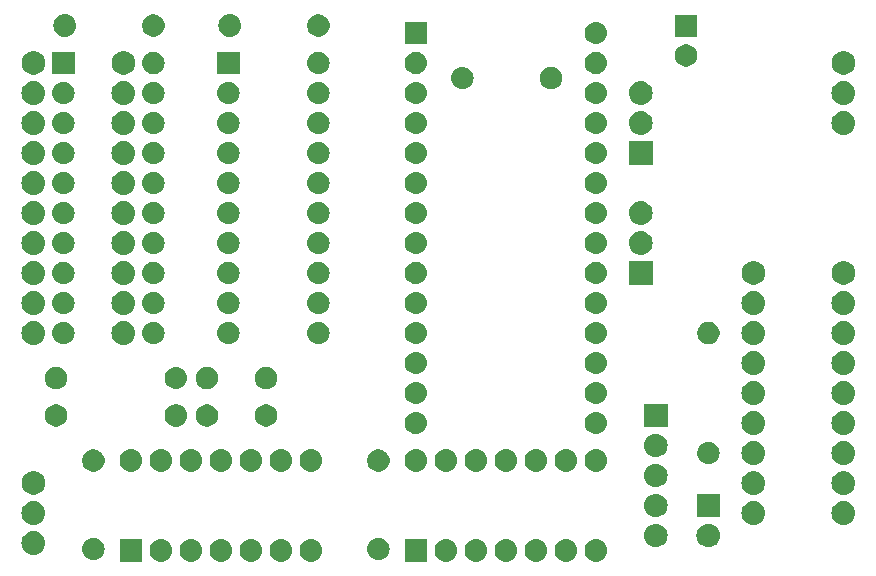
<source format=gbs>
G04 #@! TF.GenerationSoftware,KiCad,Pcbnew,5.0.2-bee76a0~70~ubuntu16.04.1*
G04 #@! TF.CreationDate,2019-05-03T11:24:50+01:00*
G04 #@! TF.ProjectId,AtomRamAndNoiseKiller,41746f6d-5261-46d4-916e-644e6f697365,rev?*
G04 #@! TF.SameCoordinates,PX8e4fe28PY93c3260*
G04 #@! TF.FileFunction,Soldermask,Bot*
G04 #@! TF.FilePolarity,Negative*
%FSLAX46Y46*%
G04 Gerber Fmt 4.6, Leading zero omitted, Abs format (unit mm)*
G04 Created by KiCad (PCBNEW 5.0.2-bee76a0~70~ubuntu16.04.1) date Fri 03 May 2019 11:24:50 BST*
%MOMM*%
%LPD*%
G01*
G04 APERTURE LIST*
%ADD10C,0.100000*%
G04 APERTURE END LIST*
D10*
G36*
X51621232Y4111254D02*
X51800311Y4056931D01*
X51965344Y3968719D01*
X52110001Y3850001D01*
X52228719Y3705344D01*
X52316931Y3540311D01*
X52316932Y3540308D01*
X52371254Y3361232D01*
X52389596Y3175000D01*
X52371254Y2988768D01*
X52353334Y2929692D01*
X52316931Y2809689D01*
X52228719Y2644656D01*
X52110001Y2499999D01*
X51965344Y2381281D01*
X51800311Y2293069D01*
X51621232Y2238746D01*
X51481665Y2225000D01*
X51388335Y2225000D01*
X51248768Y2238746D01*
X51069689Y2293069D01*
X50904656Y2381281D01*
X50759999Y2499999D01*
X50641281Y2644656D01*
X50553069Y2809689D01*
X50516667Y2929692D01*
X50498746Y2988768D01*
X50480404Y3175000D01*
X50498746Y3361232D01*
X50553068Y3540308D01*
X50553069Y3540311D01*
X50641281Y3705344D01*
X50759999Y3850001D01*
X50904656Y3968719D01*
X51069689Y4056931D01*
X51248768Y4111254D01*
X51388335Y4125000D01*
X51481665Y4125000D01*
X51621232Y4111254D01*
X51621232Y4111254D01*
G37*
G36*
X49081232Y4111254D02*
X49260311Y4056931D01*
X49425344Y3968719D01*
X49570001Y3850001D01*
X49688719Y3705344D01*
X49776931Y3540311D01*
X49776932Y3540308D01*
X49831254Y3361232D01*
X49849596Y3175000D01*
X49831254Y2988768D01*
X49813334Y2929692D01*
X49776931Y2809689D01*
X49688719Y2644656D01*
X49570001Y2499999D01*
X49425344Y2381281D01*
X49260311Y2293069D01*
X49081232Y2238746D01*
X48941665Y2225000D01*
X48848335Y2225000D01*
X48708768Y2238746D01*
X48529689Y2293069D01*
X48364656Y2381281D01*
X48219999Y2499999D01*
X48101281Y2644656D01*
X48013069Y2809689D01*
X47976667Y2929692D01*
X47958746Y2988768D01*
X47940404Y3175000D01*
X47958746Y3361232D01*
X48013068Y3540308D01*
X48013069Y3540311D01*
X48101281Y3705344D01*
X48219999Y3850001D01*
X48364656Y3968719D01*
X48529689Y4056931D01*
X48708768Y4111254D01*
X48848335Y4125000D01*
X48941665Y4125000D01*
X49081232Y4111254D01*
X49081232Y4111254D01*
G37*
G36*
X13015000Y2225000D02*
X11115000Y2225000D01*
X11115000Y4125000D01*
X13015000Y4125000D01*
X13015000Y2225000D01*
X13015000Y2225000D01*
G37*
G36*
X14791232Y4111254D02*
X14970311Y4056931D01*
X15135344Y3968719D01*
X15280001Y3850001D01*
X15398719Y3705344D01*
X15486931Y3540311D01*
X15486932Y3540308D01*
X15541254Y3361232D01*
X15559596Y3175000D01*
X15541254Y2988768D01*
X15523334Y2929692D01*
X15486931Y2809689D01*
X15398719Y2644656D01*
X15280001Y2499999D01*
X15135344Y2381281D01*
X14970311Y2293069D01*
X14970308Y2293068D01*
X14791232Y2238746D01*
X14651665Y2225000D01*
X14558335Y2225000D01*
X14418768Y2238746D01*
X14239692Y2293068D01*
X14239689Y2293069D01*
X14074656Y2381281D01*
X13929999Y2499999D01*
X13811281Y2644656D01*
X13723069Y2809689D01*
X13686667Y2929692D01*
X13668746Y2988768D01*
X13650404Y3175000D01*
X13668746Y3361232D01*
X13723068Y3540308D01*
X13723069Y3540311D01*
X13811281Y3705344D01*
X13929999Y3850001D01*
X14074656Y3968719D01*
X14239689Y4056931D01*
X14418768Y4111254D01*
X14558335Y4125000D01*
X14651665Y4125000D01*
X14791232Y4111254D01*
X14791232Y4111254D01*
G37*
G36*
X17331232Y4111254D02*
X17510311Y4056931D01*
X17675344Y3968719D01*
X17820001Y3850001D01*
X17938719Y3705344D01*
X18026931Y3540311D01*
X18026932Y3540308D01*
X18081254Y3361232D01*
X18099596Y3175000D01*
X18081254Y2988768D01*
X18063334Y2929692D01*
X18026931Y2809689D01*
X17938719Y2644656D01*
X17820001Y2499999D01*
X17675344Y2381281D01*
X17510311Y2293069D01*
X17510308Y2293068D01*
X17331232Y2238746D01*
X17191665Y2225000D01*
X17098335Y2225000D01*
X16958768Y2238746D01*
X16779692Y2293068D01*
X16779689Y2293069D01*
X16614656Y2381281D01*
X16469999Y2499999D01*
X16351281Y2644656D01*
X16263069Y2809689D01*
X16226667Y2929692D01*
X16208746Y2988768D01*
X16190404Y3175000D01*
X16208746Y3361232D01*
X16263068Y3540308D01*
X16263069Y3540311D01*
X16351281Y3705344D01*
X16469999Y3850001D01*
X16614656Y3968719D01*
X16779689Y4056931D01*
X16958768Y4111254D01*
X17098335Y4125000D01*
X17191665Y4125000D01*
X17331232Y4111254D01*
X17331232Y4111254D01*
G37*
G36*
X19871232Y4111254D02*
X20050311Y4056931D01*
X20215344Y3968719D01*
X20360001Y3850001D01*
X20478719Y3705344D01*
X20566931Y3540311D01*
X20566932Y3540308D01*
X20621254Y3361232D01*
X20639596Y3175000D01*
X20621254Y2988768D01*
X20603334Y2929692D01*
X20566931Y2809689D01*
X20478719Y2644656D01*
X20360001Y2499999D01*
X20215344Y2381281D01*
X20050311Y2293069D01*
X20050308Y2293068D01*
X19871232Y2238746D01*
X19731665Y2225000D01*
X19638335Y2225000D01*
X19498768Y2238746D01*
X19319692Y2293068D01*
X19319689Y2293069D01*
X19154656Y2381281D01*
X19009999Y2499999D01*
X18891281Y2644656D01*
X18803069Y2809689D01*
X18766667Y2929692D01*
X18748746Y2988768D01*
X18730404Y3175000D01*
X18748746Y3361232D01*
X18803068Y3540308D01*
X18803069Y3540311D01*
X18891281Y3705344D01*
X19009999Y3850001D01*
X19154656Y3968719D01*
X19319689Y4056931D01*
X19498768Y4111254D01*
X19638335Y4125000D01*
X19731665Y4125000D01*
X19871232Y4111254D01*
X19871232Y4111254D01*
G37*
G36*
X22411232Y4111254D02*
X22590311Y4056931D01*
X22755344Y3968719D01*
X22900001Y3850001D01*
X23018719Y3705344D01*
X23106931Y3540311D01*
X23106932Y3540308D01*
X23161254Y3361232D01*
X23179596Y3175000D01*
X23161254Y2988768D01*
X23143334Y2929692D01*
X23106931Y2809689D01*
X23018719Y2644656D01*
X22900001Y2499999D01*
X22755344Y2381281D01*
X22590311Y2293069D01*
X22590308Y2293068D01*
X22411232Y2238746D01*
X22271665Y2225000D01*
X22178335Y2225000D01*
X22038768Y2238746D01*
X21859692Y2293068D01*
X21859689Y2293069D01*
X21694656Y2381281D01*
X21549999Y2499999D01*
X21431281Y2644656D01*
X21343069Y2809689D01*
X21306667Y2929692D01*
X21288746Y2988768D01*
X21270404Y3175000D01*
X21288746Y3361232D01*
X21343068Y3540308D01*
X21343069Y3540311D01*
X21431281Y3705344D01*
X21549999Y3850001D01*
X21694656Y3968719D01*
X21859689Y4056931D01*
X22038768Y4111254D01*
X22178335Y4125000D01*
X22271665Y4125000D01*
X22411232Y4111254D01*
X22411232Y4111254D01*
G37*
G36*
X24951232Y4111254D02*
X25130311Y4056931D01*
X25295344Y3968719D01*
X25440001Y3850001D01*
X25558719Y3705344D01*
X25646931Y3540311D01*
X25646932Y3540308D01*
X25701254Y3361232D01*
X25719596Y3175000D01*
X25701254Y2988768D01*
X25683334Y2929692D01*
X25646931Y2809689D01*
X25558719Y2644656D01*
X25440001Y2499999D01*
X25295344Y2381281D01*
X25130311Y2293069D01*
X25130308Y2293068D01*
X24951232Y2238746D01*
X24811665Y2225000D01*
X24718335Y2225000D01*
X24578768Y2238746D01*
X24399692Y2293068D01*
X24399689Y2293069D01*
X24234656Y2381281D01*
X24089999Y2499999D01*
X23971281Y2644656D01*
X23883069Y2809689D01*
X23846667Y2929692D01*
X23828746Y2988768D01*
X23810404Y3175000D01*
X23828746Y3361232D01*
X23883068Y3540308D01*
X23883069Y3540311D01*
X23971281Y3705344D01*
X24089999Y3850001D01*
X24234656Y3968719D01*
X24399689Y4056931D01*
X24578768Y4111254D01*
X24718335Y4125000D01*
X24811665Y4125000D01*
X24951232Y4111254D01*
X24951232Y4111254D01*
G37*
G36*
X37145000Y2225000D02*
X35245000Y2225000D01*
X35245000Y4125000D01*
X37145000Y4125000D01*
X37145000Y2225000D01*
X37145000Y2225000D01*
G37*
G36*
X27491232Y4111254D02*
X27670311Y4056931D01*
X27835344Y3968719D01*
X27980001Y3850001D01*
X28098719Y3705344D01*
X28186931Y3540311D01*
X28186932Y3540308D01*
X28241254Y3361232D01*
X28259596Y3175000D01*
X28241254Y2988768D01*
X28223334Y2929692D01*
X28186931Y2809689D01*
X28098719Y2644656D01*
X27980001Y2499999D01*
X27835344Y2381281D01*
X27670311Y2293069D01*
X27670308Y2293068D01*
X27491232Y2238746D01*
X27351665Y2225000D01*
X27258335Y2225000D01*
X27118768Y2238746D01*
X26939692Y2293068D01*
X26939689Y2293069D01*
X26774656Y2381281D01*
X26629999Y2499999D01*
X26511281Y2644656D01*
X26423069Y2809689D01*
X26386667Y2929692D01*
X26368746Y2988768D01*
X26350404Y3175000D01*
X26368746Y3361232D01*
X26423068Y3540308D01*
X26423069Y3540311D01*
X26511281Y3705344D01*
X26629999Y3850001D01*
X26774656Y3968719D01*
X26939689Y4056931D01*
X27118768Y4111254D01*
X27258335Y4125000D01*
X27351665Y4125000D01*
X27491232Y4111254D01*
X27491232Y4111254D01*
G37*
G36*
X46541232Y4111254D02*
X46720311Y4056931D01*
X46885344Y3968719D01*
X47030001Y3850001D01*
X47148719Y3705344D01*
X47236931Y3540311D01*
X47236932Y3540308D01*
X47291254Y3361232D01*
X47309596Y3175000D01*
X47291254Y2988768D01*
X47273334Y2929692D01*
X47236931Y2809689D01*
X47148719Y2644656D01*
X47030001Y2499999D01*
X46885344Y2381281D01*
X46720311Y2293069D01*
X46720308Y2293068D01*
X46541232Y2238746D01*
X46401665Y2225000D01*
X46308335Y2225000D01*
X46168768Y2238746D01*
X45989692Y2293068D01*
X45989689Y2293069D01*
X45824656Y2381281D01*
X45679999Y2499999D01*
X45561281Y2644656D01*
X45473069Y2809689D01*
X45436667Y2929692D01*
X45418746Y2988768D01*
X45400404Y3175000D01*
X45418746Y3361232D01*
X45473068Y3540308D01*
X45473069Y3540311D01*
X45561281Y3705344D01*
X45679999Y3850001D01*
X45824656Y3968719D01*
X45989689Y4056931D01*
X46168768Y4111254D01*
X46308335Y4125000D01*
X46401665Y4125000D01*
X46541232Y4111254D01*
X46541232Y4111254D01*
G37*
G36*
X44001232Y4111254D02*
X44180311Y4056931D01*
X44345344Y3968719D01*
X44490001Y3850001D01*
X44608719Y3705344D01*
X44696931Y3540311D01*
X44696932Y3540308D01*
X44751254Y3361232D01*
X44769596Y3175000D01*
X44751254Y2988768D01*
X44733334Y2929692D01*
X44696931Y2809689D01*
X44608719Y2644656D01*
X44490001Y2499999D01*
X44345344Y2381281D01*
X44180311Y2293069D01*
X44180308Y2293068D01*
X44001232Y2238746D01*
X43861665Y2225000D01*
X43768335Y2225000D01*
X43628768Y2238746D01*
X43449692Y2293068D01*
X43449689Y2293069D01*
X43284656Y2381281D01*
X43139999Y2499999D01*
X43021281Y2644656D01*
X42933069Y2809689D01*
X42896667Y2929692D01*
X42878746Y2988768D01*
X42860404Y3175000D01*
X42878746Y3361232D01*
X42933068Y3540308D01*
X42933069Y3540311D01*
X43021281Y3705344D01*
X43139999Y3850001D01*
X43284656Y3968719D01*
X43449689Y4056931D01*
X43628768Y4111254D01*
X43768335Y4125000D01*
X43861665Y4125000D01*
X44001232Y4111254D01*
X44001232Y4111254D01*
G37*
G36*
X38921232Y4111254D02*
X39100311Y4056931D01*
X39265344Y3968719D01*
X39410001Y3850001D01*
X39528719Y3705344D01*
X39616931Y3540311D01*
X39616932Y3540308D01*
X39671254Y3361232D01*
X39689596Y3175000D01*
X39671254Y2988768D01*
X39653334Y2929692D01*
X39616931Y2809689D01*
X39528719Y2644656D01*
X39410001Y2499999D01*
X39265344Y2381281D01*
X39100311Y2293069D01*
X39100308Y2293068D01*
X38921232Y2238746D01*
X38781665Y2225000D01*
X38688335Y2225000D01*
X38548768Y2238746D01*
X38369692Y2293068D01*
X38369689Y2293069D01*
X38204656Y2381281D01*
X38059999Y2499999D01*
X37941281Y2644656D01*
X37853069Y2809689D01*
X37816667Y2929692D01*
X37798746Y2988768D01*
X37780404Y3175000D01*
X37798746Y3361232D01*
X37853068Y3540308D01*
X37853069Y3540311D01*
X37941281Y3705344D01*
X38059999Y3850001D01*
X38204656Y3968719D01*
X38369689Y4056931D01*
X38548768Y4111254D01*
X38688335Y4125000D01*
X38781665Y4125000D01*
X38921232Y4111254D01*
X38921232Y4111254D01*
G37*
G36*
X41461232Y4111254D02*
X41640311Y4056931D01*
X41805344Y3968719D01*
X41950001Y3850001D01*
X42068719Y3705344D01*
X42156931Y3540311D01*
X42156932Y3540308D01*
X42211254Y3361232D01*
X42229596Y3175000D01*
X42211254Y2988768D01*
X42193334Y2929692D01*
X42156931Y2809689D01*
X42068719Y2644656D01*
X41950001Y2499999D01*
X41805344Y2381281D01*
X41640311Y2293069D01*
X41640308Y2293068D01*
X41461232Y2238746D01*
X41321665Y2225000D01*
X41228335Y2225000D01*
X41088768Y2238746D01*
X40909692Y2293068D01*
X40909689Y2293069D01*
X40744656Y2381281D01*
X40599999Y2499999D01*
X40481281Y2644656D01*
X40393069Y2809689D01*
X40356667Y2929692D01*
X40338746Y2988768D01*
X40320404Y3175000D01*
X40338746Y3361232D01*
X40393068Y3540308D01*
X40393069Y3540311D01*
X40481281Y3705344D01*
X40599999Y3850001D01*
X40744656Y3968719D01*
X40909689Y4056931D01*
X41088768Y4111254D01*
X41228335Y4125000D01*
X41321665Y4125000D01*
X41461232Y4111254D01*
X41461232Y4111254D01*
G37*
G36*
X33206232Y4231254D02*
X33327279Y4194535D01*
X33385311Y4176931D01*
X33550344Y4088719D01*
X33695001Y3970001D01*
X33813719Y3825344D01*
X33901931Y3660311D01*
X33901932Y3660308D01*
X33945509Y3516652D01*
X33956254Y3481232D01*
X33974596Y3295000D01*
X33956254Y3108768D01*
X33901931Y2929689D01*
X33813719Y2764656D01*
X33695001Y2619999D01*
X33550344Y2501281D01*
X33385311Y2413069D01*
X33385308Y2413068D01*
X33206232Y2358746D01*
X33066665Y2345000D01*
X32973335Y2345000D01*
X32833768Y2358746D01*
X32654692Y2413068D01*
X32654689Y2413069D01*
X32489656Y2501281D01*
X32344999Y2619999D01*
X32226281Y2764656D01*
X32138069Y2929689D01*
X32083746Y3108768D01*
X32065404Y3295000D01*
X32083746Y3481232D01*
X32094491Y3516652D01*
X32138068Y3660308D01*
X32138069Y3660311D01*
X32226281Y3825344D01*
X32344999Y3970001D01*
X32489656Y4088719D01*
X32654689Y4176931D01*
X32712722Y4194535D01*
X32833768Y4231254D01*
X32973335Y4245000D01*
X33066665Y4245000D01*
X33206232Y4231254D01*
X33206232Y4231254D01*
G37*
G36*
X9076232Y4231254D02*
X9197279Y4194535D01*
X9255311Y4176931D01*
X9420344Y4088719D01*
X9565001Y3970001D01*
X9683719Y3825344D01*
X9771931Y3660311D01*
X9771932Y3660308D01*
X9815509Y3516652D01*
X9826254Y3481232D01*
X9844596Y3295000D01*
X9826254Y3108768D01*
X9771931Y2929689D01*
X9683719Y2764656D01*
X9565001Y2619999D01*
X9420344Y2501281D01*
X9255311Y2413069D01*
X9076232Y2358746D01*
X8936665Y2345000D01*
X8843335Y2345000D01*
X8703768Y2358746D01*
X8524689Y2413069D01*
X8359656Y2501281D01*
X8214999Y2619999D01*
X8096281Y2764656D01*
X8008069Y2929689D01*
X7953746Y3108768D01*
X7935404Y3295000D01*
X7953746Y3481232D01*
X7964491Y3516652D01*
X8008068Y3660308D01*
X8008069Y3660311D01*
X8096281Y3825344D01*
X8214999Y3970001D01*
X8359656Y4088719D01*
X8524689Y4176931D01*
X8582722Y4194535D01*
X8703768Y4231254D01*
X8843335Y4245000D01*
X8936665Y4245000D01*
X9076232Y4231254D01*
X9076232Y4231254D01*
G37*
G36*
X4006034Y4795530D02*
X4194538Y4738348D01*
X4368257Y4645493D01*
X4368259Y4645492D01*
X4368258Y4645492D01*
X4520528Y4520528D01*
X4634288Y4381910D01*
X4645493Y4368257D01*
X4738348Y4194538D01*
X4795530Y4006034D01*
X4814838Y3810000D01*
X4795530Y3613966D01*
X4738348Y3425462D01*
X4704016Y3361232D01*
X4645492Y3251742D01*
X4520528Y3099472D01*
X4385634Y2988768D01*
X4368257Y2974507D01*
X4194538Y2881652D01*
X4006034Y2824470D01*
X3859121Y2810000D01*
X3760879Y2810000D01*
X3613966Y2824470D01*
X3425462Y2881652D01*
X3251743Y2974507D01*
X3234366Y2988768D01*
X3099472Y3099472D01*
X2974508Y3251742D01*
X2915984Y3361232D01*
X2881652Y3425462D01*
X2824470Y3613966D01*
X2805162Y3810000D01*
X2824470Y4006034D01*
X2881652Y4194538D01*
X2974507Y4368257D01*
X2985712Y4381910D01*
X3099472Y4520528D01*
X3251742Y4645492D01*
X3251741Y4645492D01*
X3251743Y4645493D01*
X3425462Y4738348D01*
X3613966Y4795530D01*
X3760879Y4810000D01*
X3859121Y4810000D01*
X4006034Y4795530D01*
X4006034Y4795530D01*
G37*
G36*
X61156034Y5430530D02*
X61344538Y5373348D01*
X61518257Y5280493D01*
X61518259Y5280492D01*
X61518258Y5280492D01*
X61670528Y5155528D01*
X61784288Y5016910D01*
X61795493Y5003257D01*
X61888348Y4829538D01*
X61945530Y4641034D01*
X61964838Y4445000D01*
X61945530Y4248966D01*
X61888348Y4060462D01*
X61795493Y3886743D01*
X61795492Y3886742D01*
X61670528Y3734472D01*
X61580158Y3660308D01*
X61518257Y3609507D01*
X61344538Y3516652D01*
X61156034Y3459470D01*
X61009121Y3445000D01*
X60910879Y3445000D01*
X60763966Y3459470D01*
X60575462Y3516652D01*
X60401743Y3609507D01*
X60339842Y3660308D01*
X60249472Y3734472D01*
X60124508Y3886742D01*
X60124507Y3886743D01*
X60031652Y4060462D01*
X59974470Y4248966D01*
X59955162Y4445000D01*
X59974470Y4641034D01*
X60031652Y4829538D01*
X60124507Y5003257D01*
X60135712Y5016910D01*
X60249472Y5155528D01*
X60401742Y5280492D01*
X60401741Y5280492D01*
X60401743Y5280493D01*
X60575462Y5373348D01*
X60763966Y5430530D01*
X60910879Y5445000D01*
X61009121Y5445000D01*
X61156034Y5430530D01*
X61156034Y5430530D01*
G37*
G36*
X56711034Y5430530D02*
X56899538Y5373348D01*
X57073257Y5280493D01*
X57073259Y5280492D01*
X57073258Y5280492D01*
X57225528Y5155528D01*
X57339288Y5016910D01*
X57350493Y5003257D01*
X57443348Y4829538D01*
X57500530Y4641034D01*
X57519838Y4445000D01*
X57500530Y4248966D01*
X57443348Y4060462D01*
X57350493Y3886743D01*
X57350492Y3886742D01*
X57225528Y3734472D01*
X57135158Y3660308D01*
X57073257Y3609507D01*
X56899538Y3516652D01*
X56711034Y3459470D01*
X56564121Y3445000D01*
X56465879Y3445000D01*
X56318966Y3459470D01*
X56130462Y3516652D01*
X55956743Y3609507D01*
X55894842Y3660308D01*
X55804472Y3734472D01*
X55679508Y3886742D01*
X55679507Y3886743D01*
X55586652Y4060462D01*
X55529470Y4248966D01*
X55510162Y4445000D01*
X55529470Y4641034D01*
X55586652Y4829538D01*
X55679507Y5003257D01*
X55690712Y5016910D01*
X55804472Y5155528D01*
X55956742Y5280492D01*
X55956741Y5280492D01*
X55956743Y5280493D01*
X56130462Y5373348D01*
X56318966Y5430530D01*
X56465879Y5445000D01*
X56564121Y5445000D01*
X56711034Y5430530D01*
X56711034Y5430530D01*
G37*
G36*
X72586034Y7335530D02*
X72774538Y7278348D01*
X72948257Y7185493D01*
X72948259Y7185492D01*
X72948258Y7185492D01*
X73100528Y7060528D01*
X73214288Y6921910D01*
X73225493Y6908257D01*
X73318348Y6734538D01*
X73375530Y6546034D01*
X73394838Y6350000D01*
X73375530Y6153966D01*
X73318348Y5965462D01*
X73225493Y5791743D01*
X73225492Y5791742D01*
X73100528Y5639472D01*
X72961910Y5525712D01*
X72948257Y5514507D01*
X72774538Y5421652D01*
X72586034Y5364470D01*
X72439121Y5350000D01*
X72340879Y5350000D01*
X72193966Y5364470D01*
X72005462Y5421652D01*
X71831743Y5514507D01*
X71818090Y5525712D01*
X71679472Y5639472D01*
X71554508Y5791742D01*
X71554507Y5791743D01*
X71461652Y5965462D01*
X71404470Y6153966D01*
X71385162Y6350000D01*
X71404470Y6546034D01*
X71461652Y6734538D01*
X71554507Y6908257D01*
X71565712Y6921910D01*
X71679472Y7060528D01*
X71831742Y7185492D01*
X71831741Y7185492D01*
X71831743Y7185493D01*
X72005462Y7278348D01*
X72193966Y7335530D01*
X72340879Y7350000D01*
X72439121Y7350000D01*
X72586034Y7335530D01*
X72586034Y7335530D01*
G37*
G36*
X64966034Y7335530D02*
X65154538Y7278348D01*
X65328257Y7185493D01*
X65328259Y7185492D01*
X65328258Y7185492D01*
X65480528Y7060528D01*
X65594288Y6921910D01*
X65605493Y6908257D01*
X65698348Y6734538D01*
X65755530Y6546034D01*
X65774838Y6350000D01*
X65755530Y6153966D01*
X65698348Y5965462D01*
X65605493Y5791743D01*
X65605492Y5791742D01*
X65480528Y5639472D01*
X65341910Y5525712D01*
X65328257Y5514507D01*
X65154538Y5421652D01*
X64966034Y5364470D01*
X64819121Y5350000D01*
X64720879Y5350000D01*
X64573966Y5364470D01*
X64385462Y5421652D01*
X64211743Y5514507D01*
X64198090Y5525712D01*
X64059472Y5639472D01*
X63934508Y5791742D01*
X63934507Y5791743D01*
X63841652Y5965462D01*
X63784470Y6153966D01*
X63765162Y6350000D01*
X63784470Y6546034D01*
X63841652Y6734538D01*
X63934507Y6908257D01*
X63945712Y6921910D01*
X64059472Y7060528D01*
X64211742Y7185492D01*
X64211741Y7185492D01*
X64211743Y7185493D01*
X64385462Y7278348D01*
X64573966Y7335530D01*
X64720879Y7350000D01*
X64819121Y7350000D01*
X64966034Y7335530D01*
X64966034Y7335530D01*
G37*
G36*
X4006034Y7335530D02*
X4194538Y7278348D01*
X4368257Y7185493D01*
X4368259Y7185492D01*
X4368258Y7185492D01*
X4520528Y7060528D01*
X4634288Y6921910D01*
X4645493Y6908257D01*
X4738348Y6734538D01*
X4795530Y6546034D01*
X4814838Y6350000D01*
X4795530Y6153966D01*
X4738348Y5965462D01*
X4645493Y5791743D01*
X4645492Y5791742D01*
X4520528Y5639472D01*
X4381910Y5525712D01*
X4368257Y5514507D01*
X4194538Y5421652D01*
X4006034Y5364470D01*
X3859121Y5350000D01*
X3760879Y5350000D01*
X3613966Y5364470D01*
X3425462Y5421652D01*
X3251743Y5514507D01*
X3238090Y5525712D01*
X3099472Y5639472D01*
X2974508Y5791742D01*
X2974507Y5791743D01*
X2881652Y5965462D01*
X2824470Y6153966D01*
X2805162Y6350000D01*
X2824470Y6546034D01*
X2881652Y6734538D01*
X2974507Y6908257D01*
X2985712Y6921910D01*
X3099472Y7060528D01*
X3251742Y7185492D01*
X3251741Y7185492D01*
X3251743Y7185493D01*
X3425462Y7278348D01*
X3613966Y7335530D01*
X3760879Y7350000D01*
X3859121Y7350000D01*
X4006034Y7335530D01*
X4006034Y7335530D01*
G37*
G36*
X56711034Y7970530D02*
X56899538Y7913348D01*
X57073257Y7820493D01*
X57073259Y7820492D01*
X57073258Y7820492D01*
X57225528Y7695528D01*
X57339288Y7556910D01*
X57350493Y7543257D01*
X57443348Y7369538D01*
X57500530Y7181034D01*
X57519838Y6985000D01*
X57500530Y6788966D01*
X57443348Y6600462D01*
X57350493Y6426743D01*
X57350492Y6426742D01*
X57225528Y6274472D01*
X57086910Y6160712D01*
X57073257Y6149507D01*
X56899538Y6056652D01*
X56711034Y5999470D01*
X56564121Y5985000D01*
X56465879Y5985000D01*
X56318966Y5999470D01*
X56130462Y6056652D01*
X55956743Y6149507D01*
X55943090Y6160712D01*
X55804472Y6274472D01*
X55679508Y6426742D01*
X55679507Y6426743D01*
X55586652Y6600462D01*
X55529470Y6788966D01*
X55510162Y6985000D01*
X55529470Y7181034D01*
X55586652Y7369538D01*
X55679507Y7543257D01*
X55690712Y7556910D01*
X55804472Y7695528D01*
X55956742Y7820492D01*
X55956741Y7820492D01*
X55956743Y7820493D01*
X56130462Y7913348D01*
X56318966Y7970530D01*
X56465879Y7985000D01*
X56564121Y7985000D01*
X56711034Y7970530D01*
X56711034Y7970530D01*
G37*
G36*
X61960000Y5985000D02*
X59960000Y5985000D01*
X59960000Y7985000D01*
X61960000Y7985000D01*
X61960000Y5985000D01*
X61960000Y5985000D01*
G37*
G36*
X72586034Y9875530D02*
X72641364Y9858746D01*
X72774538Y9818348D01*
X72948257Y9725493D01*
X72948259Y9725492D01*
X72948258Y9725492D01*
X73100528Y9600528D01*
X73214288Y9461910D01*
X73225493Y9448257D01*
X73318348Y9274538D01*
X73375530Y9086034D01*
X73394838Y8890000D01*
X73375530Y8693966D01*
X73318348Y8505462D01*
X73270699Y8416318D01*
X73225492Y8331742D01*
X73100528Y8179472D01*
X72961910Y8065712D01*
X72948257Y8054507D01*
X72774538Y7961652D01*
X72586034Y7904470D01*
X72439121Y7890000D01*
X72340879Y7890000D01*
X72193966Y7904470D01*
X72005462Y7961652D01*
X71831743Y8054507D01*
X71818090Y8065712D01*
X71679472Y8179472D01*
X71554508Y8331742D01*
X71509301Y8416318D01*
X71461652Y8505462D01*
X71404470Y8693966D01*
X71385162Y8890000D01*
X71404470Y9086034D01*
X71461652Y9274538D01*
X71554507Y9448257D01*
X71565712Y9461910D01*
X71679472Y9600528D01*
X71831742Y9725492D01*
X71831741Y9725492D01*
X71831743Y9725493D01*
X72005462Y9818348D01*
X72138637Y9858746D01*
X72193966Y9875530D01*
X72340879Y9890000D01*
X72439121Y9890000D01*
X72586034Y9875530D01*
X72586034Y9875530D01*
G37*
G36*
X64966034Y9875530D02*
X65021364Y9858746D01*
X65154538Y9818348D01*
X65328257Y9725493D01*
X65328259Y9725492D01*
X65328258Y9725492D01*
X65480528Y9600528D01*
X65594288Y9461910D01*
X65605493Y9448257D01*
X65698348Y9274538D01*
X65755530Y9086034D01*
X65774838Y8890000D01*
X65755530Y8693966D01*
X65698348Y8505462D01*
X65650699Y8416318D01*
X65605492Y8331742D01*
X65480528Y8179472D01*
X65341910Y8065712D01*
X65328257Y8054507D01*
X65154538Y7961652D01*
X64966034Y7904470D01*
X64819121Y7890000D01*
X64720879Y7890000D01*
X64573966Y7904470D01*
X64385462Y7961652D01*
X64211743Y8054507D01*
X64198090Y8065712D01*
X64059472Y8179472D01*
X63934508Y8331742D01*
X63889301Y8416318D01*
X63841652Y8505462D01*
X63784470Y8693966D01*
X63765162Y8890000D01*
X63784470Y9086034D01*
X63841652Y9274538D01*
X63934507Y9448257D01*
X63945712Y9461910D01*
X64059472Y9600528D01*
X64211742Y9725492D01*
X64211741Y9725492D01*
X64211743Y9725493D01*
X64385462Y9818348D01*
X64518637Y9858746D01*
X64573966Y9875530D01*
X64720879Y9890000D01*
X64819121Y9890000D01*
X64966034Y9875530D01*
X64966034Y9875530D01*
G37*
G36*
X4101689Y9851571D02*
X4283678Y9776189D01*
X4447463Y9666751D01*
X4586751Y9527463D01*
X4696189Y9363678D01*
X4771571Y9181689D01*
X4810000Y8988491D01*
X4810000Y8791509D01*
X4771571Y8598311D01*
X4696189Y8416322D01*
X4586751Y8252537D01*
X4447463Y8113249D01*
X4283678Y8003811D01*
X4101689Y7928429D01*
X3908491Y7890000D01*
X3711509Y7890000D01*
X3518311Y7928429D01*
X3336322Y8003811D01*
X3172537Y8113249D01*
X3033249Y8252537D01*
X2923811Y8416322D01*
X2848429Y8598311D01*
X2810000Y8791509D01*
X2810000Y8988491D01*
X2848429Y9181689D01*
X2923811Y9363678D01*
X3033249Y9527463D01*
X3172537Y9666751D01*
X3336322Y9776189D01*
X3518311Y9851571D01*
X3711509Y9890000D01*
X3908491Y9890000D01*
X4101689Y9851571D01*
X4101689Y9851571D01*
G37*
G36*
X56711034Y10510530D02*
X56766364Y10493746D01*
X56899538Y10453348D01*
X57073257Y10360493D01*
X57073259Y10360492D01*
X57073258Y10360492D01*
X57225528Y10235528D01*
X57339288Y10096910D01*
X57350493Y10083257D01*
X57443348Y9909538D01*
X57443349Y9909535D01*
X57451851Y9881508D01*
X57500530Y9721034D01*
X57519838Y9525000D01*
X57500530Y9328966D01*
X57443348Y9140462D01*
X57362117Y8988490D01*
X57350492Y8966742D01*
X57225528Y8814472D01*
X57086910Y8700712D01*
X57073257Y8689507D01*
X56899538Y8596652D01*
X56711034Y8539470D01*
X56564121Y8525000D01*
X56465879Y8525000D01*
X56318966Y8539470D01*
X56130462Y8596652D01*
X55956743Y8689507D01*
X55943090Y8700712D01*
X55804472Y8814472D01*
X55679508Y8966742D01*
X55667883Y8988490D01*
X55586652Y9140462D01*
X55529470Y9328966D01*
X55510162Y9525000D01*
X55529470Y9721034D01*
X55578149Y9881508D01*
X55586651Y9909535D01*
X55586652Y9909538D01*
X55679507Y10083257D01*
X55690712Y10096910D01*
X55804472Y10235528D01*
X55956742Y10360492D01*
X55956741Y10360492D01*
X55956743Y10360493D01*
X56130462Y10453348D01*
X56263637Y10493746D01*
X56318966Y10510530D01*
X56465879Y10525000D01*
X56564121Y10525000D01*
X56711034Y10510530D01*
X56711034Y10510530D01*
G37*
G36*
X19871232Y11731254D02*
X20050311Y11676931D01*
X20215344Y11588719D01*
X20360001Y11470001D01*
X20478719Y11325344D01*
X20566931Y11160311D01*
X20566932Y11160308D01*
X20621254Y10981232D01*
X20639596Y10795000D01*
X20621254Y10608768D01*
X20586363Y10493746D01*
X20566931Y10429689D01*
X20478719Y10264656D01*
X20360001Y10119999D01*
X20215344Y10001281D01*
X20050311Y9913069D01*
X20050308Y9913068D01*
X19871232Y9858746D01*
X19731665Y9845000D01*
X19638335Y9845000D01*
X19498768Y9858746D01*
X19319692Y9913068D01*
X19319689Y9913069D01*
X19154656Y10001281D01*
X19009999Y10119999D01*
X18891281Y10264656D01*
X18803069Y10429689D01*
X18783638Y10493746D01*
X18748746Y10608768D01*
X18730404Y10795000D01*
X18748746Y10981232D01*
X18803068Y11160308D01*
X18803069Y11160311D01*
X18891281Y11325344D01*
X19009999Y11470001D01*
X19154656Y11588719D01*
X19319689Y11676931D01*
X19498768Y11731254D01*
X19638335Y11745000D01*
X19731665Y11745000D01*
X19871232Y11731254D01*
X19871232Y11731254D01*
G37*
G36*
X17331232Y11731254D02*
X17510311Y11676931D01*
X17675344Y11588719D01*
X17820001Y11470001D01*
X17938719Y11325344D01*
X18026931Y11160311D01*
X18026932Y11160308D01*
X18081254Y10981232D01*
X18099596Y10795000D01*
X18081254Y10608768D01*
X18046363Y10493746D01*
X18026931Y10429689D01*
X17938719Y10264656D01*
X17820001Y10119999D01*
X17675344Y10001281D01*
X17510311Y9913069D01*
X17510308Y9913068D01*
X17331232Y9858746D01*
X17191665Y9845000D01*
X17098335Y9845000D01*
X16958768Y9858746D01*
X16779692Y9913068D01*
X16779689Y9913069D01*
X16614656Y10001281D01*
X16469999Y10119999D01*
X16351281Y10264656D01*
X16263069Y10429689D01*
X16243638Y10493746D01*
X16208746Y10608768D01*
X16190404Y10795000D01*
X16208746Y10981232D01*
X16263068Y11160308D01*
X16263069Y11160311D01*
X16351281Y11325344D01*
X16469999Y11470001D01*
X16614656Y11588719D01*
X16779689Y11676931D01*
X16958768Y11731254D01*
X17098335Y11745000D01*
X17191665Y11745000D01*
X17331232Y11731254D01*
X17331232Y11731254D01*
G37*
G36*
X24951232Y11731254D02*
X25130311Y11676931D01*
X25295344Y11588719D01*
X25440001Y11470001D01*
X25558719Y11325344D01*
X25646931Y11160311D01*
X25646932Y11160308D01*
X25701254Y10981232D01*
X25719596Y10795000D01*
X25701254Y10608768D01*
X25666363Y10493746D01*
X25646931Y10429689D01*
X25558719Y10264656D01*
X25440001Y10119999D01*
X25295344Y10001281D01*
X25130311Y9913069D01*
X25130308Y9913068D01*
X24951232Y9858746D01*
X24811665Y9845000D01*
X24718335Y9845000D01*
X24578768Y9858746D01*
X24399692Y9913068D01*
X24399689Y9913069D01*
X24234656Y10001281D01*
X24089999Y10119999D01*
X23971281Y10264656D01*
X23883069Y10429689D01*
X23863638Y10493746D01*
X23828746Y10608768D01*
X23810404Y10795000D01*
X23828746Y10981232D01*
X23883068Y11160308D01*
X23883069Y11160311D01*
X23971281Y11325344D01*
X24089999Y11470001D01*
X24234656Y11588719D01*
X24399689Y11676931D01*
X24578768Y11731254D01*
X24718335Y11745000D01*
X24811665Y11745000D01*
X24951232Y11731254D01*
X24951232Y11731254D01*
G37*
G36*
X27491232Y11731254D02*
X27670311Y11676931D01*
X27835344Y11588719D01*
X27980001Y11470001D01*
X28098719Y11325344D01*
X28186931Y11160311D01*
X28186932Y11160308D01*
X28241254Y10981232D01*
X28259596Y10795000D01*
X28241254Y10608768D01*
X28206363Y10493746D01*
X28186931Y10429689D01*
X28098719Y10264656D01*
X27980001Y10119999D01*
X27835344Y10001281D01*
X27670311Y9913069D01*
X27670308Y9913068D01*
X27491232Y9858746D01*
X27351665Y9845000D01*
X27258335Y9845000D01*
X27118768Y9858746D01*
X26939692Y9913068D01*
X26939689Y9913069D01*
X26774656Y10001281D01*
X26629999Y10119999D01*
X26511281Y10264656D01*
X26423069Y10429689D01*
X26403638Y10493746D01*
X26368746Y10608768D01*
X26350404Y10795000D01*
X26368746Y10981232D01*
X26423068Y11160308D01*
X26423069Y11160311D01*
X26511281Y11325344D01*
X26629999Y11470001D01*
X26774656Y11588719D01*
X26939689Y11676931D01*
X27118768Y11731254D01*
X27258335Y11745000D01*
X27351665Y11745000D01*
X27491232Y11731254D01*
X27491232Y11731254D01*
G37*
G36*
X14791232Y11731254D02*
X14970311Y11676931D01*
X15135344Y11588719D01*
X15280001Y11470001D01*
X15398719Y11325344D01*
X15486931Y11160311D01*
X15486932Y11160308D01*
X15541254Y10981232D01*
X15559596Y10795000D01*
X15541254Y10608768D01*
X15506363Y10493746D01*
X15486931Y10429689D01*
X15398719Y10264656D01*
X15280001Y10119999D01*
X15135344Y10001281D01*
X14970311Y9913069D01*
X14970308Y9913068D01*
X14791232Y9858746D01*
X14651665Y9845000D01*
X14558335Y9845000D01*
X14418768Y9858746D01*
X14239692Y9913068D01*
X14239689Y9913069D01*
X14074656Y10001281D01*
X13929999Y10119999D01*
X13811281Y10264656D01*
X13723069Y10429689D01*
X13703638Y10493746D01*
X13668746Y10608768D01*
X13650404Y10795000D01*
X13668746Y10981232D01*
X13723068Y11160308D01*
X13723069Y11160311D01*
X13811281Y11325344D01*
X13929999Y11470001D01*
X14074656Y11588719D01*
X14239689Y11676931D01*
X14418768Y11731254D01*
X14558335Y11745000D01*
X14651665Y11745000D01*
X14791232Y11731254D01*
X14791232Y11731254D01*
G37*
G36*
X9167105Y11708492D02*
X9339994Y11636879D01*
X9370894Y11616232D01*
X9495589Y11532914D01*
X9627914Y11400589D01*
X9658728Y11354472D01*
X9731879Y11244994D01*
X9803492Y11072105D01*
X9840000Y10888567D01*
X9840000Y10701433D01*
X9803492Y10517895D01*
X9731879Y10345006D01*
X9731876Y10345002D01*
X9658728Y10235527D01*
X9627913Y10189410D01*
X9495590Y10057087D01*
X9339994Y9953121D01*
X9167105Y9881508D01*
X8983567Y9845000D01*
X8796433Y9845000D01*
X8612895Y9881508D01*
X8440006Y9953121D01*
X8284410Y10057087D01*
X8152087Y10189410D01*
X8121273Y10235527D01*
X8048124Y10345002D01*
X8048121Y10345006D01*
X7976508Y10517895D01*
X7940000Y10701433D01*
X7940000Y10888567D01*
X7976508Y11072105D01*
X8048121Y11244994D01*
X8121272Y11354472D01*
X8152086Y11400589D01*
X8284411Y11532914D01*
X8409106Y11616232D01*
X8440006Y11636879D01*
X8612895Y11708492D01*
X8796433Y11745000D01*
X8983567Y11745000D01*
X9167105Y11708492D01*
X9167105Y11708492D01*
G37*
G36*
X12251232Y11731254D02*
X12430311Y11676931D01*
X12595344Y11588719D01*
X12740001Y11470001D01*
X12858719Y11325344D01*
X12946931Y11160311D01*
X12946932Y11160308D01*
X13001254Y10981232D01*
X13019596Y10795000D01*
X13001254Y10608768D01*
X12966363Y10493746D01*
X12946931Y10429689D01*
X12858719Y10264656D01*
X12740001Y10119999D01*
X12595344Y10001281D01*
X12430311Y9913069D01*
X12430308Y9913068D01*
X12251232Y9858746D01*
X12111665Y9845000D01*
X12018335Y9845000D01*
X11878768Y9858746D01*
X11699692Y9913068D01*
X11699689Y9913069D01*
X11534656Y10001281D01*
X11389999Y10119999D01*
X11271281Y10264656D01*
X11183069Y10429689D01*
X11163638Y10493746D01*
X11128746Y10608768D01*
X11110404Y10795000D01*
X11128746Y10981232D01*
X11183068Y11160308D01*
X11183069Y11160311D01*
X11271281Y11325344D01*
X11389999Y11470001D01*
X11534656Y11588719D01*
X11699689Y11676931D01*
X11878768Y11731254D01*
X12018335Y11745000D01*
X12111665Y11745000D01*
X12251232Y11731254D01*
X12251232Y11731254D01*
G37*
G36*
X51621232Y11731254D02*
X51800311Y11676931D01*
X51965344Y11588719D01*
X52110001Y11470001D01*
X52228719Y11325344D01*
X52316931Y11160311D01*
X52316932Y11160308D01*
X52371254Y10981232D01*
X52389596Y10795000D01*
X52371254Y10608768D01*
X52336363Y10493746D01*
X52316931Y10429689D01*
X52228719Y10264656D01*
X52110001Y10119999D01*
X51965344Y10001281D01*
X51800311Y9913069D01*
X51800308Y9913068D01*
X51621232Y9858746D01*
X51481665Y9845000D01*
X51388335Y9845000D01*
X51248768Y9858746D01*
X51069692Y9913068D01*
X51069689Y9913069D01*
X50904656Y10001281D01*
X50759999Y10119999D01*
X50641281Y10264656D01*
X50553069Y10429689D01*
X50533638Y10493746D01*
X50498746Y10608768D01*
X50480404Y10795000D01*
X50498746Y10981232D01*
X50553068Y11160308D01*
X50553069Y11160311D01*
X50641281Y11325344D01*
X50759999Y11470001D01*
X50904656Y11588719D01*
X51069689Y11676931D01*
X51248768Y11731254D01*
X51388335Y11745000D01*
X51481665Y11745000D01*
X51621232Y11731254D01*
X51621232Y11731254D01*
G37*
G36*
X22411232Y11731254D02*
X22590311Y11676931D01*
X22755344Y11588719D01*
X22900001Y11470001D01*
X23018719Y11325344D01*
X23106931Y11160311D01*
X23106932Y11160308D01*
X23161254Y10981232D01*
X23179596Y10795000D01*
X23161254Y10608768D01*
X23126363Y10493746D01*
X23106931Y10429689D01*
X23018719Y10264656D01*
X22900001Y10119999D01*
X22755344Y10001281D01*
X22590311Y9913069D01*
X22590308Y9913068D01*
X22411232Y9858746D01*
X22271665Y9845000D01*
X22178335Y9845000D01*
X22038768Y9858746D01*
X21859692Y9913068D01*
X21859689Y9913069D01*
X21694656Y10001281D01*
X21549999Y10119999D01*
X21431281Y10264656D01*
X21343069Y10429689D01*
X21323638Y10493746D01*
X21288746Y10608768D01*
X21270404Y10795000D01*
X21288746Y10981232D01*
X21343068Y11160308D01*
X21343069Y11160311D01*
X21431281Y11325344D01*
X21549999Y11470001D01*
X21694656Y11588719D01*
X21859689Y11676931D01*
X22038768Y11731254D01*
X22178335Y11745000D01*
X22271665Y11745000D01*
X22411232Y11731254D01*
X22411232Y11731254D01*
G37*
G36*
X46541232Y11731254D02*
X46720311Y11676931D01*
X46885344Y11588719D01*
X47030001Y11470001D01*
X47148719Y11325344D01*
X47236931Y11160311D01*
X47236932Y11160308D01*
X47291254Y10981232D01*
X47309596Y10795000D01*
X47291254Y10608768D01*
X47256363Y10493746D01*
X47236931Y10429689D01*
X47148719Y10264656D01*
X47030001Y10119999D01*
X46885344Y10001281D01*
X46720311Y9913069D01*
X46720308Y9913068D01*
X46541232Y9858746D01*
X46401665Y9845000D01*
X46308335Y9845000D01*
X46168768Y9858746D01*
X45989692Y9913068D01*
X45989689Y9913069D01*
X45824656Y10001281D01*
X45679999Y10119999D01*
X45561281Y10264656D01*
X45473069Y10429689D01*
X45453638Y10493746D01*
X45418746Y10608768D01*
X45400404Y10795000D01*
X45418746Y10981232D01*
X45473068Y11160308D01*
X45473069Y11160311D01*
X45561281Y11325344D01*
X45679999Y11470001D01*
X45824656Y11588719D01*
X45989689Y11676931D01*
X46168768Y11731254D01*
X46308335Y11745000D01*
X46401665Y11745000D01*
X46541232Y11731254D01*
X46541232Y11731254D01*
G37*
G36*
X44001232Y11731254D02*
X44180311Y11676931D01*
X44345344Y11588719D01*
X44490001Y11470001D01*
X44608719Y11325344D01*
X44696931Y11160311D01*
X44696932Y11160308D01*
X44751254Y10981232D01*
X44769596Y10795000D01*
X44751254Y10608768D01*
X44716363Y10493746D01*
X44696931Y10429689D01*
X44608719Y10264656D01*
X44490001Y10119999D01*
X44345344Y10001281D01*
X44180311Y9913069D01*
X44180308Y9913068D01*
X44001232Y9858746D01*
X43861665Y9845000D01*
X43768335Y9845000D01*
X43628768Y9858746D01*
X43449692Y9913068D01*
X43449689Y9913069D01*
X43284656Y10001281D01*
X43139999Y10119999D01*
X43021281Y10264656D01*
X42933069Y10429689D01*
X42913638Y10493746D01*
X42878746Y10608768D01*
X42860404Y10795000D01*
X42878746Y10981232D01*
X42933068Y11160308D01*
X42933069Y11160311D01*
X43021281Y11325344D01*
X43139999Y11470001D01*
X43284656Y11588719D01*
X43449689Y11676931D01*
X43628768Y11731254D01*
X43768335Y11745000D01*
X43861665Y11745000D01*
X44001232Y11731254D01*
X44001232Y11731254D01*
G37*
G36*
X41461232Y11731254D02*
X41640311Y11676931D01*
X41805344Y11588719D01*
X41950001Y11470001D01*
X42068719Y11325344D01*
X42156931Y11160311D01*
X42156932Y11160308D01*
X42211254Y10981232D01*
X42229596Y10795000D01*
X42211254Y10608768D01*
X42176363Y10493746D01*
X42156931Y10429689D01*
X42068719Y10264656D01*
X41950001Y10119999D01*
X41805344Y10001281D01*
X41640311Y9913069D01*
X41640308Y9913068D01*
X41461232Y9858746D01*
X41321665Y9845000D01*
X41228335Y9845000D01*
X41088768Y9858746D01*
X40909692Y9913068D01*
X40909689Y9913069D01*
X40744656Y10001281D01*
X40599999Y10119999D01*
X40481281Y10264656D01*
X40393069Y10429689D01*
X40373638Y10493746D01*
X40338746Y10608768D01*
X40320404Y10795000D01*
X40338746Y10981232D01*
X40393068Y11160308D01*
X40393069Y11160311D01*
X40481281Y11325344D01*
X40599999Y11470001D01*
X40744656Y11588719D01*
X40909689Y11676931D01*
X41088768Y11731254D01*
X41228335Y11745000D01*
X41321665Y11745000D01*
X41461232Y11731254D01*
X41461232Y11731254D01*
G37*
G36*
X38921232Y11731254D02*
X39100311Y11676931D01*
X39265344Y11588719D01*
X39410001Y11470001D01*
X39528719Y11325344D01*
X39616931Y11160311D01*
X39616932Y11160308D01*
X39671254Y10981232D01*
X39689596Y10795000D01*
X39671254Y10608768D01*
X39636363Y10493746D01*
X39616931Y10429689D01*
X39528719Y10264656D01*
X39410001Y10119999D01*
X39265344Y10001281D01*
X39100311Y9913069D01*
X39100308Y9913068D01*
X38921232Y9858746D01*
X38781665Y9845000D01*
X38688335Y9845000D01*
X38548768Y9858746D01*
X38369692Y9913068D01*
X38369689Y9913069D01*
X38204656Y10001281D01*
X38059999Y10119999D01*
X37941281Y10264656D01*
X37853069Y10429689D01*
X37833638Y10493746D01*
X37798746Y10608768D01*
X37780404Y10795000D01*
X37798746Y10981232D01*
X37853068Y11160308D01*
X37853069Y11160311D01*
X37941281Y11325344D01*
X38059999Y11470001D01*
X38204656Y11588719D01*
X38369689Y11676931D01*
X38548768Y11731254D01*
X38688335Y11745000D01*
X38781665Y11745000D01*
X38921232Y11731254D01*
X38921232Y11731254D01*
G37*
G36*
X36381232Y11731254D02*
X36560311Y11676931D01*
X36725344Y11588719D01*
X36870001Y11470001D01*
X36988719Y11325344D01*
X37076931Y11160311D01*
X37076932Y11160308D01*
X37131254Y10981232D01*
X37149596Y10795000D01*
X37131254Y10608768D01*
X37096363Y10493746D01*
X37076931Y10429689D01*
X36988719Y10264656D01*
X36870001Y10119999D01*
X36725344Y10001281D01*
X36560311Y9913069D01*
X36560308Y9913068D01*
X36381232Y9858746D01*
X36241665Y9845000D01*
X36148335Y9845000D01*
X36008768Y9858746D01*
X35829692Y9913068D01*
X35829689Y9913069D01*
X35664656Y10001281D01*
X35519999Y10119999D01*
X35401281Y10264656D01*
X35313069Y10429689D01*
X35293638Y10493746D01*
X35258746Y10608768D01*
X35240404Y10795000D01*
X35258746Y10981232D01*
X35313068Y11160308D01*
X35313069Y11160311D01*
X35401281Y11325344D01*
X35519999Y11470001D01*
X35664656Y11588719D01*
X35829689Y11676931D01*
X36008768Y11731254D01*
X36148335Y11745000D01*
X36241665Y11745000D01*
X36381232Y11731254D01*
X36381232Y11731254D01*
G37*
G36*
X33297105Y11708492D02*
X33469994Y11636879D01*
X33500894Y11616232D01*
X33625589Y11532914D01*
X33757914Y11400589D01*
X33788728Y11354472D01*
X33861879Y11244994D01*
X33933492Y11072105D01*
X33970000Y10888567D01*
X33970000Y10701433D01*
X33933492Y10517895D01*
X33861879Y10345006D01*
X33861876Y10345002D01*
X33788728Y10235527D01*
X33757913Y10189410D01*
X33625590Y10057087D01*
X33469994Y9953121D01*
X33297105Y9881508D01*
X33113567Y9845000D01*
X32926433Y9845000D01*
X32742895Y9881508D01*
X32570006Y9953121D01*
X32414410Y10057087D01*
X32282087Y10189410D01*
X32251273Y10235527D01*
X32178124Y10345002D01*
X32178121Y10345006D01*
X32106508Y10517895D01*
X32070000Y10701433D01*
X32070000Y10888567D01*
X32106508Y11072105D01*
X32178121Y11244994D01*
X32251272Y11354472D01*
X32282086Y11400589D01*
X32414411Y11532914D01*
X32539106Y11616232D01*
X32570006Y11636879D01*
X32742895Y11708492D01*
X32926433Y11745000D01*
X33113567Y11745000D01*
X33297105Y11708492D01*
X33297105Y11708492D01*
G37*
G36*
X49081232Y11731254D02*
X49260311Y11676931D01*
X49425344Y11588719D01*
X49570001Y11470001D01*
X49688719Y11325344D01*
X49776931Y11160311D01*
X49776932Y11160308D01*
X49831254Y10981232D01*
X49849596Y10795000D01*
X49831254Y10608768D01*
X49796363Y10493746D01*
X49776931Y10429689D01*
X49688719Y10264656D01*
X49570001Y10119999D01*
X49425344Y10001281D01*
X49260311Y9913069D01*
X49260308Y9913068D01*
X49081232Y9858746D01*
X48941665Y9845000D01*
X48848335Y9845000D01*
X48708768Y9858746D01*
X48529692Y9913068D01*
X48529689Y9913069D01*
X48364656Y10001281D01*
X48219999Y10119999D01*
X48101281Y10264656D01*
X48013069Y10429689D01*
X47993638Y10493746D01*
X47958746Y10608768D01*
X47940404Y10795000D01*
X47958746Y10981232D01*
X48013068Y11160308D01*
X48013069Y11160311D01*
X48101281Y11325344D01*
X48219999Y11470001D01*
X48364656Y11588719D01*
X48529689Y11676931D01*
X48708768Y11731254D01*
X48848335Y11745000D01*
X48941665Y11745000D01*
X49081232Y11731254D01*
X49081232Y11731254D01*
G37*
G36*
X72586034Y12415530D02*
X72748476Y12366254D01*
X72774538Y12358348D01*
X72948257Y12265493D01*
X72948259Y12265492D01*
X72948258Y12265492D01*
X73100528Y12140528D01*
X73214288Y12001910D01*
X73225493Y11988257D01*
X73318348Y11814538D01*
X73318349Y11814535D01*
X73375530Y11626034D01*
X73394838Y11430000D01*
X73375530Y11233966D01*
X73324181Y11064689D01*
X73318348Y11045462D01*
X73225493Y10871743D01*
X73225492Y10871742D01*
X73100528Y10719472D01*
X72965634Y10608768D01*
X72948257Y10594507D01*
X72774538Y10501652D01*
X72774535Y10501651D01*
X72703161Y10480000D01*
X72586034Y10444470D01*
X72439121Y10430000D01*
X72340879Y10430000D01*
X72193966Y10444470D01*
X72076839Y10480000D01*
X72005465Y10501651D01*
X72005462Y10501652D01*
X71831743Y10594507D01*
X71814366Y10608768D01*
X71679472Y10719472D01*
X71554508Y10871742D01*
X71554507Y10871743D01*
X71461652Y11045462D01*
X71455820Y11064689D01*
X71404470Y11233966D01*
X71385162Y11430000D01*
X71404470Y11626034D01*
X71461651Y11814535D01*
X71461652Y11814538D01*
X71554507Y11988257D01*
X71565712Y12001910D01*
X71679472Y12140528D01*
X71831742Y12265492D01*
X71831741Y12265492D01*
X71831743Y12265493D01*
X72005462Y12358348D01*
X72031525Y12366254D01*
X72193966Y12415530D01*
X72340879Y12430000D01*
X72439121Y12430000D01*
X72586034Y12415530D01*
X72586034Y12415530D01*
G37*
G36*
X64966034Y12415530D02*
X65128476Y12366254D01*
X65154538Y12358348D01*
X65328257Y12265493D01*
X65328259Y12265492D01*
X65328258Y12265492D01*
X65480528Y12140528D01*
X65594288Y12001910D01*
X65605493Y11988257D01*
X65698348Y11814538D01*
X65698349Y11814535D01*
X65755530Y11626034D01*
X65774838Y11430000D01*
X65755530Y11233966D01*
X65704181Y11064689D01*
X65698348Y11045462D01*
X65605493Y10871743D01*
X65605492Y10871742D01*
X65480528Y10719472D01*
X65345634Y10608768D01*
X65328257Y10594507D01*
X65154538Y10501652D01*
X65154535Y10501651D01*
X65083161Y10480000D01*
X64966034Y10444470D01*
X64819121Y10430000D01*
X64720879Y10430000D01*
X64573966Y10444470D01*
X64456839Y10480000D01*
X64385465Y10501651D01*
X64385462Y10501652D01*
X64211743Y10594507D01*
X64194366Y10608768D01*
X64059472Y10719472D01*
X63934508Y10871742D01*
X63934507Y10871743D01*
X63841652Y11045462D01*
X63835820Y11064689D01*
X63784470Y11233966D01*
X63765162Y11430000D01*
X63784470Y11626034D01*
X63841651Y11814535D01*
X63841652Y11814538D01*
X63934507Y11988257D01*
X63945712Y12001910D01*
X64059472Y12140528D01*
X64211742Y12265492D01*
X64211741Y12265492D01*
X64211743Y12265493D01*
X64385462Y12358348D01*
X64411525Y12366254D01*
X64573966Y12415530D01*
X64720879Y12430000D01*
X64819121Y12430000D01*
X64966034Y12415530D01*
X64966034Y12415530D01*
G37*
G36*
X61146232Y12366254D02*
X61325311Y12311931D01*
X61490344Y12223719D01*
X61635001Y12105001D01*
X61753719Y11960344D01*
X61841931Y11795311D01*
X61841932Y11795308D01*
X61868267Y11708492D01*
X61896254Y11616232D01*
X61914596Y11430000D01*
X61896254Y11243768D01*
X61841931Y11064689D01*
X61753719Y10899656D01*
X61635001Y10754999D01*
X61490344Y10636281D01*
X61325311Y10548069D01*
X61325308Y10548068D01*
X61146232Y10493746D01*
X61006665Y10480000D01*
X60913335Y10480000D01*
X60773768Y10493746D01*
X60594692Y10548068D01*
X60594689Y10548069D01*
X60429656Y10636281D01*
X60284999Y10754999D01*
X60166281Y10899656D01*
X60078069Y11064689D01*
X60023746Y11243768D01*
X60005404Y11430000D01*
X60023746Y11616232D01*
X60051733Y11708492D01*
X60078068Y11795308D01*
X60078069Y11795311D01*
X60166281Y11960344D01*
X60284999Y12105001D01*
X60429656Y12223719D01*
X60594689Y12311931D01*
X60773768Y12366254D01*
X60913335Y12380000D01*
X61006665Y12380000D01*
X61146232Y12366254D01*
X61146232Y12366254D01*
G37*
G36*
X56711034Y13050530D02*
X56766364Y13033746D01*
X56899538Y12993348D01*
X57073257Y12900493D01*
X57073259Y12900492D01*
X57073258Y12900492D01*
X57225528Y12775528D01*
X57339288Y12636910D01*
X57350493Y12623257D01*
X57443348Y12449538D01*
X57443349Y12449535D01*
X57500530Y12261034D01*
X57519838Y12065000D01*
X57500530Y11868966D01*
X57451851Y11708491D01*
X57443348Y11680462D01*
X57364481Y11532913D01*
X57350492Y11506742D01*
X57225528Y11354472D01*
X57092133Y11244998D01*
X57073257Y11229507D01*
X56899538Y11136652D01*
X56711034Y11079470D01*
X56564121Y11065000D01*
X56465879Y11065000D01*
X56318966Y11079470D01*
X56130462Y11136652D01*
X55956743Y11229507D01*
X55937867Y11244998D01*
X55804472Y11354472D01*
X55679508Y11506742D01*
X55665519Y11532913D01*
X55586652Y11680462D01*
X55578150Y11708491D01*
X55529470Y11868966D01*
X55510162Y12065000D01*
X55529470Y12261034D01*
X55586651Y12449535D01*
X55586652Y12449538D01*
X55679507Y12623257D01*
X55690712Y12636910D01*
X55804472Y12775528D01*
X55956742Y12900492D01*
X55956741Y12900492D01*
X55956743Y12900493D01*
X56130462Y12993348D01*
X56263637Y13033746D01*
X56318966Y13050530D01*
X56465879Y13065000D01*
X56564121Y13065000D01*
X56711034Y13050530D01*
X56711034Y13050530D01*
G37*
G36*
X72586034Y14955530D02*
X72748476Y14906254D01*
X72774538Y14898348D01*
X72948257Y14805493D01*
X72948259Y14805492D01*
X72948258Y14805492D01*
X73100528Y14680528D01*
X73214288Y14541910D01*
X73225493Y14528257D01*
X73318348Y14354538D01*
X73318349Y14354535D01*
X73375530Y14166034D01*
X73394838Y13970000D01*
X73375530Y13773966D01*
X73324181Y13604689D01*
X73318348Y13585462D01*
X73240412Y13439655D01*
X73225492Y13411742D01*
X73100528Y13259472D01*
X72961910Y13145712D01*
X72948257Y13134507D01*
X72774538Y13041652D01*
X72774535Y13041651D01*
X72703161Y13020000D01*
X72586034Y12984470D01*
X72439121Y12970000D01*
X72340879Y12970000D01*
X72193966Y12984470D01*
X72076839Y13020000D01*
X72005465Y13041651D01*
X72005462Y13041652D01*
X71831743Y13134507D01*
X71818090Y13145712D01*
X71679472Y13259472D01*
X71554508Y13411742D01*
X71539588Y13439655D01*
X71461652Y13585462D01*
X71455820Y13604689D01*
X71404470Y13773966D01*
X71385162Y13970000D01*
X71404470Y14166034D01*
X71461651Y14354535D01*
X71461652Y14354538D01*
X71554507Y14528257D01*
X71565712Y14541910D01*
X71679472Y14680528D01*
X71831742Y14805492D01*
X71831741Y14805492D01*
X71831743Y14805493D01*
X72005462Y14898348D01*
X72031525Y14906254D01*
X72193966Y14955530D01*
X72340879Y14970000D01*
X72439121Y14970000D01*
X72586034Y14955530D01*
X72586034Y14955530D01*
G37*
G36*
X64966034Y14955530D02*
X65128476Y14906254D01*
X65154538Y14898348D01*
X65328257Y14805493D01*
X65328259Y14805492D01*
X65328258Y14805492D01*
X65480528Y14680528D01*
X65594288Y14541910D01*
X65605493Y14528257D01*
X65698348Y14354538D01*
X65698349Y14354535D01*
X65755530Y14166034D01*
X65774838Y13970000D01*
X65755530Y13773966D01*
X65704181Y13604689D01*
X65698348Y13585462D01*
X65620412Y13439655D01*
X65605492Y13411742D01*
X65480528Y13259472D01*
X65341910Y13145712D01*
X65328257Y13134507D01*
X65154538Y13041652D01*
X65154535Y13041651D01*
X65083161Y13020000D01*
X64966034Y12984470D01*
X64819121Y12970000D01*
X64720879Y12970000D01*
X64573966Y12984470D01*
X64456839Y13020000D01*
X64385465Y13041651D01*
X64385462Y13041652D01*
X64211743Y13134507D01*
X64198090Y13145712D01*
X64059472Y13259472D01*
X63934508Y13411742D01*
X63919588Y13439655D01*
X63841652Y13585462D01*
X63835820Y13604689D01*
X63784470Y13773966D01*
X63765162Y13970000D01*
X63784470Y14166034D01*
X63841651Y14354535D01*
X63841652Y14354538D01*
X63934507Y14528257D01*
X63945712Y14541910D01*
X64059472Y14680528D01*
X64211742Y14805492D01*
X64211741Y14805492D01*
X64211743Y14805493D01*
X64385462Y14898348D01*
X64411525Y14906254D01*
X64573966Y14955530D01*
X64720879Y14970000D01*
X64819121Y14970000D01*
X64966034Y14955530D01*
X64966034Y14955530D01*
G37*
G36*
X36381232Y14906254D02*
X36560311Y14851931D01*
X36725344Y14763719D01*
X36870001Y14645001D01*
X36988719Y14500344D01*
X37076931Y14335311D01*
X37076932Y14335308D01*
X37131254Y14156232D01*
X37149596Y13970000D01*
X37131254Y13783768D01*
X37096363Y13668746D01*
X37076931Y13604689D01*
X36988719Y13439656D01*
X36870001Y13294999D01*
X36725344Y13176281D01*
X36560311Y13088069D01*
X36560308Y13088068D01*
X36407295Y13041652D01*
X36381232Y13033746D01*
X36241665Y13020000D01*
X36148335Y13020000D01*
X36008768Y13033746D01*
X35982705Y13041652D01*
X35829692Y13088068D01*
X35829689Y13088069D01*
X35664656Y13176281D01*
X35519999Y13294999D01*
X35401281Y13439656D01*
X35313069Y13604689D01*
X35293638Y13668746D01*
X35258746Y13783768D01*
X35240404Y13970000D01*
X35258746Y14156232D01*
X35313068Y14335308D01*
X35313069Y14335311D01*
X35401281Y14500344D01*
X35519999Y14645001D01*
X35664656Y14763719D01*
X35829689Y14851931D01*
X36008768Y14906254D01*
X36148335Y14920000D01*
X36241665Y14920000D01*
X36381232Y14906254D01*
X36381232Y14906254D01*
G37*
G36*
X51621232Y14906254D02*
X51800311Y14851931D01*
X51965344Y14763719D01*
X52110001Y14645001D01*
X52228719Y14500344D01*
X52316931Y14335311D01*
X52316932Y14335308D01*
X52371254Y14156232D01*
X52389596Y13970000D01*
X52371254Y13783768D01*
X52336363Y13668746D01*
X52316931Y13604689D01*
X52228719Y13439656D01*
X52110001Y13294999D01*
X51965344Y13176281D01*
X51800311Y13088069D01*
X51800308Y13088068D01*
X51621232Y13033746D01*
X51481665Y13020000D01*
X51388335Y13020000D01*
X51248768Y13033746D01*
X51069692Y13088068D01*
X51069689Y13088069D01*
X50904656Y13176281D01*
X50759999Y13294999D01*
X50641281Y13439656D01*
X50553069Y13604689D01*
X50533638Y13668746D01*
X50498746Y13783768D01*
X50480404Y13970000D01*
X50498746Y14156232D01*
X50553068Y14335308D01*
X50553069Y14335311D01*
X50641281Y14500344D01*
X50759999Y14645001D01*
X50904656Y14763719D01*
X51069689Y14851931D01*
X51248768Y14906254D01*
X51388335Y14920000D01*
X51481665Y14920000D01*
X51621232Y14906254D01*
X51621232Y14906254D01*
G37*
G36*
X57515000Y13605000D02*
X55515000Y13605000D01*
X55515000Y15605000D01*
X57515000Y15605000D01*
X57515000Y13605000D01*
X57515000Y13605000D01*
G37*
G36*
X16061232Y15541254D02*
X16116562Y15524470D01*
X16240311Y15486931D01*
X16405344Y15398719D01*
X16550001Y15280001D01*
X16668719Y15135344D01*
X16756931Y14970311D01*
X16756932Y14970308D01*
X16778760Y14898349D01*
X16811254Y14791232D01*
X16829596Y14605000D01*
X16811254Y14418768D01*
X16756931Y14239689D01*
X16668719Y14074656D01*
X16550001Y13929999D01*
X16405344Y13811281D01*
X16240311Y13723069D01*
X16240308Y13723068D01*
X16061232Y13668746D01*
X15921665Y13655000D01*
X15828335Y13655000D01*
X15688768Y13668746D01*
X15509692Y13723068D01*
X15509689Y13723069D01*
X15344656Y13811281D01*
X15199999Y13929999D01*
X15081281Y14074656D01*
X14993069Y14239689D01*
X14938746Y14418768D01*
X14920404Y14605000D01*
X14938746Y14791232D01*
X14971240Y14898349D01*
X14993068Y14970308D01*
X14993069Y14970311D01*
X15081281Y15135344D01*
X15199999Y15280001D01*
X15344656Y15398719D01*
X15509689Y15486931D01*
X15633439Y15524470D01*
X15688768Y15541254D01*
X15828335Y15555000D01*
X15921665Y15555000D01*
X16061232Y15541254D01*
X16061232Y15541254D01*
G37*
G36*
X23772105Y15518492D02*
X23944994Y15446879D01*
X24100590Y15342913D01*
X24232913Y15210590D01*
X24336879Y15054994D01*
X24408492Y14882105D01*
X24445000Y14698567D01*
X24445000Y14511433D01*
X24408492Y14327895D01*
X24336879Y14155006D01*
X24232913Y13999410D01*
X24100590Y13867087D01*
X23944994Y13763121D01*
X23772105Y13691508D01*
X23588567Y13655000D01*
X23401433Y13655000D01*
X23217895Y13691508D01*
X23045006Y13763121D01*
X22889410Y13867087D01*
X22757087Y13999410D01*
X22653121Y14155006D01*
X22581508Y14327895D01*
X22545000Y14511433D01*
X22545000Y14698567D01*
X22581508Y14882105D01*
X22653121Y15054994D01*
X22757087Y15210590D01*
X22889410Y15342913D01*
X23045006Y15446879D01*
X23217895Y15518492D01*
X23401433Y15555000D01*
X23588567Y15555000D01*
X23772105Y15518492D01*
X23772105Y15518492D01*
G37*
G36*
X18772105Y15518492D02*
X18944994Y15446879D01*
X19100590Y15342913D01*
X19232913Y15210590D01*
X19336879Y15054994D01*
X19408492Y14882105D01*
X19445000Y14698567D01*
X19445000Y14511433D01*
X19408492Y14327895D01*
X19336879Y14155006D01*
X19232913Y13999410D01*
X19100590Y13867087D01*
X18944994Y13763121D01*
X18772105Y13691508D01*
X18588567Y13655000D01*
X18401433Y13655000D01*
X18217895Y13691508D01*
X18045006Y13763121D01*
X17889410Y13867087D01*
X17757087Y13999410D01*
X17653121Y14155006D01*
X17581508Y14327895D01*
X17545000Y14511433D01*
X17545000Y14698567D01*
X17581508Y14882105D01*
X17653121Y15054994D01*
X17757087Y15210590D01*
X17889410Y15342913D01*
X18045006Y15446879D01*
X18217895Y15518492D01*
X18401433Y15555000D01*
X18588567Y15555000D01*
X18772105Y15518492D01*
X18772105Y15518492D01*
G37*
G36*
X5992105Y15518492D02*
X6164994Y15446879D01*
X6320590Y15342913D01*
X6452913Y15210590D01*
X6556879Y15054994D01*
X6628492Y14882105D01*
X6665000Y14698567D01*
X6665000Y14511433D01*
X6628492Y14327895D01*
X6556879Y14155006D01*
X6452913Y13999410D01*
X6320590Y13867087D01*
X6164994Y13763121D01*
X5992105Y13691508D01*
X5808567Y13655000D01*
X5621433Y13655000D01*
X5437895Y13691508D01*
X5265006Y13763121D01*
X5109410Y13867087D01*
X4977087Y13999410D01*
X4873121Y14155006D01*
X4801508Y14327895D01*
X4765000Y14511433D01*
X4765000Y14698567D01*
X4801508Y14882105D01*
X4873121Y15054994D01*
X4977087Y15210590D01*
X5109410Y15342913D01*
X5265006Y15446879D01*
X5437895Y15518492D01*
X5621433Y15555000D01*
X5808567Y15555000D01*
X5992105Y15518492D01*
X5992105Y15518492D01*
G37*
G36*
X72586034Y17495530D02*
X72748476Y17446254D01*
X72774538Y17438348D01*
X72948257Y17345493D01*
X72948259Y17345492D01*
X72948258Y17345492D01*
X73100528Y17220528D01*
X73214288Y17081910D01*
X73225493Y17068257D01*
X73318348Y16894538D01*
X73318349Y16894535D01*
X73375530Y16706034D01*
X73394838Y16510000D01*
X73375530Y16313966D01*
X73324181Y16144689D01*
X73318348Y16125462D01*
X73240412Y15979655D01*
X73225492Y15951742D01*
X73100528Y15799472D01*
X72961910Y15685712D01*
X72948257Y15674507D01*
X72774538Y15581652D01*
X72774535Y15581651D01*
X72586034Y15524470D01*
X72439121Y15510000D01*
X72340879Y15510000D01*
X72193966Y15524470D01*
X72005465Y15581651D01*
X72005462Y15581652D01*
X71831743Y15674507D01*
X71818090Y15685712D01*
X71679472Y15799472D01*
X71554508Y15951742D01*
X71539588Y15979655D01*
X71461652Y16125462D01*
X71455820Y16144689D01*
X71404470Y16313966D01*
X71385162Y16510000D01*
X71404470Y16706034D01*
X71461651Y16894535D01*
X71461652Y16894538D01*
X71554507Y17068257D01*
X71565712Y17081910D01*
X71679472Y17220528D01*
X71831742Y17345492D01*
X71831741Y17345492D01*
X71831743Y17345493D01*
X72005462Y17438348D01*
X72031525Y17446254D01*
X72193966Y17495530D01*
X72340879Y17510000D01*
X72439121Y17510000D01*
X72586034Y17495530D01*
X72586034Y17495530D01*
G37*
G36*
X64966034Y17495530D02*
X65128476Y17446254D01*
X65154538Y17438348D01*
X65328257Y17345493D01*
X65328259Y17345492D01*
X65328258Y17345492D01*
X65480528Y17220528D01*
X65594288Y17081910D01*
X65605493Y17068257D01*
X65698348Y16894538D01*
X65698349Y16894535D01*
X65755530Y16706034D01*
X65774838Y16510000D01*
X65755530Y16313966D01*
X65704181Y16144689D01*
X65698348Y16125462D01*
X65620412Y15979655D01*
X65605492Y15951742D01*
X65480528Y15799472D01*
X65341910Y15685712D01*
X65328257Y15674507D01*
X65154538Y15581652D01*
X65154535Y15581651D01*
X64966034Y15524470D01*
X64819121Y15510000D01*
X64720879Y15510000D01*
X64573966Y15524470D01*
X64385465Y15581651D01*
X64385462Y15581652D01*
X64211743Y15674507D01*
X64198090Y15685712D01*
X64059472Y15799472D01*
X63934508Y15951742D01*
X63919588Y15979655D01*
X63841652Y16125462D01*
X63835820Y16144689D01*
X63784470Y16313966D01*
X63765162Y16510000D01*
X63784470Y16706034D01*
X63841651Y16894535D01*
X63841652Y16894538D01*
X63934507Y17068257D01*
X63945712Y17081910D01*
X64059472Y17220528D01*
X64211742Y17345492D01*
X64211741Y17345492D01*
X64211743Y17345493D01*
X64385462Y17438348D01*
X64411525Y17446254D01*
X64573966Y17495530D01*
X64720879Y17510000D01*
X64819121Y17510000D01*
X64966034Y17495530D01*
X64966034Y17495530D01*
G37*
G36*
X36381232Y17446254D02*
X36560311Y17391931D01*
X36725344Y17303719D01*
X36870001Y17185001D01*
X36988719Y17040344D01*
X37076931Y16875311D01*
X37131254Y16696232D01*
X37149596Y16510000D01*
X37131254Y16323768D01*
X37076931Y16144689D01*
X36988719Y15979656D01*
X36870001Y15834999D01*
X36725344Y15716281D01*
X36560311Y15628069D01*
X36381232Y15573746D01*
X36241665Y15560000D01*
X36148335Y15560000D01*
X36008768Y15573746D01*
X35829689Y15628069D01*
X35664656Y15716281D01*
X35519999Y15834999D01*
X35401281Y15979656D01*
X35313069Y16144689D01*
X35258746Y16323768D01*
X35240404Y16510000D01*
X35258746Y16696232D01*
X35313069Y16875311D01*
X35401281Y17040344D01*
X35519999Y17185001D01*
X35664656Y17303719D01*
X35829689Y17391931D01*
X36008768Y17446254D01*
X36148335Y17460000D01*
X36241665Y17460000D01*
X36381232Y17446254D01*
X36381232Y17446254D01*
G37*
G36*
X51621232Y17446254D02*
X51800311Y17391931D01*
X51965344Y17303719D01*
X52110001Y17185001D01*
X52228719Y17040344D01*
X52316931Y16875311D01*
X52371254Y16696232D01*
X52389596Y16510000D01*
X52371254Y16323768D01*
X52316931Y16144689D01*
X52228719Y15979656D01*
X52110001Y15834999D01*
X51965344Y15716281D01*
X51800311Y15628069D01*
X51800308Y15628068D01*
X51621232Y15573746D01*
X51481665Y15560000D01*
X51388335Y15560000D01*
X51248768Y15573746D01*
X51069692Y15628068D01*
X51069689Y15628069D01*
X50904656Y15716281D01*
X50759999Y15834999D01*
X50641281Y15979656D01*
X50553069Y16144689D01*
X50498746Y16323768D01*
X50480404Y16510000D01*
X50498746Y16696232D01*
X50553069Y16875311D01*
X50641281Y17040344D01*
X50759999Y17185001D01*
X50904656Y17303719D01*
X51069689Y17391931D01*
X51248768Y17446254D01*
X51388335Y17460000D01*
X51481665Y17460000D01*
X51621232Y17446254D01*
X51621232Y17446254D01*
G37*
G36*
X23772105Y18693492D02*
X23944994Y18621879D01*
X23944998Y18621876D01*
X24100589Y18517914D01*
X24232914Y18385589D01*
X24263728Y18339472D01*
X24336879Y18229994D01*
X24408492Y18057105D01*
X24445000Y17873567D01*
X24445000Y17686433D01*
X24408492Y17502895D01*
X24336879Y17330006D01*
X24319314Y17303718D01*
X24232914Y17174411D01*
X24100589Y17042086D01*
X24022258Y16989747D01*
X23944994Y16938121D01*
X23772105Y16866508D01*
X23588567Y16830000D01*
X23401433Y16830000D01*
X23217895Y16866508D01*
X23045006Y16938121D01*
X22967742Y16989747D01*
X22889411Y17042086D01*
X22757086Y17174411D01*
X22670686Y17303718D01*
X22653121Y17330006D01*
X22581508Y17502895D01*
X22545000Y17686433D01*
X22545000Y17873567D01*
X22581508Y18057105D01*
X22653121Y18229994D01*
X22726272Y18339472D01*
X22757086Y18385589D01*
X22889411Y18517914D01*
X23045002Y18621876D01*
X23045006Y18621879D01*
X23217895Y18693492D01*
X23401433Y18730000D01*
X23588567Y18730000D01*
X23772105Y18693492D01*
X23772105Y18693492D01*
G37*
G36*
X18772105Y18693492D02*
X18944994Y18621879D01*
X18944998Y18621876D01*
X19100589Y18517914D01*
X19232914Y18385589D01*
X19263728Y18339472D01*
X19336879Y18229994D01*
X19408492Y18057105D01*
X19445000Y17873567D01*
X19445000Y17686433D01*
X19408492Y17502895D01*
X19336879Y17330006D01*
X19319314Y17303718D01*
X19232914Y17174411D01*
X19100589Y17042086D01*
X19022258Y16989747D01*
X18944994Y16938121D01*
X18772105Y16866508D01*
X18588567Y16830000D01*
X18401433Y16830000D01*
X18217895Y16866508D01*
X18045006Y16938121D01*
X17967742Y16989747D01*
X17889411Y17042086D01*
X17757086Y17174411D01*
X17670686Y17303718D01*
X17653121Y17330006D01*
X17581508Y17502895D01*
X17545000Y17686433D01*
X17545000Y17873567D01*
X17581508Y18057105D01*
X17653121Y18229994D01*
X17726272Y18339472D01*
X17757086Y18385589D01*
X17889411Y18517914D01*
X18045002Y18621876D01*
X18045006Y18621879D01*
X18217895Y18693492D01*
X18401433Y18730000D01*
X18588567Y18730000D01*
X18772105Y18693492D01*
X18772105Y18693492D01*
G37*
G36*
X5992105Y18693492D02*
X6164994Y18621879D01*
X6164998Y18621876D01*
X6320589Y18517914D01*
X6452914Y18385589D01*
X6483728Y18339472D01*
X6556879Y18229994D01*
X6628492Y18057105D01*
X6665000Y17873567D01*
X6665000Y17686433D01*
X6628492Y17502895D01*
X6556879Y17330006D01*
X6539314Y17303718D01*
X6452914Y17174411D01*
X6320589Y17042086D01*
X6242258Y16989747D01*
X6164994Y16938121D01*
X5992105Y16866508D01*
X5808567Y16830000D01*
X5621433Y16830000D01*
X5437895Y16866508D01*
X5265006Y16938121D01*
X5187742Y16989747D01*
X5109411Y17042086D01*
X4977086Y17174411D01*
X4890686Y17303718D01*
X4873121Y17330006D01*
X4801508Y17502895D01*
X4765000Y17686433D01*
X4765000Y17873567D01*
X4801508Y18057105D01*
X4873121Y18229994D01*
X4946272Y18339472D01*
X4977086Y18385589D01*
X5109411Y18517914D01*
X5265002Y18621876D01*
X5265006Y18621879D01*
X5437895Y18693492D01*
X5621433Y18730000D01*
X5808567Y18730000D01*
X5992105Y18693492D01*
X5992105Y18693492D01*
G37*
G36*
X16061232Y18716254D02*
X16240311Y18661931D01*
X16405344Y18573719D01*
X16550001Y18455001D01*
X16668719Y18310344D01*
X16756931Y18145311D01*
X16811254Y17966232D01*
X16829596Y17780000D01*
X16811254Y17593768D01*
X16756931Y17414689D01*
X16668719Y17249656D01*
X16550001Y17104999D01*
X16405344Y16986281D01*
X16240311Y16898069D01*
X16061232Y16843746D01*
X15921665Y16830000D01*
X15828335Y16830000D01*
X15688768Y16843746D01*
X15509689Y16898069D01*
X15344656Y16986281D01*
X15199999Y17104999D01*
X15081281Y17249656D01*
X14993069Y17414689D01*
X14938746Y17593768D01*
X14920404Y17780000D01*
X14938746Y17966232D01*
X14993069Y18145311D01*
X15081281Y18310344D01*
X15199999Y18455001D01*
X15344656Y18573719D01*
X15509689Y18661931D01*
X15688768Y18716254D01*
X15828335Y18730000D01*
X15921665Y18730000D01*
X16061232Y18716254D01*
X16061232Y18716254D01*
G37*
G36*
X72586034Y20035530D02*
X72748476Y19986254D01*
X72774538Y19978348D01*
X72948257Y19885493D01*
X72948259Y19885492D01*
X72948258Y19885492D01*
X73100528Y19760528D01*
X73214288Y19621910D01*
X73225493Y19608257D01*
X73318348Y19434538D01*
X73318349Y19434535D01*
X73375530Y19246034D01*
X73394838Y19050000D01*
X73375530Y18853966D01*
X73324181Y18684689D01*
X73318348Y18665462D01*
X73239481Y18517913D01*
X73225492Y18491742D01*
X73100528Y18339472D01*
X72967133Y18229998D01*
X72948257Y18214507D01*
X72774538Y18121652D01*
X72774535Y18121651D01*
X72703161Y18100000D01*
X72586034Y18064470D01*
X72439121Y18050000D01*
X72340879Y18050000D01*
X72193966Y18064470D01*
X72076839Y18100000D01*
X72005465Y18121651D01*
X72005462Y18121652D01*
X71831743Y18214507D01*
X71812867Y18229998D01*
X71679472Y18339472D01*
X71554508Y18491742D01*
X71540519Y18517913D01*
X71461652Y18665462D01*
X71455820Y18684689D01*
X71404470Y18853966D01*
X71385162Y19050000D01*
X71404470Y19246034D01*
X71461651Y19434535D01*
X71461652Y19434538D01*
X71554507Y19608257D01*
X71565712Y19621910D01*
X71679472Y19760528D01*
X71831742Y19885492D01*
X71831741Y19885492D01*
X71831743Y19885493D01*
X72005462Y19978348D01*
X72031525Y19986254D01*
X72193966Y20035530D01*
X72340879Y20050000D01*
X72439121Y20050000D01*
X72586034Y20035530D01*
X72586034Y20035530D01*
G37*
G36*
X64966034Y20035530D02*
X65128476Y19986254D01*
X65154538Y19978348D01*
X65328257Y19885493D01*
X65328259Y19885492D01*
X65328258Y19885492D01*
X65480528Y19760528D01*
X65594288Y19621910D01*
X65605493Y19608257D01*
X65698348Y19434538D01*
X65698349Y19434535D01*
X65755530Y19246034D01*
X65774838Y19050000D01*
X65755530Y18853966D01*
X65704181Y18684689D01*
X65698348Y18665462D01*
X65619481Y18517913D01*
X65605492Y18491742D01*
X65480528Y18339472D01*
X65347133Y18229998D01*
X65328257Y18214507D01*
X65154538Y18121652D01*
X65154535Y18121651D01*
X65083161Y18100000D01*
X64966034Y18064470D01*
X64819121Y18050000D01*
X64720879Y18050000D01*
X64573966Y18064470D01*
X64456839Y18100000D01*
X64385465Y18121651D01*
X64385462Y18121652D01*
X64211743Y18214507D01*
X64192867Y18229998D01*
X64059472Y18339472D01*
X63934508Y18491742D01*
X63920519Y18517913D01*
X63841652Y18665462D01*
X63835820Y18684689D01*
X63784470Y18853966D01*
X63765162Y19050000D01*
X63784470Y19246034D01*
X63841651Y19434535D01*
X63841652Y19434538D01*
X63934507Y19608257D01*
X63945712Y19621910D01*
X64059472Y19760528D01*
X64211742Y19885492D01*
X64211741Y19885492D01*
X64211743Y19885493D01*
X64385462Y19978348D01*
X64411525Y19986254D01*
X64573966Y20035530D01*
X64720879Y20050000D01*
X64819121Y20050000D01*
X64966034Y20035530D01*
X64966034Y20035530D01*
G37*
G36*
X36381232Y19986254D02*
X36560311Y19931931D01*
X36725344Y19843719D01*
X36870001Y19725001D01*
X36988719Y19580344D01*
X37076931Y19415311D01*
X37131254Y19236232D01*
X37149596Y19050000D01*
X37131254Y18863768D01*
X37076931Y18684689D01*
X36988719Y18519656D01*
X36870001Y18374999D01*
X36725344Y18256281D01*
X36560311Y18168069D01*
X36560308Y18168068D01*
X36381232Y18113746D01*
X36241665Y18100000D01*
X36148335Y18100000D01*
X36008768Y18113746D01*
X35829692Y18168068D01*
X35829689Y18168069D01*
X35664656Y18256281D01*
X35519999Y18374999D01*
X35401281Y18519656D01*
X35313069Y18684689D01*
X35258746Y18863768D01*
X35240404Y19050000D01*
X35258746Y19236232D01*
X35313069Y19415311D01*
X35401281Y19580344D01*
X35519999Y19725001D01*
X35664656Y19843719D01*
X35829689Y19931931D01*
X36008768Y19986254D01*
X36148335Y20000000D01*
X36241665Y20000000D01*
X36381232Y19986254D01*
X36381232Y19986254D01*
G37*
G36*
X51621232Y19986254D02*
X51800311Y19931931D01*
X51965344Y19843719D01*
X52110001Y19725001D01*
X52228719Y19580344D01*
X52316931Y19415311D01*
X52371254Y19236232D01*
X52389596Y19050000D01*
X52371254Y18863768D01*
X52316931Y18684689D01*
X52228719Y18519656D01*
X52110001Y18374999D01*
X51965344Y18256281D01*
X51800311Y18168069D01*
X51621232Y18113746D01*
X51481665Y18100000D01*
X51388335Y18100000D01*
X51248768Y18113746D01*
X51069689Y18168069D01*
X50904656Y18256281D01*
X50759999Y18374999D01*
X50641281Y18519656D01*
X50553069Y18684689D01*
X50498746Y18863768D01*
X50480404Y19050000D01*
X50498746Y19236232D01*
X50553069Y19415311D01*
X50641281Y19580344D01*
X50759999Y19725001D01*
X50904656Y19843719D01*
X51069689Y19931931D01*
X51248768Y19986254D01*
X51388335Y20000000D01*
X51481665Y20000000D01*
X51621232Y19986254D01*
X51621232Y19986254D01*
G37*
G36*
X64966034Y22575530D02*
X65128476Y22526254D01*
X65154538Y22518348D01*
X65328257Y22425493D01*
X65328259Y22425492D01*
X65328258Y22425492D01*
X65480528Y22300528D01*
X65594288Y22161910D01*
X65605493Y22148257D01*
X65698348Y21974538D01*
X65698349Y21974535D01*
X65755530Y21786034D01*
X65774838Y21590000D01*
X65755530Y21393966D01*
X65704181Y21224689D01*
X65698348Y21205462D01*
X65620412Y21059655D01*
X65605492Y21031742D01*
X65480528Y20879472D01*
X65341910Y20765712D01*
X65328257Y20754507D01*
X65154538Y20661652D01*
X65154535Y20661651D01*
X65083161Y20640000D01*
X64966034Y20604470D01*
X64819121Y20590000D01*
X64720879Y20590000D01*
X64573966Y20604470D01*
X64456839Y20640000D01*
X64385465Y20661651D01*
X64385462Y20661652D01*
X64211743Y20754507D01*
X64198090Y20765712D01*
X64059472Y20879472D01*
X63934508Y21031742D01*
X63919588Y21059655D01*
X63841652Y21205462D01*
X63835820Y21224689D01*
X63784470Y21393966D01*
X63765162Y21590000D01*
X63784470Y21786034D01*
X63841651Y21974535D01*
X63841652Y21974538D01*
X63934507Y22148257D01*
X63945712Y22161910D01*
X64059472Y22300528D01*
X64211742Y22425492D01*
X64211741Y22425492D01*
X64211743Y22425493D01*
X64385462Y22518348D01*
X64411525Y22526254D01*
X64573966Y22575530D01*
X64720879Y22590000D01*
X64819121Y22590000D01*
X64966034Y22575530D01*
X64966034Y22575530D01*
G37*
G36*
X4006034Y22575530D02*
X4168476Y22526254D01*
X4194538Y22518348D01*
X4368257Y22425493D01*
X4368259Y22425492D01*
X4368258Y22425492D01*
X4520528Y22300528D01*
X4634288Y22161910D01*
X4645493Y22148257D01*
X4738348Y21974538D01*
X4738349Y21974535D01*
X4795530Y21786034D01*
X4814838Y21590000D01*
X4795530Y21393966D01*
X4744181Y21224689D01*
X4738348Y21205462D01*
X4660412Y21059655D01*
X4645492Y21031742D01*
X4520528Y20879472D01*
X4381910Y20765712D01*
X4368257Y20754507D01*
X4194538Y20661652D01*
X4194535Y20661651D01*
X4123161Y20640000D01*
X4006034Y20604470D01*
X3859121Y20590000D01*
X3760879Y20590000D01*
X3613966Y20604470D01*
X3496839Y20640000D01*
X3425465Y20661651D01*
X3425462Y20661652D01*
X3251743Y20754507D01*
X3238090Y20765712D01*
X3099472Y20879472D01*
X2974508Y21031742D01*
X2959588Y21059655D01*
X2881652Y21205462D01*
X2875820Y21224689D01*
X2824470Y21393966D01*
X2805162Y21590000D01*
X2824470Y21786034D01*
X2881651Y21974535D01*
X2881652Y21974538D01*
X2974507Y22148257D01*
X2985712Y22161910D01*
X3099472Y22300528D01*
X3251742Y22425492D01*
X3251741Y22425492D01*
X3251743Y22425493D01*
X3425462Y22518348D01*
X3451525Y22526254D01*
X3613966Y22575530D01*
X3760879Y22590000D01*
X3859121Y22590000D01*
X4006034Y22575530D01*
X4006034Y22575530D01*
G37*
G36*
X11626034Y22575530D02*
X11788476Y22526254D01*
X11814538Y22518348D01*
X11988257Y22425493D01*
X11988259Y22425492D01*
X11988258Y22425492D01*
X12140528Y22300528D01*
X12254288Y22161910D01*
X12265493Y22148257D01*
X12358348Y21974538D01*
X12358349Y21974535D01*
X12415530Y21786034D01*
X12434838Y21590000D01*
X12415530Y21393966D01*
X12364181Y21224689D01*
X12358348Y21205462D01*
X12280412Y21059655D01*
X12265492Y21031742D01*
X12140528Y20879472D01*
X12001910Y20765712D01*
X11988257Y20754507D01*
X11814538Y20661652D01*
X11814535Y20661651D01*
X11743161Y20640000D01*
X11626034Y20604470D01*
X11479121Y20590000D01*
X11380879Y20590000D01*
X11233966Y20604470D01*
X11116839Y20640000D01*
X11045465Y20661651D01*
X11045462Y20661652D01*
X10871743Y20754507D01*
X10858090Y20765712D01*
X10719472Y20879472D01*
X10594508Y21031742D01*
X10579588Y21059655D01*
X10501652Y21205462D01*
X10495820Y21224689D01*
X10444470Y21393966D01*
X10425162Y21590000D01*
X10444470Y21786034D01*
X10501651Y21974535D01*
X10501652Y21974538D01*
X10594507Y22148257D01*
X10605712Y22161910D01*
X10719472Y22300528D01*
X10871742Y22425492D01*
X10871741Y22425492D01*
X10871743Y22425493D01*
X11045462Y22518348D01*
X11071525Y22526254D01*
X11233966Y22575530D01*
X11380879Y22590000D01*
X11479121Y22590000D01*
X11626034Y22575530D01*
X11626034Y22575530D01*
G37*
G36*
X72586034Y22575530D02*
X72748476Y22526254D01*
X72774538Y22518348D01*
X72948257Y22425493D01*
X72948259Y22425492D01*
X72948258Y22425492D01*
X73100528Y22300528D01*
X73214288Y22161910D01*
X73225493Y22148257D01*
X73318348Y21974538D01*
X73318349Y21974535D01*
X73375530Y21786034D01*
X73394838Y21590000D01*
X73375530Y21393966D01*
X73324181Y21224689D01*
X73318348Y21205462D01*
X73240412Y21059655D01*
X73225492Y21031742D01*
X73100528Y20879472D01*
X72961910Y20765712D01*
X72948257Y20754507D01*
X72774538Y20661652D01*
X72774535Y20661651D01*
X72703161Y20640000D01*
X72586034Y20604470D01*
X72439121Y20590000D01*
X72340879Y20590000D01*
X72193966Y20604470D01*
X72076839Y20640000D01*
X72005465Y20661651D01*
X72005462Y20661652D01*
X71831743Y20754507D01*
X71818090Y20765712D01*
X71679472Y20879472D01*
X71554508Y21031742D01*
X71539588Y21059655D01*
X71461652Y21205462D01*
X71455820Y21224689D01*
X71404470Y21393966D01*
X71385162Y21590000D01*
X71404470Y21786034D01*
X71461651Y21974535D01*
X71461652Y21974538D01*
X71554507Y22148257D01*
X71565712Y22161910D01*
X71679472Y22300528D01*
X71831742Y22425492D01*
X71831741Y22425492D01*
X71831743Y22425493D01*
X72005462Y22518348D01*
X72031525Y22526254D01*
X72193966Y22575530D01*
X72340879Y22590000D01*
X72439121Y22590000D01*
X72586034Y22575530D01*
X72586034Y22575530D01*
G37*
G36*
X36381232Y22526254D02*
X36560311Y22471931D01*
X36725344Y22383719D01*
X36870001Y22265001D01*
X36988719Y22120344D01*
X37076931Y21955311D01*
X37131254Y21776232D01*
X37149596Y21590000D01*
X37131254Y21403768D01*
X37076931Y21224689D01*
X36988719Y21059656D01*
X36870001Y20914999D01*
X36725344Y20796281D01*
X36560311Y20708069D01*
X36560308Y20708068D01*
X36381232Y20653746D01*
X36241665Y20640000D01*
X36148335Y20640000D01*
X36008768Y20653746D01*
X35829692Y20708068D01*
X35829689Y20708069D01*
X35664656Y20796281D01*
X35519999Y20914999D01*
X35401281Y21059656D01*
X35313069Y21224689D01*
X35258746Y21403768D01*
X35240404Y21590000D01*
X35258746Y21776232D01*
X35313069Y21955311D01*
X35401281Y22120344D01*
X35519999Y22265001D01*
X35664656Y22383719D01*
X35829689Y22471931D01*
X36008768Y22526254D01*
X36148335Y22540000D01*
X36241665Y22540000D01*
X36381232Y22526254D01*
X36381232Y22526254D01*
G37*
G36*
X14156232Y22526254D02*
X14335311Y22471931D01*
X14500344Y22383719D01*
X14645001Y22265001D01*
X14763719Y22120344D01*
X14851931Y21955311D01*
X14906254Y21776232D01*
X14924596Y21590000D01*
X14906254Y21403768D01*
X14851931Y21224689D01*
X14763719Y21059656D01*
X14645001Y20914999D01*
X14500344Y20796281D01*
X14335311Y20708069D01*
X14335308Y20708068D01*
X14156232Y20653746D01*
X14016665Y20640000D01*
X13923335Y20640000D01*
X13783768Y20653746D01*
X13604692Y20708068D01*
X13604689Y20708069D01*
X13439656Y20796281D01*
X13294999Y20914999D01*
X13176281Y21059656D01*
X13088069Y21224689D01*
X13033746Y21403768D01*
X13015404Y21590000D01*
X13033746Y21776232D01*
X13088069Y21955311D01*
X13176281Y22120344D01*
X13294999Y22265001D01*
X13439656Y22383719D01*
X13604689Y22471931D01*
X13783768Y22526254D01*
X13923335Y22540000D01*
X14016665Y22540000D01*
X14156232Y22526254D01*
X14156232Y22526254D01*
G37*
G36*
X20506232Y22526254D02*
X20685311Y22471931D01*
X20850344Y22383719D01*
X20995001Y22265001D01*
X21113719Y22120344D01*
X21201931Y21955311D01*
X21256254Y21776232D01*
X21274596Y21590000D01*
X21256254Y21403768D01*
X21201931Y21224689D01*
X21113719Y21059656D01*
X20995001Y20914999D01*
X20850344Y20796281D01*
X20685311Y20708069D01*
X20685308Y20708068D01*
X20506232Y20653746D01*
X20366665Y20640000D01*
X20273335Y20640000D01*
X20133768Y20653746D01*
X19954692Y20708068D01*
X19954689Y20708069D01*
X19789656Y20796281D01*
X19644999Y20914999D01*
X19526281Y21059656D01*
X19438069Y21224689D01*
X19383746Y21403768D01*
X19365404Y21590000D01*
X19383746Y21776232D01*
X19438069Y21955311D01*
X19526281Y22120344D01*
X19644999Y22265001D01*
X19789656Y22383719D01*
X19954689Y22471931D01*
X20133768Y22526254D01*
X20273335Y22540000D01*
X20366665Y22540000D01*
X20506232Y22526254D01*
X20506232Y22526254D01*
G37*
G36*
X51621232Y22526254D02*
X51800311Y22471931D01*
X51965344Y22383719D01*
X52110001Y22265001D01*
X52228719Y22120344D01*
X52316931Y21955311D01*
X52371254Y21776232D01*
X52389596Y21590000D01*
X52371254Y21403768D01*
X52316931Y21224689D01*
X52228719Y21059656D01*
X52110001Y20914999D01*
X51965344Y20796281D01*
X51800311Y20708069D01*
X51800308Y20708068D01*
X51621232Y20653746D01*
X51481665Y20640000D01*
X51388335Y20640000D01*
X51248768Y20653746D01*
X51069692Y20708068D01*
X51069689Y20708069D01*
X50904656Y20796281D01*
X50759999Y20914999D01*
X50641281Y21059656D01*
X50553069Y21224689D01*
X50498746Y21403768D01*
X50480404Y21590000D01*
X50498746Y21776232D01*
X50553069Y21955311D01*
X50641281Y22120344D01*
X50759999Y22265001D01*
X50904656Y22383719D01*
X51069689Y22471931D01*
X51248768Y22526254D01*
X51388335Y22540000D01*
X51481665Y22540000D01*
X51621232Y22526254D01*
X51621232Y22526254D01*
G37*
G36*
X28126232Y22526254D02*
X28305311Y22471931D01*
X28470344Y22383719D01*
X28615001Y22265001D01*
X28733719Y22120344D01*
X28821931Y21955311D01*
X28876254Y21776232D01*
X28894596Y21590000D01*
X28876254Y21403768D01*
X28821931Y21224689D01*
X28733719Y21059656D01*
X28615001Y20914999D01*
X28470344Y20796281D01*
X28305311Y20708069D01*
X28305308Y20708068D01*
X28126232Y20653746D01*
X27986665Y20640000D01*
X27893335Y20640000D01*
X27753768Y20653746D01*
X27574692Y20708068D01*
X27574689Y20708069D01*
X27409656Y20796281D01*
X27264999Y20914999D01*
X27146281Y21059656D01*
X27058069Y21224689D01*
X27003746Y21403768D01*
X26985404Y21590000D01*
X27003746Y21776232D01*
X27058069Y21955311D01*
X27146281Y22120344D01*
X27264999Y22265001D01*
X27409656Y22383719D01*
X27574689Y22471931D01*
X27753768Y22526254D01*
X27893335Y22540000D01*
X27986665Y22540000D01*
X28126232Y22526254D01*
X28126232Y22526254D01*
G37*
G36*
X61237105Y22503492D02*
X61409994Y22431879D01*
X61565590Y22327913D01*
X61697913Y22195590D01*
X61801879Y22039994D01*
X61873492Y21867105D01*
X61910000Y21683567D01*
X61910000Y21496433D01*
X61873492Y21312895D01*
X61801879Y21140006D01*
X61697913Y20984410D01*
X61565590Y20852087D01*
X61409994Y20748121D01*
X61237105Y20676508D01*
X61053567Y20640000D01*
X60866433Y20640000D01*
X60682895Y20676508D01*
X60510006Y20748121D01*
X60354410Y20852087D01*
X60222087Y20984410D01*
X60118121Y21140006D01*
X60046508Y21312895D01*
X60010000Y21496433D01*
X60010000Y21683567D01*
X60046508Y21867105D01*
X60118121Y22039994D01*
X60222087Y22195590D01*
X60354410Y22327913D01*
X60510006Y22431879D01*
X60682895Y22503492D01*
X60866433Y22540000D01*
X61053567Y22540000D01*
X61237105Y22503492D01*
X61237105Y22503492D01*
G37*
G36*
X6536232Y22526254D02*
X6715311Y22471931D01*
X6880344Y22383719D01*
X7025001Y22265001D01*
X7143719Y22120344D01*
X7231931Y21955311D01*
X7286254Y21776232D01*
X7304596Y21590000D01*
X7286254Y21403768D01*
X7231931Y21224689D01*
X7143719Y21059656D01*
X7025001Y20914999D01*
X6880344Y20796281D01*
X6715311Y20708069D01*
X6715308Y20708068D01*
X6536232Y20653746D01*
X6396665Y20640000D01*
X6303335Y20640000D01*
X6163768Y20653746D01*
X5984692Y20708068D01*
X5984689Y20708069D01*
X5819656Y20796281D01*
X5674999Y20914999D01*
X5556281Y21059656D01*
X5468069Y21224689D01*
X5413746Y21403768D01*
X5395404Y21590000D01*
X5413746Y21776232D01*
X5468069Y21955311D01*
X5556281Y22120344D01*
X5674999Y22265001D01*
X5819656Y22383719D01*
X5984689Y22471931D01*
X6163768Y22526254D01*
X6303335Y22540000D01*
X6396665Y22540000D01*
X6536232Y22526254D01*
X6536232Y22526254D01*
G37*
G36*
X72586034Y25115530D02*
X72748476Y25066254D01*
X72774538Y25058348D01*
X72948257Y24965493D01*
X72948259Y24965492D01*
X72948258Y24965492D01*
X73100528Y24840528D01*
X73214288Y24701910D01*
X73225493Y24688257D01*
X73318348Y24514538D01*
X73318349Y24514535D01*
X73375530Y24326034D01*
X73394838Y24130000D01*
X73375530Y23933966D01*
X73324181Y23764689D01*
X73318348Y23745462D01*
X73240412Y23599655D01*
X73225492Y23571742D01*
X73100528Y23419472D01*
X72961910Y23305712D01*
X72948257Y23294507D01*
X72774538Y23201652D01*
X72774535Y23201651D01*
X72703161Y23180000D01*
X72586034Y23144470D01*
X72439121Y23130000D01*
X72340879Y23130000D01*
X72193966Y23144470D01*
X72076839Y23180000D01*
X72005465Y23201651D01*
X72005462Y23201652D01*
X71831743Y23294507D01*
X71818090Y23305712D01*
X71679472Y23419472D01*
X71554508Y23571742D01*
X71539588Y23599655D01*
X71461652Y23745462D01*
X71455820Y23764689D01*
X71404470Y23933966D01*
X71385162Y24130000D01*
X71404470Y24326034D01*
X71461651Y24514535D01*
X71461652Y24514538D01*
X71554507Y24688257D01*
X71565712Y24701910D01*
X71679472Y24840528D01*
X71831742Y24965492D01*
X71831741Y24965492D01*
X71831743Y24965493D01*
X72005462Y25058348D01*
X72031525Y25066254D01*
X72193966Y25115530D01*
X72340879Y25130000D01*
X72439121Y25130000D01*
X72586034Y25115530D01*
X72586034Y25115530D01*
G37*
G36*
X64966034Y25115530D02*
X65128476Y25066254D01*
X65154538Y25058348D01*
X65328257Y24965493D01*
X65328259Y24965492D01*
X65328258Y24965492D01*
X65480528Y24840528D01*
X65594288Y24701910D01*
X65605493Y24688257D01*
X65698348Y24514538D01*
X65698349Y24514535D01*
X65755530Y24326034D01*
X65774838Y24130000D01*
X65755530Y23933966D01*
X65704181Y23764689D01*
X65698348Y23745462D01*
X65620412Y23599655D01*
X65605492Y23571742D01*
X65480528Y23419472D01*
X65341910Y23305712D01*
X65328257Y23294507D01*
X65154538Y23201652D01*
X65154535Y23201651D01*
X65083161Y23180000D01*
X64966034Y23144470D01*
X64819121Y23130000D01*
X64720879Y23130000D01*
X64573966Y23144470D01*
X64456839Y23180000D01*
X64385465Y23201651D01*
X64385462Y23201652D01*
X64211743Y23294507D01*
X64198090Y23305712D01*
X64059472Y23419472D01*
X63934508Y23571742D01*
X63919588Y23599655D01*
X63841652Y23745462D01*
X63835820Y23764689D01*
X63784470Y23933966D01*
X63765162Y24130000D01*
X63784470Y24326034D01*
X63841651Y24514535D01*
X63841652Y24514538D01*
X63934507Y24688257D01*
X63945712Y24701910D01*
X64059472Y24840528D01*
X64211742Y24965492D01*
X64211741Y24965492D01*
X64211743Y24965493D01*
X64385462Y25058348D01*
X64411525Y25066254D01*
X64573966Y25115530D01*
X64720879Y25130000D01*
X64819121Y25130000D01*
X64966034Y25115530D01*
X64966034Y25115530D01*
G37*
G36*
X11626034Y25115530D02*
X11788476Y25066254D01*
X11814538Y25058348D01*
X11988257Y24965493D01*
X11988259Y24965492D01*
X11988258Y24965492D01*
X12140528Y24840528D01*
X12254288Y24701910D01*
X12265493Y24688257D01*
X12358348Y24514538D01*
X12358349Y24514535D01*
X12415530Y24326034D01*
X12434838Y24130000D01*
X12415530Y23933966D01*
X12364181Y23764689D01*
X12358348Y23745462D01*
X12280412Y23599655D01*
X12265492Y23571742D01*
X12140528Y23419472D01*
X12001910Y23305712D01*
X11988257Y23294507D01*
X11814538Y23201652D01*
X11814535Y23201651D01*
X11743161Y23180000D01*
X11626034Y23144470D01*
X11479121Y23130000D01*
X11380879Y23130000D01*
X11233966Y23144470D01*
X11116839Y23180000D01*
X11045465Y23201651D01*
X11045462Y23201652D01*
X10871743Y23294507D01*
X10858090Y23305712D01*
X10719472Y23419472D01*
X10594508Y23571742D01*
X10579588Y23599655D01*
X10501652Y23745462D01*
X10495820Y23764689D01*
X10444470Y23933966D01*
X10425162Y24130000D01*
X10444470Y24326034D01*
X10501651Y24514535D01*
X10501652Y24514538D01*
X10594507Y24688257D01*
X10605712Y24701910D01*
X10719472Y24840528D01*
X10871742Y24965492D01*
X10871741Y24965492D01*
X10871743Y24965493D01*
X11045462Y25058348D01*
X11071525Y25066254D01*
X11233966Y25115530D01*
X11380879Y25130000D01*
X11479121Y25130000D01*
X11626034Y25115530D01*
X11626034Y25115530D01*
G37*
G36*
X4006034Y25115530D02*
X4168476Y25066254D01*
X4194538Y25058348D01*
X4368257Y24965493D01*
X4368259Y24965492D01*
X4368258Y24965492D01*
X4520528Y24840528D01*
X4634288Y24701910D01*
X4645493Y24688257D01*
X4738348Y24514538D01*
X4738349Y24514535D01*
X4795530Y24326034D01*
X4814838Y24130000D01*
X4795530Y23933966D01*
X4744181Y23764689D01*
X4738348Y23745462D01*
X4660412Y23599655D01*
X4645492Y23571742D01*
X4520528Y23419472D01*
X4381910Y23305712D01*
X4368257Y23294507D01*
X4194538Y23201652D01*
X4194535Y23201651D01*
X4123161Y23180000D01*
X4006034Y23144470D01*
X3859121Y23130000D01*
X3760879Y23130000D01*
X3613966Y23144470D01*
X3496839Y23180000D01*
X3425465Y23201651D01*
X3425462Y23201652D01*
X3251743Y23294507D01*
X3238090Y23305712D01*
X3099472Y23419472D01*
X2974508Y23571742D01*
X2959588Y23599655D01*
X2881652Y23745462D01*
X2875820Y23764689D01*
X2824470Y23933966D01*
X2805162Y24130000D01*
X2824470Y24326034D01*
X2881651Y24514535D01*
X2881652Y24514538D01*
X2974507Y24688257D01*
X2985712Y24701910D01*
X3099472Y24840528D01*
X3251742Y24965492D01*
X3251741Y24965492D01*
X3251743Y24965493D01*
X3425462Y25058348D01*
X3451525Y25066254D01*
X3613966Y25115530D01*
X3760879Y25130000D01*
X3859121Y25130000D01*
X4006034Y25115530D01*
X4006034Y25115530D01*
G37*
G36*
X36381232Y25066254D02*
X36560311Y25011931D01*
X36725344Y24923719D01*
X36870001Y24805001D01*
X36988719Y24660344D01*
X37076931Y24495311D01*
X37131254Y24316232D01*
X37149596Y24130000D01*
X37131254Y23943768D01*
X37076931Y23764689D01*
X36988719Y23599656D01*
X36870001Y23454999D01*
X36725344Y23336281D01*
X36560311Y23248069D01*
X36381232Y23193746D01*
X36241665Y23180000D01*
X36148335Y23180000D01*
X36008768Y23193746D01*
X35829689Y23248069D01*
X35664656Y23336281D01*
X35519999Y23454999D01*
X35401281Y23599656D01*
X35313069Y23764689D01*
X35258746Y23943768D01*
X35240404Y24130000D01*
X35258746Y24316232D01*
X35313069Y24495311D01*
X35401281Y24660344D01*
X35519999Y24805001D01*
X35664656Y24923719D01*
X35829689Y25011931D01*
X36008768Y25066254D01*
X36148335Y25080000D01*
X36241665Y25080000D01*
X36381232Y25066254D01*
X36381232Y25066254D01*
G37*
G36*
X51621232Y25066254D02*
X51800311Y25011931D01*
X51965344Y24923719D01*
X52110001Y24805001D01*
X52228719Y24660344D01*
X52316931Y24495311D01*
X52371254Y24316232D01*
X52389596Y24130000D01*
X52371254Y23943768D01*
X52316931Y23764689D01*
X52228719Y23599656D01*
X52110001Y23454999D01*
X51965344Y23336281D01*
X51800311Y23248069D01*
X51621232Y23193746D01*
X51481665Y23180000D01*
X51388335Y23180000D01*
X51248768Y23193746D01*
X51069689Y23248069D01*
X50904656Y23336281D01*
X50759999Y23454999D01*
X50641281Y23599656D01*
X50553069Y23764689D01*
X50498746Y23943768D01*
X50480404Y24130000D01*
X50498746Y24316232D01*
X50553069Y24495311D01*
X50641281Y24660344D01*
X50759999Y24805001D01*
X50904656Y24923719D01*
X51069689Y25011931D01*
X51248768Y25066254D01*
X51388335Y25080000D01*
X51481665Y25080000D01*
X51621232Y25066254D01*
X51621232Y25066254D01*
G37*
G36*
X6536232Y25066254D02*
X6715311Y25011931D01*
X6880344Y24923719D01*
X7025001Y24805001D01*
X7143719Y24660344D01*
X7231931Y24495311D01*
X7286254Y24316232D01*
X7304596Y24130000D01*
X7286254Y23943768D01*
X7231931Y23764689D01*
X7143719Y23599656D01*
X7025001Y23454999D01*
X6880344Y23336281D01*
X6715311Y23248069D01*
X6715308Y23248068D01*
X6536232Y23193746D01*
X6396665Y23180000D01*
X6303335Y23180000D01*
X6163768Y23193746D01*
X5984692Y23248068D01*
X5984689Y23248069D01*
X5819656Y23336281D01*
X5674999Y23454999D01*
X5556281Y23599656D01*
X5468069Y23764689D01*
X5413746Y23943768D01*
X5395404Y24130000D01*
X5413746Y24316232D01*
X5468069Y24495311D01*
X5556281Y24660344D01*
X5674999Y24805001D01*
X5819656Y24923719D01*
X5984689Y25011931D01*
X6163768Y25066254D01*
X6303335Y25080000D01*
X6396665Y25080000D01*
X6536232Y25066254D01*
X6536232Y25066254D01*
G37*
G36*
X28126232Y25066254D02*
X28305311Y25011931D01*
X28470344Y24923719D01*
X28615001Y24805001D01*
X28733719Y24660344D01*
X28821931Y24495311D01*
X28876254Y24316232D01*
X28894596Y24130000D01*
X28876254Y23943768D01*
X28821931Y23764689D01*
X28733719Y23599656D01*
X28615001Y23454999D01*
X28470344Y23336281D01*
X28305311Y23248069D01*
X28305308Y23248068D01*
X28126232Y23193746D01*
X27986665Y23180000D01*
X27893335Y23180000D01*
X27753768Y23193746D01*
X27574692Y23248068D01*
X27574689Y23248069D01*
X27409656Y23336281D01*
X27264999Y23454999D01*
X27146281Y23599656D01*
X27058069Y23764689D01*
X27003746Y23943768D01*
X26985404Y24130000D01*
X27003746Y24316232D01*
X27058069Y24495311D01*
X27146281Y24660344D01*
X27264999Y24805001D01*
X27409656Y24923719D01*
X27574689Y25011931D01*
X27753768Y25066254D01*
X27893335Y25080000D01*
X27986665Y25080000D01*
X28126232Y25066254D01*
X28126232Y25066254D01*
G37*
G36*
X20506232Y25066254D02*
X20685311Y25011931D01*
X20850344Y24923719D01*
X20995001Y24805001D01*
X21113719Y24660344D01*
X21201931Y24495311D01*
X21256254Y24316232D01*
X21274596Y24130000D01*
X21256254Y23943768D01*
X21201931Y23764689D01*
X21113719Y23599656D01*
X20995001Y23454999D01*
X20850344Y23336281D01*
X20685311Y23248069D01*
X20506232Y23193746D01*
X20366665Y23180000D01*
X20273335Y23180000D01*
X20133768Y23193746D01*
X19954689Y23248069D01*
X19789656Y23336281D01*
X19644999Y23454999D01*
X19526281Y23599656D01*
X19438069Y23764689D01*
X19383746Y23943768D01*
X19365404Y24130000D01*
X19383746Y24316232D01*
X19438069Y24495311D01*
X19526281Y24660344D01*
X19644999Y24805001D01*
X19789656Y24923719D01*
X19954689Y25011931D01*
X20133768Y25066254D01*
X20273335Y25080000D01*
X20366665Y25080000D01*
X20506232Y25066254D01*
X20506232Y25066254D01*
G37*
G36*
X14156232Y25066254D02*
X14335311Y25011931D01*
X14500344Y24923719D01*
X14645001Y24805001D01*
X14763719Y24660344D01*
X14851931Y24495311D01*
X14906254Y24316232D01*
X14924596Y24130000D01*
X14906254Y23943768D01*
X14851931Y23764689D01*
X14763719Y23599656D01*
X14645001Y23454999D01*
X14500344Y23336281D01*
X14335311Y23248069D01*
X14335308Y23248068D01*
X14156232Y23193746D01*
X14016665Y23180000D01*
X13923335Y23180000D01*
X13783768Y23193746D01*
X13604692Y23248068D01*
X13604689Y23248069D01*
X13439656Y23336281D01*
X13294999Y23454999D01*
X13176281Y23599656D01*
X13088069Y23764689D01*
X13033746Y23943768D01*
X13015404Y24130000D01*
X13033746Y24316232D01*
X13088069Y24495311D01*
X13176281Y24660344D01*
X13294999Y24805001D01*
X13439656Y24923719D01*
X13604689Y25011931D01*
X13783768Y25066254D01*
X13923335Y25080000D01*
X14016665Y25080000D01*
X14156232Y25066254D01*
X14156232Y25066254D01*
G37*
G36*
X65061689Y27631571D02*
X65243678Y27556189D01*
X65407463Y27446751D01*
X65546751Y27307463D01*
X65656189Y27143678D01*
X65731571Y26961689D01*
X65770000Y26768491D01*
X65770000Y26571509D01*
X65731571Y26378311D01*
X65656189Y26196322D01*
X65546751Y26032537D01*
X65407463Y25893249D01*
X65243678Y25783811D01*
X65061689Y25708429D01*
X64868491Y25670000D01*
X64671509Y25670000D01*
X64478311Y25708429D01*
X64296322Y25783811D01*
X64132537Y25893249D01*
X63993249Y26032537D01*
X63883811Y26196322D01*
X63808429Y26378311D01*
X63770000Y26571509D01*
X63770000Y26768491D01*
X63808429Y26961689D01*
X63883811Y27143678D01*
X63993249Y27307463D01*
X64132537Y27446751D01*
X64296322Y27556189D01*
X64478311Y27631571D01*
X64671509Y27670000D01*
X64868491Y27670000D01*
X65061689Y27631571D01*
X65061689Y27631571D01*
G37*
G36*
X4006034Y27655530D02*
X4168476Y27606254D01*
X4194538Y27598348D01*
X4368257Y27505493D01*
X4368259Y27505492D01*
X4368258Y27505492D01*
X4520528Y27380528D01*
X4634288Y27241910D01*
X4645493Y27228257D01*
X4738348Y27054538D01*
X4738349Y27054535D01*
X4795530Y26866034D01*
X4814838Y26670000D01*
X4795530Y26473966D01*
X4744181Y26304689D01*
X4738348Y26285462D01*
X4660412Y26139655D01*
X4645492Y26111742D01*
X4520528Y25959472D01*
X4381910Y25845712D01*
X4368257Y25834507D01*
X4194538Y25741652D01*
X4194535Y25741651D01*
X4123161Y25720000D01*
X4006034Y25684470D01*
X3859121Y25670000D01*
X3760879Y25670000D01*
X3613966Y25684470D01*
X3496839Y25720000D01*
X3425465Y25741651D01*
X3425462Y25741652D01*
X3251743Y25834507D01*
X3238090Y25845712D01*
X3099472Y25959472D01*
X2974508Y26111742D01*
X2959588Y26139655D01*
X2881652Y26285462D01*
X2875820Y26304689D01*
X2824470Y26473966D01*
X2805162Y26670000D01*
X2824470Y26866034D01*
X2881651Y27054535D01*
X2881652Y27054538D01*
X2974507Y27228257D01*
X2985712Y27241910D01*
X3099472Y27380528D01*
X3251742Y27505492D01*
X3251741Y27505492D01*
X3251743Y27505493D01*
X3425462Y27598348D01*
X3451525Y27606254D01*
X3613966Y27655530D01*
X3760879Y27670000D01*
X3859121Y27670000D01*
X4006034Y27655530D01*
X4006034Y27655530D01*
G37*
G36*
X11626034Y27655530D02*
X11788476Y27606254D01*
X11814538Y27598348D01*
X11988257Y27505493D01*
X11988259Y27505492D01*
X11988258Y27505492D01*
X12140528Y27380528D01*
X12254288Y27241910D01*
X12265493Y27228257D01*
X12358348Y27054538D01*
X12358349Y27054535D01*
X12415530Y26866034D01*
X12434838Y26670000D01*
X12415530Y26473966D01*
X12364181Y26304689D01*
X12358348Y26285462D01*
X12280412Y26139655D01*
X12265492Y26111742D01*
X12140528Y25959472D01*
X12001910Y25845712D01*
X11988257Y25834507D01*
X11814538Y25741652D01*
X11814535Y25741651D01*
X11743161Y25720000D01*
X11626034Y25684470D01*
X11479121Y25670000D01*
X11380879Y25670000D01*
X11233966Y25684470D01*
X11116839Y25720000D01*
X11045465Y25741651D01*
X11045462Y25741652D01*
X10871743Y25834507D01*
X10858090Y25845712D01*
X10719472Y25959472D01*
X10594508Y26111742D01*
X10579588Y26139655D01*
X10501652Y26285462D01*
X10495820Y26304689D01*
X10444470Y26473966D01*
X10425162Y26670000D01*
X10444470Y26866034D01*
X10501651Y27054535D01*
X10501652Y27054538D01*
X10594507Y27228257D01*
X10605712Y27241910D01*
X10719472Y27380528D01*
X10871742Y27505492D01*
X10871741Y27505492D01*
X10871743Y27505493D01*
X11045462Y27598348D01*
X11071525Y27606254D01*
X11233966Y27655530D01*
X11380879Y27670000D01*
X11479121Y27670000D01*
X11626034Y27655530D01*
X11626034Y27655530D01*
G37*
G36*
X72681689Y27631571D02*
X72863678Y27556189D01*
X73027463Y27446751D01*
X73166751Y27307463D01*
X73276189Y27143678D01*
X73351571Y26961689D01*
X73390000Y26768491D01*
X73390000Y26571509D01*
X73351571Y26378311D01*
X73276189Y26196322D01*
X73166751Y26032537D01*
X73027463Y25893249D01*
X72863678Y25783811D01*
X72681689Y25708429D01*
X72488491Y25670000D01*
X72291509Y25670000D01*
X72098311Y25708429D01*
X71916322Y25783811D01*
X71752537Y25893249D01*
X71613249Y26032537D01*
X71503811Y26196322D01*
X71428429Y26378311D01*
X71390000Y26571509D01*
X71390000Y26768491D01*
X71428429Y26961689D01*
X71503811Y27143678D01*
X71613249Y27307463D01*
X71752537Y27446751D01*
X71916322Y27556189D01*
X72098311Y27631571D01*
X72291509Y27670000D01*
X72488491Y27670000D01*
X72681689Y27631571D01*
X72681689Y27631571D01*
G37*
G36*
X56245000Y25670000D02*
X54245000Y25670000D01*
X54245000Y27670000D01*
X56245000Y27670000D01*
X56245000Y25670000D01*
X56245000Y25670000D01*
G37*
G36*
X14156232Y27606254D02*
X14321275Y27556189D01*
X14335311Y27551931D01*
X14500344Y27463719D01*
X14645001Y27345001D01*
X14763719Y27200344D01*
X14851931Y27035311D01*
X14906254Y26856232D01*
X14924596Y26670000D01*
X14906254Y26483768D01*
X14851931Y26304689D01*
X14763719Y26139656D01*
X14645001Y25994999D01*
X14500344Y25876281D01*
X14335311Y25788069D01*
X14335308Y25788068D01*
X14156232Y25733746D01*
X14016665Y25720000D01*
X13923335Y25720000D01*
X13783768Y25733746D01*
X13604692Y25788068D01*
X13604689Y25788069D01*
X13439656Y25876281D01*
X13294999Y25994999D01*
X13176281Y26139656D01*
X13088069Y26304689D01*
X13033746Y26483768D01*
X13015404Y26670000D01*
X13033746Y26856232D01*
X13088069Y27035311D01*
X13176281Y27200344D01*
X13294999Y27345001D01*
X13439656Y27463719D01*
X13604689Y27551931D01*
X13618726Y27556189D01*
X13783768Y27606254D01*
X13923335Y27620000D01*
X14016665Y27620000D01*
X14156232Y27606254D01*
X14156232Y27606254D01*
G37*
G36*
X6536232Y27606254D02*
X6701275Y27556189D01*
X6715311Y27551931D01*
X6880344Y27463719D01*
X7025001Y27345001D01*
X7143719Y27200344D01*
X7231931Y27035311D01*
X7286254Y26856232D01*
X7304596Y26670000D01*
X7286254Y26483768D01*
X7231931Y26304689D01*
X7143719Y26139656D01*
X7025001Y25994999D01*
X6880344Y25876281D01*
X6715311Y25788069D01*
X6715308Y25788068D01*
X6536232Y25733746D01*
X6396665Y25720000D01*
X6303335Y25720000D01*
X6163768Y25733746D01*
X5984692Y25788068D01*
X5984689Y25788069D01*
X5819656Y25876281D01*
X5674999Y25994999D01*
X5556281Y26139656D01*
X5468069Y26304689D01*
X5413746Y26483768D01*
X5395404Y26670000D01*
X5413746Y26856232D01*
X5468069Y27035311D01*
X5556281Y27200344D01*
X5674999Y27345001D01*
X5819656Y27463719D01*
X5984689Y27551931D01*
X5998726Y27556189D01*
X6163768Y27606254D01*
X6303335Y27620000D01*
X6396665Y27620000D01*
X6536232Y27606254D01*
X6536232Y27606254D01*
G37*
G36*
X51621232Y27606254D02*
X51786275Y27556189D01*
X51800311Y27551931D01*
X51965344Y27463719D01*
X52110001Y27345001D01*
X52228719Y27200344D01*
X52316931Y27035311D01*
X52371254Y26856232D01*
X52389596Y26670000D01*
X52371254Y26483768D01*
X52316931Y26304689D01*
X52228719Y26139656D01*
X52110001Y25994999D01*
X51965344Y25876281D01*
X51800311Y25788069D01*
X51800308Y25788068D01*
X51621232Y25733746D01*
X51481665Y25720000D01*
X51388335Y25720000D01*
X51248768Y25733746D01*
X51069692Y25788068D01*
X51069689Y25788069D01*
X50904656Y25876281D01*
X50759999Y25994999D01*
X50641281Y26139656D01*
X50553069Y26304689D01*
X50498746Y26483768D01*
X50480404Y26670000D01*
X50498746Y26856232D01*
X50553069Y27035311D01*
X50641281Y27200344D01*
X50759999Y27345001D01*
X50904656Y27463719D01*
X51069689Y27551931D01*
X51083726Y27556189D01*
X51248768Y27606254D01*
X51388335Y27620000D01*
X51481665Y27620000D01*
X51621232Y27606254D01*
X51621232Y27606254D01*
G37*
G36*
X20506232Y27606254D02*
X20671275Y27556189D01*
X20685311Y27551931D01*
X20850344Y27463719D01*
X20995001Y27345001D01*
X21113719Y27200344D01*
X21201931Y27035311D01*
X21256254Y26856232D01*
X21274596Y26670000D01*
X21256254Y26483768D01*
X21201931Y26304689D01*
X21113719Y26139656D01*
X20995001Y25994999D01*
X20850344Y25876281D01*
X20685311Y25788069D01*
X20685308Y25788068D01*
X20506232Y25733746D01*
X20366665Y25720000D01*
X20273335Y25720000D01*
X20133768Y25733746D01*
X19954692Y25788068D01*
X19954689Y25788069D01*
X19789656Y25876281D01*
X19644999Y25994999D01*
X19526281Y26139656D01*
X19438069Y26304689D01*
X19383746Y26483768D01*
X19365404Y26670000D01*
X19383746Y26856232D01*
X19438069Y27035311D01*
X19526281Y27200344D01*
X19644999Y27345001D01*
X19789656Y27463719D01*
X19954689Y27551931D01*
X19968726Y27556189D01*
X20133768Y27606254D01*
X20273335Y27620000D01*
X20366665Y27620000D01*
X20506232Y27606254D01*
X20506232Y27606254D01*
G37*
G36*
X28126232Y27606254D02*
X28291275Y27556189D01*
X28305311Y27551931D01*
X28470344Y27463719D01*
X28615001Y27345001D01*
X28733719Y27200344D01*
X28821931Y27035311D01*
X28876254Y26856232D01*
X28894596Y26670000D01*
X28876254Y26483768D01*
X28821931Y26304689D01*
X28733719Y26139656D01*
X28615001Y25994999D01*
X28470344Y25876281D01*
X28305311Y25788069D01*
X28305308Y25788068D01*
X28126232Y25733746D01*
X27986665Y25720000D01*
X27893335Y25720000D01*
X27753768Y25733746D01*
X27574692Y25788068D01*
X27574689Y25788069D01*
X27409656Y25876281D01*
X27264999Y25994999D01*
X27146281Y26139656D01*
X27058069Y26304689D01*
X27003746Y26483768D01*
X26985404Y26670000D01*
X27003746Y26856232D01*
X27058069Y27035311D01*
X27146281Y27200344D01*
X27264999Y27345001D01*
X27409656Y27463719D01*
X27574689Y27551931D01*
X27588726Y27556189D01*
X27753768Y27606254D01*
X27893335Y27620000D01*
X27986665Y27620000D01*
X28126232Y27606254D01*
X28126232Y27606254D01*
G37*
G36*
X36381232Y27606254D02*
X36546275Y27556189D01*
X36560311Y27551931D01*
X36725344Y27463719D01*
X36870001Y27345001D01*
X36988719Y27200344D01*
X37076931Y27035311D01*
X37131254Y26856232D01*
X37149596Y26670000D01*
X37131254Y26483768D01*
X37076931Y26304689D01*
X36988719Y26139656D01*
X36870001Y25994999D01*
X36725344Y25876281D01*
X36560311Y25788069D01*
X36560308Y25788068D01*
X36407295Y25741652D01*
X36381232Y25733746D01*
X36241665Y25720000D01*
X36148335Y25720000D01*
X36008768Y25733746D01*
X35982705Y25741652D01*
X35829692Y25788068D01*
X35829689Y25788069D01*
X35664656Y25876281D01*
X35519999Y25994999D01*
X35401281Y26139656D01*
X35313069Y26304689D01*
X35258746Y26483768D01*
X35240404Y26670000D01*
X35258746Y26856232D01*
X35313069Y27035311D01*
X35401281Y27200344D01*
X35519999Y27345001D01*
X35664656Y27463719D01*
X35829689Y27551931D01*
X35843726Y27556189D01*
X36008768Y27606254D01*
X36148335Y27620000D01*
X36241665Y27620000D01*
X36381232Y27606254D01*
X36381232Y27606254D01*
G37*
G36*
X4006034Y30195530D02*
X4168476Y30146254D01*
X4194538Y30138348D01*
X4368257Y30045493D01*
X4368259Y30045492D01*
X4368258Y30045492D01*
X4520528Y29920528D01*
X4634288Y29781910D01*
X4645493Y29768257D01*
X4738348Y29594538D01*
X4738349Y29594535D01*
X4795530Y29406034D01*
X4814838Y29210000D01*
X4795530Y29013966D01*
X4744181Y28844689D01*
X4738348Y28825462D01*
X4660412Y28679655D01*
X4645492Y28651742D01*
X4520528Y28499472D01*
X4381910Y28385712D01*
X4368257Y28374507D01*
X4194538Y28281652D01*
X4194535Y28281651D01*
X4123161Y28260000D01*
X4006034Y28224470D01*
X3859121Y28210000D01*
X3760879Y28210000D01*
X3613966Y28224470D01*
X3496839Y28260000D01*
X3425465Y28281651D01*
X3425462Y28281652D01*
X3251743Y28374507D01*
X3238090Y28385712D01*
X3099472Y28499472D01*
X2974508Y28651742D01*
X2959588Y28679655D01*
X2881652Y28825462D01*
X2875820Y28844689D01*
X2824470Y29013966D01*
X2805162Y29210000D01*
X2824470Y29406034D01*
X2881651Y29594535D01*
X2881652Y29594538D01*
X2974507Y29768257D01*
X2985712Y29781910D01*
X3099472Y29920528D01*
X3251742Y30045492D01*
X3251741Y30045492D01*
X3251743Y30045493D01*
X3425462Y30138348D01*
X3451525Y30146254D01*
X3613966Y30195530D01*
X3760879Y30210000D01*
X3859121Y30210000D01*
X4006034Y30195530D01*
X4006034Y30195530D01*
G37*
G36*
X55441034Y30195530D02*
X55603476Y30146254D01*
X55629538Y30138348D01*
X55803257Y30045493D01*
X55803259Y30045492D01*
X55803258Y30045492D01*
X55955528Y29920528D01*
X56069288Y29781910D01*
X56080493Y29768257D01*
X56173348Y29594538D01*
X56173349Y29594535D01*
X56230530Y29406034D01*
X56249838Y29210000D01*
X56230530Y29013966D01*
X56179181Y28844689D01*
X56173348Y28825462D01*
X56095412Y28679655D01*
X56080492Y28651742D01*
X55955528Y28499472D01*
X55816910Y28385712D01*
X55803257Y28374507D01*
X55629538Y28281652D01*
X55629535Y28281651D01*
X55558161Y28260000D01*
X55441034Y28224470D01*
X55294121Y28210000D01*
X55195879Y28210000D01*
X55048966Y28224470D01*
X54931839Y28260000D01*
X54860465Y28281651D01*
X54860462Y28281652D01*
X54686743Y28374507D01*
X54673090Y28385712D01*
X54534472Y28499472D01*
X54409508Y28651742D01*
X54394588Y28679655D01*
X54316652Y28825462D01*
X54310820Y28844689D01*
X54259470Y29013966D01*
X54240162Y29210000D01*
X54259470Y29406034D01*
X54316651Y29594535D01*
X54316652Y29594538D01*
X54409507Y29768257D01*
X54420712Y29781910D01*
X54534472Y29920528D01*
X54686742Y30045492D01*
X54686741Y30045492D01*
X54686743Y30045493D01*
X54860462Y30138348D01*
X54886525Y30146254D01*
X55048966Y30195530D01*
X55195879Y30210000D01*
X55294121Y30210000D01*
X55441034Y30195530D01*
X55441034Y30195530D01*
G37*
G36*
X11626034Y30195530D02*
X11788476Y30146254D01*
X11814538Y30138348D01*
X11988257Y30045493D01*
X11988259Y30045492D01*
X11988258Y30045492D01*
X12140528Y29920528D01*
X12254288Y29781910D01*
X12265493Y29768257D01*
X12358348Y29594538D01*
X12358349Y29594535D01*
X12415530Y29406034D01*
X12434838Y29210000D01*
X12415530Y29013966D01*
X12364181Y28844689D01*
X12358348Y28825462D01*
X12280412Y28679655D01*
X12265492Y28651742D01*
X12140528Y28499472D01*
X12001910Y28385712D01*
X11988257Y28374507D01*
X11814538Y28281652D01*
X11814535Y28281651D01*
X11743161Y28260000D01*
X11626034Y28224470D01*
X11479121Y28210000D01*
X11380879Y28210000D01*
X11233966Y28224470D01*
X11116839Y28260000D01*
X11045465Y28281651D01*
X11045462Y28281652D01*
X10871743Y28374507D01*
X10858090Y28385712D01*
X10719472Y28499472D01*
X10594508Y28651742D01*
X10579588Y28679655D01*
X10501652Y28825462D01*
X10495820Y28844689D01*
X10444470Y29013966D01*
X10425162Y29210000D01*
X10444470Y29406034D01*
X10501651Y29594535D01*
X10501652Y29594538D01*
X10594507Y29768257D01*
X10605712Y29781910D01*
X10719472Y29920528D01*
X10871742Y30045492D01*
X10871741Y30045492D01*
X10871743Y30045493D01*
X11045462Y30138348D01*
X11071525Y30146254D01*
X11233966Y30195530D01*
X11380879Y30210000D01*
X11479121Y30210000D01*
X11626034Y30195530D01*
X11626034Y30195530D01*
G37*
G36*
X28126232Y30146254D02*
X28305311Y30091931D01*
X28470344Y30003719D01*
X28615001Y29885001D01*
X28733719Y29740344D01*
X28821931Y29575311D01*
X28876254Y29396232D01*
X28894596Y29210000D01*
X28876254Y29023768D01*
X28821931Y28844689D01*
X28733719Y28679656D01*
X28615001Y28534999D01*
X28470344Y28416281D01*
X28305311Y28328069D01*
X28305308Y28328068D01*
X28126232Y28273746D01*
X27986665Y28260000D01*
X27893335Y28260000D01*
X27753768Y28273746D01*
X27574692Y28328068D01*
X27574689Y28328069D01*
X27409656Y28416281D01*
X27264999Y28534999D01*
X27146281Y28679656D01*
X27058069Y28844689D01*
X27003746Y29023768D01*
X26985404Y29210000D01*
X27003746Y29396232D01*
X27058069Y29575311D01*
X27146281Y29740344D01*
X27264999Y29885001D01*
X27409656Y30003719D01*
X27574689Y30091931D01*
X27753768Y30146254D01*
X27893335Y30160000D01*
X27986665Y30160000D01*
X28126232Y30146254D01*
X28126232Y30146254D01*
G37*
G36*
X14156232Y30146254D02*
X14335311Y30091931D01*
X14500344Y30003719D01*
X14645001Y29885001D01*
X14763719Y29740344D01*
X14851931Y29575311D01*
X14906254Y29396232D01*
X14924596Y29210000D01*
X14906254Y29023768D01*
X14851931Y28844689D01*
X14763719Y28679656D01*
X14645001Y28534999D01*
X14500344Y28416281D01*
X14335311Y28328069D01*
X14335308Y28328068D01*
X14156232Y28273746D01*
X14016665Y28260000D01*
X13923335Y28260000D01*
X13783768Y28273746D01*
X13604692Y28328068D01*
X13604689Y28328069D01*
X13439656Y28416281D01*
X13294999Y28534999D01*
X13176281Y28679656D01*
X13088069Y28844689D01*
X13033746Y29023768D01*
X13015404Y29210000D01*
X13033746Y29396232D01*
X13088069Y29575311D01*
X13176281Y29740344D01*
X13294999Y29885001D01*
X13439656Y30003719D01*
X13604689Y30091931D01*
X13783768Y30146254D01*
X13923335Y30160000D01*
X14016665Y30160000D01*
X14156232Y30146254D01*
X14156232Y30146254D01*
G37*
G36*
X6536232Y30146254D02*
X6715311Y30091931D01*
X6880344Y30003719D01*
X7025001Y29885001D01*
X7143719Y29740344D01*
X7231931Y29575311D01*
X7286254Y29396232D01*
X7304596Y29210000D01*
X7286254Y29023768D01*
X7231931Y28844689D01*
X7143719Y28679656D01*
X7025001Y28534999D01*
X6880344Y28416281D01*
X6715311Y28328069D01*
X6715308Y28328068D01*
X6536232Y28273746D01*
X6396665Y28260000D01*
X6303335Y28260000D01*
X6163768Y28273746D01*
X5984692Y28328068D01*
X5984689Y28328069D01*
X5819656Y28416281D01*
X5674999Y28534999D01*
X5556281Y28679656D01*
X5468069Y28844689D01*
X5413746Y29023768D01*
X5395404Y29210000D01*
X5413746Y29396232D01*
X5468069Y29575311D01*
X5556281Y29740344D01*
X5674999Y29885001D01*
X5819656Y30003719D01*
X5984689Y30091931D01*
X6163768Y30146254D01*
X6303335Y30160000D01*
X6396665Y30160000D01*
X6536232Y30146254D01*
X6536232Y30146254D01*
G37*
G36*
X51621232Y30146254D02*
X51800311Y30091931D01*
X51965344Y30003719D01*
X52110001Y29885001D01*
X52228719Y29740344D01*
X52316931Y29575311D01*
X52371254Y29396232D01*
X52389596Y29210000D01*
X52371254Y29023768D01*
X52316931Y28844689D01*
X52228719Y28679656D01*
X52110001Y28534999D01*
X51965344Y28416281D01*
X51800311Y28328069D01*
X51800308Y28328068D01*
X51621232Y28273746D01*
X51481665Y28260000D01*
X51388335Y28260000D01*
X51248768Y28273746D01*
X51069692Y28328068D01*
X51069689Y28328069D01*
X50904656Y28416281D01*
X50759999Y28534999D01*
X50641281Y28679656D01*
X50553069Y28844689D01*
X50498746Y29023768D01*
X50480404Y29210000D01*
X50498746Y29396232D01*
X50553069Y29575311D01*
X50641281Y29740344D01*
X50759999Y29885001D01*
X50904656Y30003719D01*
X51069689Y30091931D01*
X51248768Y30146254D01*
X51388335Y30160000D01*
X51481665Y30160000D01*
X51621232Y30146254D01*
X51621232Y30146254D01*
G37*
G36*
X36381232Y30146254D02*
X36560311Y30091931D01*
X36725344Y30003719D01*
X36870001Y29885001D01*
X36988719Y29740344D01*
X37076931Y29575311D01*
X37131254Y29396232D01*
X37149596Y29210000D01*
X37131254Y29023768D01*
X37076931Y28844689D01*
X36988719Y28679656D01*
X36870001Y28534999D01*
X36725344Y28416281D01*
X36560311Y28328069D01*
X36560308Y28328068D01*
X36381232Y28273746D01*
X36241665Y28260000D01*
X36148335Y28260000D01*
X36008768Y28273746D01*
X35829692Y28328068D01*
X35829689Y28328069D01*
X35664656Y28416281D01*
X35519999Y28534999D01*
X35401281Y28679656D01*
X35313069Y28844689D01*
X35258746Y29023768D01*
X35240404Y29210000D01*
X35258746Y29396232D01*
X35313069Y29575311D01*
X35401281Y29740344D01*
X35519999Y29885001D01*
X35664656Y30003719D01*
X35829689Y30091931D01*
X36008768Y30146254D01*
X36148335Y30160000D01*
X36241665Y30160000D01*
X36381232Y30146254D01*
X36381232Y30146254D01*
G37*
G36*
X20506232Y30146254D02*
X20685311Y30091931D01*
X20850344Y30003719D01*
X20995001Y29885001D01*
X21113719Y29740344D01*
X21201931Y29575311D01*
X21256254Y29396232D01*
X21274596Y29210000D01*
X21256254Y29023768D01*
X21201931Y28844689D01*
X21113719Y28679656D01*
X20995001Y28534999D01*
X20850344Y28416281D01*
X20685311Y28328069D01*
X20685308Y28328068D01*
X20506232Y28273746D01*
X20366665Y28260000D01*
X20273335Y28260000D01*
X20133768Y28273746D01*
X19954692Y28328068D01*
X19954689Y28328069D01*
X19789656Y28416281D01*
X19644999Y28534999D01*
X19526281Y28679656D01*
X19438069Y28844689D01*
X19383746Y29023768D01*
X19365404Y29210000D01*
X19383746Y29396232D01*
X19438069Y29575311D01*
X19526281Y29740344D01*
X19644999Y29885001D01*
X19789656Y30003719D01*
X19954689Y30091931D01*
X20133768Y30146254D01*
X20273335Y30160000D01*
X20366665Y30160000D01*
X20506232Y30146254D01*
X20506232Y30146254D01*
G37*
G36*
X4006034Y32735530D02*
X4168476Y32686254D01*
X4194538Y32678348D01*
X4368257Y32585493D01*
X4368259Y32585492D01*
X4368258Y32585492D01*
X4520528Y32460528D01*
X4634288Y32321910D01*
X4645493Y32308257D01*
X4738348Y32134538D01*
X4738349Y32134535D01*
X4795530Y31946034D01*
X4814838Y31750000D01*
X4795530Y31553966D01*
X4744181Y31384689D01*
X4738348Y31365462D01*
X4660412Y31219655D01*
X4645492Y31191742D01*
X4520528Y31039472D01*
X4381910Y30925712D01*
X4368257Y30914507D01*
X4194538Y30821652D01*
X4194535Y30821651D01*
X4123161Y30800000D01*
X4006034Y30764470D01*
X3859121Y30750000D01*
X3760879Y30750000D01*
X3613966Y30764470D01*
X3496839Y30800000D01*
X3425465Y30821651D01*
X3425462Y30821652D01*
X3251743Y30914507D01*
X3238090Y30925712D01*
X3099472Y31039472D01*
X2974508Y31191742D01*
X2959588Y31219655D01*
X2881652Y31365462D01*
X2875820Y31384689D01*
X2824470Y31553966D01*
X2805162Y31750000D01*
X2824470Y31946034D01*
X2881651Y32134535D01*
X2881652Y32134538D01*
X2974507Y32308257D01*
X2985712Y32321910D01*
X3099472Y32460528D01*
X3251742Y32585492D01*
X3251741Y32585492D01*
X3251743Y32585493D01*
X3425462Y32678348D01*
X3451525Y32686254D01*
X3613966Y32735530D01*
X3760879Y32750000D01*
X3859121Y32750000D01*
X4006034Y32735530D01*
X4006034Y32735530D01*
G37*
G36*
X11626034Y32735530D02*
X11788476Y32686254D01*
X11814538Y32678348D01*
X11988257Y32585493D01*
X11988259Y32585492D01*
X11988258Y32585492D01*
X12140528Y32460528D01*
X12254288Y32321910D01*
X12265493Y32308257D01*
X12358348Y32134538D01*
X12358349Y32134535D01*
X12415530Y31946034D01*
X12434838Y31750000D01*
X12415530Y31553966D01*
X12364181Y31384689D01*
X12358348Y31365462D01*
X12280412Y31219655D01*
X12265492Y31191742D01*
X12140528Y31039472D01*
X12001910Y30925712D01*
X11988257Y30914507D01*
X11814538Y30821652D01*
X11814535Y30821651D01*
X11743161Y30800000D01*
X11626034Y30764470D01*
X11479121Y30750000D01*
X11380879Y30750000D01*
X11233966Y30764470D01*
X11116839Y30800000D01*
X11045465Y30821651D01*
X11045462Y30821652D01*
X10871743Y30914507D01*
X10858090Y30925712D01*
X10719472Y31039472D01*
X10594508Y31191742D01*
X10579588Y31219655D01*
X10501652Y31365462D01*
X10495820Y31384689D01*
X10444470Y31553966D01*
X10425162Y31750000D01*
X10444470Y31946034D01*
X10501651Y32134535D01*
X10501652Y32134538D01*
X10594507Y32308257D01*
X10605712Y32321910D01*
X10719472Y32460528D01*
X10871742Y32585492D01*
X10871741Y32585492D01*
X10871743Y32585493D01*
X11045462Y32678348D01*
X11071525Y32686254D01*
X11233966Y32735530D01*
X11380879Y32750000D01*
X11479121Y32750000D01*
X11626034Y32735530D01*
X11626034Y32735530D01*
G37*
G36*
X55441034Y32735530D02*
X55603476Y32686254D01*
X55629538Y32678348D01*
X55803257Y32585493D01*
X55803259Y32585492D01*
X55803258Y32585492D01*
X55955528Y32460528D01*
X56069288Y32321910D01*
X56080493Y32308257D01*
X56173348Y32134538D01*
X56173349Y32134535D01*
X56230530Y31946034D01*
X56249838Y31750000D01*
X56230530Y31553966D01*
X56179181Y31384689D01*
X56173348Y31365462D01*
X56095412Y31219655D01*
X56080492Y31191742D01*
X55955528Y31039472D01*
X55816910Y30925712D01*
X55803257Y30914507D01*
X55629538Y30821652D01*
X55629535Y30821651D01*
X55558161Y30800000D01*
X55441034Y30764470D01*
X55294121Y30750000D01*
X55195879Y30750000D01*
X55048966Y30764470D01*
X54931839Y30800000D01*
X54860465Y30821651D01*
X54860462Y30821652D01*
X54686743Y30914507D01*
X54673090Y30925712D01*
X54534472Y31039472D01*
X54409508Y31191742D01*
X54394588Y31219655D01*
X54316652Y31365462D01*
X54310820Y31384689D01*
X54259470Y31553966D01*
X54240162Y31750000D01*
X54259470Y31946034D01*
X54316651Y32134535D01*
X54316652Y32134538D01*
X54409507Y32308257D01*
X54420712Y32321910D01*
X54534472Y32460528D01*
X54686742Y32585492D01*
X54686741Y32585492D01*
X54686743Y32585493D01*
X54860462Y32678348D01*
X54886525Y32686254D01*
X55048966Y32735530D01*
X55195879Y32750000D01*
X55294121Y32750000D01*
X55441034Y32735530D01*
X55441034Y32735530D01*
G37*
G36*
X14156232Y32686254D02*
X14335311Y32631931D01*
X14500344Y32543719D01*
X14645001Y32425001D01*
X14763719Y32280344D01*
X14851931Y32115311D01*
X14906254Y31936232D01*
X14924596Y31750000D01*
X14906254Y31563768D01*
X14851931Y31384689D01*
X14763719Y31219656D01*
X14645001Y31074999D01*
X14500344Y30956281D01*
X14335311Y30868069D01*
X14335308Y30868068D01*
X14156232Y30813746D01*
X14016665Y30800000D01*
X13923335Y30800000D01*
X13783768Y30813746D01*
X13604692Y30868068D01*
X13604689Y30868069D01*
X13439656Y30956281D01*
X13294999Y31074999D01*
X13176281Y31219656D01*
X13088069Y31384689D01*
X13033746Y31563768D01*
X13015404Y31750000D01*
X13033746Y31936232D01*
X13088069Y32115311D01*
X13176281Y32280344D01*
X13294999Y32425001D01*
X13439656Y32543719D01*
X13604689Y32631931D01*
X13783768Y32686254D01*
X13923335Y32700000D01*
X14016665Y32700000D01*
X14156232Y32686254D01*
X14156232Y32686254D01*
G37*
G36*
X51621232Y32686254D02*
X51800311Y32631931D01*
X51965344Y32543719D01*
X52110001Y32425001D01*
X52228719Y32280344D01*
X52316931Y32115311D01*
X52371254Y31936232D01*
X52389596Y31750000D01*
X52371254Y31563768D01*
X52316931Y31384689D01*
X52228719Y31219656D01*
X52110001Y31074999D01*
X51965344Y30956281D01*
X51800311Y30868069D01*
X51800308Y30868068D01*
X51621232Y30813746D01*
X51481665Y30800000D01*
X51388335Y30800000D01*
X51248768Y30813746D01*
X51069692Y30868068D01*
X51069689Y30868069D01*
X50904656Y30956281D01*
X50759999Y31074999D01*
X50641281Y31219656D01*
X50553069Y31384689D01*
X50498746Y31563768D01*
X50480404Y31750000D01*
X50498746Y31936232D01*
X50553069Y32115311D01*
X50641281Y32280344D01*
X50759999Y32425001D01*
X50904656Y32543719D01*
X51069689Y32631931D01*
X51248768Y32686254D01*
X51388335Y32700000D01*
X51481665Y32700000D01*
X51621232Y32686254D01*
X51621232Y32686254D01*
G37*
G36*
X36381232Y32686254D02*
X36560311Y32631931D01*
X36725344Y32543719D01*
X36870001Y32425001D01*
X36988719Y32280344D01*
X37076931Y32115311D01*
X37131254Y31936232D01*
X37149596Y31750000D01*
X37131254Y31563768D01*
X37076931Y31384689D01*
X36988719Y31219656D01*
X36870001Y31074999D01*
X36725344Y30956281D01*
X36560311Y30868069D01*
X36560308Y30868068D01*
X36381232Y30813746D01*
X36241665Y30800000D01*
X36148335Y30800000D01*
X36008768Y30813746D01*
X35829692Y30868068D01*
X35829689Y30868069D01*
X35664656Y30956281D01*
X35519999Y31074999D01*
X35401281Y31219656D01*
X35313069Y31384689D01*
X35258746Y31563768D01*
X35240404Y31750000D01*
X35258746Y31936232D01*
X35313069Y32115311D01*
X35401281Y32280344D01*
X35519999Y32425001D01*
X35664656Y32543719D01*
X35829689Y32631931D01*
X36008768Y32686254D01*
X36148335Y32700000D01*
X36241665Y32700000D01*
X36381232Y32686254D01*
X36381232Y32686254D01*
G37*
G36*
X20506232Y32686254D02*
X20685311Y32631931D01*
X20850344Y32543719D01*
X20995001Y32425001D01*
X21113719Y32280344D01*
X21201931Y32115311D01*
X21256254Y31936232D01*
X21274596Y31750000D01*
X21256254Y31563768D01*
X21201931Y31384689D01*
X21113719Y31219656D01*
X20995001Y31074999D01*
X20850344Y30956281D01*
X20685311Y30868069D01*
X20506232Y30813746D01*
X20366665Y30800000D01*
X20273335Y30800000D01*
X20133768Y30813746D01*
X19954689Y30868069D01*
X19789656Y30956281D01*
X19644999Y31074999D01*
X19526281Y31219656D01*
X19438069Y31384689D01*
X19383746Y31563768D01*
X19365404Y31750000D01*
X19383746Y31936232D01*
X19438069Y32115311D01*
X19526281Y32280344D01*
X19644999Y32425001D01*
X19789656Y32543719D01*
X19954689Y32631931D01*
X20133768Y32686254D01*
X20273335Y32700000D01*
X20366665Y32700000D01*
X20506232Y32686254D01*
X20506232Y32686254D01*
G37*
G36*
X6536232Y32686254D02*
X6715311Y32631931D01*
X6880344Y32543719D01*
X7025001Y32425001D01*
X7143719Y32280344D01*
X7231931Y32115311D01*
X7286254Y31936232D01*
X7304596Y31750000D01*
X7286254Y31563768D01*
X7231931Y31384689D01*
X7143719Y31219656D01*
X7025001Y31074999D01*
X6880344Y30956281D01*
X6715311Y30868069D01*
X6536232Y30813746D01*
X6396665Y30800000D01*
X6303335Y30800000D01*
X6163768Y30813746D01*
X5984689Y30868069D01*
X5819656Y30956281D01*
X5674999Y31074999D01*
X5556281Y31219656D01*
X5468069Y31384689D01*
X5413746Y31563768D01*
X5395404Y31750000D01*
X5413746Y31936232D01*
X5468069Y32115311D01*
X5556281Y32280344D01*
X5674999Y32425001D01*
X5819656Y32543719D01*
X5984689Y32631931D01*
X6163768Y32686254D01*
X6303335Y32700000D01*
X6396665Y32700000D01*
X6536232Y32686254D01*
X6536232Y32686254D01*
G37*
G36*
X28126232Y32686254D02*
X28305311Y32631931D01*
X28470344Y32543719D01*
X28615001Y32425001D01*
X28733719Y32280344D01*
X28821931Y32115311D01*
X28876254Y31936232D01*
X28894596Y31750000D01*
X28876254Y31563768D01*
X28821931Y31384689D01*
X28733719Y31219656D01*
X28615001Y31074999D01*
X28470344Y30956281D01*
X28305311Y30868069D01*
X28305308Y30868068D01*
X28126232Y30813746D01*
X27986665Y30800000D01*
X27893335Y30800000D01*
X27753768Y30813746D01*
X27574692Y30868068D01*
X27574689Y30868069D01*
X27409656Y30956281D01*
X27264999Y31074999D01*
X27146281Y31219656D01*
X27058069Y31384689D01*
X27003746Y31563768D01*
X26985404Y31750000D01*
X27003746Y31936232D01*
X27058069Y32115311D01*
X27146281Y32280344D01*
X27264999Y32425001D01*
X27409656Y32543719D01*
X27574689Y32631931D01*
X27753768Y32686254D01*
X27893335Y32700000D01*
X27986665Y32700000D01*
X28126232Y32686254D01*
X28126232Y32686254D01*
G37*
G36*
X11626034Y35275530D02*
X11788476Y35226254D01*
X11814538Y35218348D01*
X11988257Y35125493D01*
X11988259Y35125492D01*
X11988258Y35125492D01*
X12140528Y35000528D01*
X12254288Y34861910D01*
X12265493Y34848257D01*
X12358348Y34674538D01*
X12358349Y34674535D01*
X12415530Y34486034D01*
X12434838Y34290000D01*
X12415530Y34093966D01*
X12364181Y33924689D01*
X12358348Y33905462D01*
X12280412Y33759655D01*
X12265492Y33731742D01*
X12140528Y33579472D01*
X12001910Y33465712D01*
X11988257Y33454507D01*
X11814538Y33361652D01*
X11814535Y33361651D01*
X11743161Y33340000D01*
X11626034Y33304470D01*
X11479121Y33290000D01*
X11380879Y33290000D01*
X11233966Y33304470D01*
X11116839Y33340000D01*
X11045465Y33361651D01*
X11045462Y33361652D01*
X10871743Y33454507D01*
X10858090Y33465712D01*
X10719472Y33579472D01*
X10594508Y33731742D01*
X10579588Y33759655D01*
X10501652Y33905462D01*
X10495820Y33924689D01*
X10444470Y34093966D01*
X10425162Y34290000D01*
X10444470Y34486034D01*
X10501651Y34674535D01*
X10501652Y34674538D01*
X10594507Y34848257D01*
X10605712Y34861910D01*
X10719472Y35000528D01*
X10871742Y35125492D01*
X10871741Y35125492D01*
X10871743Y35125493D01*
X11045462Y35218348D01*
X11071525Y35226254D01*
X11233966Y35275530D01*
X11380879Y35290000D01*
X11479121Y35290000D01*
X11626034Y35275530D01*
X11626034Y35275530D01*
G37*
G36*
X4006034Y35275530D02*
X4168476Y35226254D01*
X4194538Y35218348D01*
X4368257Y35125493D01*
X4368259Y35125492D01*
X4368258Y35125492D01*
X4520528Y35000528D01*
X4634288Y34861910D01*
X4645493Y34848257D01*
X4738348Y34674538D01*
X4738349Y34674535D01*
X4795530Y34486034D01*
X4814838Y34290000D01*
X4795530Y34093966D01*
X4744181Y33924689D01*
X4738348Y33905462D01*
X4660412Y33759655D01*
X4645492Y33731742D01*
X4520528Y33579472D01*
X4381910Y33465712D01*
X4368257Y33454507D01*
X4194538Y33361652D01*
X4194535Y33361651D01*
X4123161Y33340000D01*
X4006034Y33304470D01*
X3859121Y33290000D01*
X3760879Y33290000D01*
X3613966Y33304470D01*
X3496839Y33340000D01*
X3425465Y33361651D01*
X3425462Y33361652D01*
X3251743Y33454507D01*
X3238090Y33465712D01*
X3099472Y33579472D01*
X2974508Y33731742D01*
X2959588Y33759655D01*
X2881652Y33905462D01*
X2875820Y33924689D01*
X2824470Y34093966D01*
X2805162Y34290000D01*
X2824470Y34486034D01*
X2881651Y34674535D01*
X2881652Y34674538D01*
X2974507Y34848257D01*
X2985712Y34861910D01*
X3099472Y35000528D01*
X3251742Y35125492D01*
X3251741Y35125492D01*
X3251743Y35125493D01*
X3425462Y35218348D01*
X3451525Y35226254D01*
X3613966Y35275530D01*
X3760879Y35290000D01*
X3859121Y35290000D01*
X4006034Y35275530D01*
X4006034Y35275530D01*
G37*
G36*
X6536232Y35226254D02*
X6715311Y35171931D01*
X6880344Y35083719D01*
X7025001Y34965001D01*
X7143719Y34820344D01*
X7231931Y34655311D01*
X7286254Y34476232D01*
X7304596Y34290000D01*
X7286254Y34103768D01*
X7231931Y33924689D01*
X7143719Y33759656D01*
X7025001Y33614999D01*
X6880344Y33496281D01*
X6715311Y33408069D01*
X6715308Y33408068D01*
X6536232Y33353746D01*
X6396665Y33340000D01*
X6303335Y33340000D01*
X6163768Y33353746D01*
X5984692Y33408068D01*
X5984689Y33408069D01*
X5819656Y33496281D01*
X5674999Y33614999D01*
X5556281Y33759656D01*
X5468069Y33924689D01*
X5413746Y34103768D01*
X5395404Y34290000D01*
X5413746Y34476232D01*
X5468069Y34655311D01*
X5556281Y34820344D01*
X5674999Y34965001D01*
X5819656Y35083719D01*
X5984689Y35171931D01*
X6163768Y35226254D01*
X6303335Y35240000D01*
X6396665Y35240000D01*
X6536232Y35226254D01*
X6536232Y35226254D01*
G37*
G36*
X28126232Y35226254D02*
X28305311Y35171931D01*
X28470344Y35083719D01*
X28615001Y34965001D01*
X28733719Y34820344D01*
X28821931Y34655311D01*
X28876254Y34476232D01*
X28894596Y34290000D01*
X28876254Y34103768D01*
X28821931Y33924689D01*
X28733719Y33759656D01*
X28615001Y33614999D01*
X28470344Y33496281D01*
X28305311Y33408069D01*
X28305308Y33408068D01*
X28126232Y33353746D01*
X27986665Y33340000D01*
X27893335Y33340000D01*
X27753768Y33353746D01*
X27574692Y33408068D01*
X27574689Y33408069D01*
X27409656Y33496281D01*
X27264999Y33614999D01*
X27146281Y33759656D01*
X27058069Y33924689D01*
X27003746Y34103768D01*
X26985404Y34290000D01*
X27003746Y34476232D01*
X27058069Y34655311D01*
X27146281Y34820344D01*
X27264999Y34965001D01*
X27409656Y35083719D01*
X27574689Y35171931D01*
X27753768Y35226254D01*
X27893335Y35240000D01*
X27986665Y35240000D01*
X28126232Y35226254D01*
X28126232Y35226254D01*
G37*
G36*
X20506232Y35226254D02*
X20685311Y35171931D01*
X20850344Y35083719D01*
X20995001Y34965001D01*
X21113719Y34820344D01*
X21201931Y34655311D01*
X21256254Y34476232D01*
X21274596Y34290000D01*
X21256254Y34103768D01*
X21201931Y33924689D01*
X21113719Y33759656D01*
X20995001Y33614999D01*
X20850344Y33496281D01*
X20685311Y33408069D01*
X20506232Y33353746D01*
X20366665Y33340000D01*
X20273335Y33340000D01*
X20133768Y33353746D01*
X19954689Y33408069D01*
X19789656Y33496281D01*
X19644999Y33614999D01*
X19526281Y33759656D01*
X19438069Y33924689D01*
X19383746Y34103768D01*
X19365404Y34290000D01*
X19383746Y34476232D01*
X19438069Y34655311D01*
X19526281Y34820344D01*
X19644999Y34965001D01*
X19789656Y35083719D01*
X19954689Y35171931D01*
X20133768Y35226254D01*
X20273335Y35240000D01*
X20366665Y35240000D01*
X20506232Y35226254D01*
X20506232Y35226254D01*
G37*
G36*
X51621232Y35226254D02*
X51800311Y35171931D01*
X51965344Y35083719D01*
X52110001Y34965001D01*
X52228719Y34820344D01*
X52316931Y34655311D01*
X52371254Y34476232D01*
X52389596Y34290000D01*
X52371254Y34103768D01*
X52316931Y33924689D01*
X52228719Y33759656D01*
X52110001Y33614999D01*
X51965344Y33496281D01*
X51800311Y33408069D01*
X51800308Y33408068D01*
X51621232Y33353746D01*
X51481665Y33340000D01*
X51388335Y33340000D01*
X51248768Y33353746D01*
X51069692Y33408068D01*
X51069689Y33408069D01*
X50904656Y33496281D01*
X50759999Y33614999D01*
X50641281Y33759656D01*
X50553069Y33924689D01*
X50498746Y34103768D01*
X50480404Y34290000D01*
X50498746Y34476232D01*
X50553069Y34655311D01*
X50641281Y34820344D01*
X50759999Y34965001D01*
X50904656Y35083719D01*
X51069689Y35171931D01*
X51248768Y35226254D01*
X51388335Y35240000D01*
X51481665Y35240000D01*
X51621232Y35226254D01*
X51621232Y35226254D01*
G37*
G36*
X14156232Y35226254D02*
X14335311Y35171931D01*
X14500344Y35083719D01*
X14645001Y34965001D01*
X14763719Y34820344D01*
X14851931Y34655311D01*
X14906254Y34476232D01*
X14924596Y34290000D01*
X14906254Y34103768D01*
X14851931Y33924689D01*
X14763719Y33759656D01*
X14645001Y33614999D01*
X14500344Y33496281D01*
X14335311Y33408069D01*
X14335308Y33408068D01*
X14156232Y33353746D01*
X14016665Y33340000D01*
X13923335Y33340000D01*
X13783768Y33353746D01*
X13604692Y33408068D01*
X13604689Y33408069D01*
X13439656Y33496281D01*
X13294999Y33614999D01*
X13176281Y33759656D01*
X13088069Y33924689D01*
X13033746Y34103768D01*
X13015404Y34290000D01*
X13033746Y34476232D01*
X13088069Y34655311D01*
X13176281Y34820344D01*
X13294999Y34965001D01*
X13439656Y35083719D01*
X13604689Y35171931D01*
X13783768Y35226254D01*
X13923335Y35240000D01*
X14016665Y35240000D01*
X14156232Y35226254D01*
X14156232Y35226254D01*
G37*
G36*
X36381232Y35226254D02*
X36560311Y35171931D01*
X36725344Y35083719D01*
X36870001Y34965001D01*
X36988719Y34820344D01*
X37076931Y34655311D01*
X37131254Y34476232D01*
X37149596Y34290000D01*
X37131254Y34103768D01*
X37076931Y33924689D01*
X36988719Y33759656D01*
X36870001Y33614999D01*
X36725344Y33496281D01*
X36560311Y33408069D01*
X36560308Y33408068D01*
X36381232Y33353746D01*
X36241665Y33340000D01*
X36148335Y33340000D01*
X36008768Y33353746D01*
X35829692Y33408068D01*
X35829689Y33408069D01*
X35664656Y33496281D01*
X35519999Y33614999D01*
X35401281Y33759656D01*
X35313069Y33924689D01*
X35258746Y34103768D01*
X35240404Y34290000D01*
X35258746Y34476232D01*
X35313069Y34655311D01*
X35401281Y34820344D01*
X35519999Y34965001D01*
X35664656Y35083719D01*
X35829689Y35171931D01*
X36008768Y35226254D01*
X36148335Y35240000D01*
X36241665Y35240000D01*
X36381232Y35226254D01*
X36381232Y35226254D01*
G37*
G36*
X11626034Y37815530D02*
X11788476Y37766254D01*
X11814538Y37758348D01*
X11988257Y37665493D01*
X11988259Y37665492D01*
X11988258Y37665492D01*
X12140528Y37540528D01*
X12254288Y37401910D01*
X12265493Y37388257D01*
X12358348Y37214538D01*
X12358349Y37214535D01*
X12415530Y37026034D01*
X12434838Y36830000D01*
X12415530Y36633966D01*
X12364181Y36464689D01*
X12358348Y36445462D01*
X12280412Y36299655D01*
X12265492Y36271742D01*
X12140528Y36119472D01*
X12001910Y36005712D01*
X11988257Y35994507D01*
X11814538Y35901652D01*
X11814535Y35901651D01*
X11743161Y35880000D01*
X11626034Y35844470D01*
X11479121Y35830000D01*
X11380879Y35830000D01*
X11233966Y35844470D01*
X11116839Y35880000D01*
X11045465Y35901651D01*
X11045462Y35901652D01*
X10871743Y35994507D01*
X10858090Y36005712D01*
X10719472Y36119472D01*
X10594508Y36271742D01*
X10579588Y36299655D01*
X10501652Y36445462D01*
X10495820Y36464689D01*
X10444470Y36633966D01*
X10425162Y36830000D01*
X10444470Y37026034D01*
X10501651Y37214535D01*
X10501652Y37214538D01*
X10594507Y37388257D01*
X10605712Y37401910D01*
X10719472Y37540528D01*
X10871742Y37665492D01*
X10871741Y37665492D01*
X10871743Y37665493D01*
X11045462Y37758348D01*
X11071525Y37766254D01*
X11233966Y37815530D01*
X11380879Y37830000D01*
X11479121Y37830000D01*
X11626034Y37815530D01*
X11626034Y37815530D01*
G37*
G36*
X4006034Y37815530D02*
X4168476Y37766254D01*
X4194538Y37758348D01*
X4368257Y37665493D01*
X4368259Y37665492D01*
X4368258Y37665492D01*
X4520528Y37540528D01*
X4634288Y37401910D01*
X4645493Y37388257D01*
X4738348Y37214538D01*
X4738349Y37214535D01*
X4795530Y37026034D01*
X4814838Y36830000D01*
X4795530Y36633966D01*
X4744181Y36464689D01*
X4738348Y36445462D01*
X4660412Y36299655D01*
X4645492Y36271742D01*
X4520528Y36119472D01*
X4381910Y36005712D01*
X4368257Y35994507D01*
X4194538Y35901652D01*
X4194535Y35901651D01*
X4123161Y35880000D01*
X4006034Y35844470D01*
X3859121Y35830000D01*
X3760879Y35830000D01*
X3613966Y35844470D01*
X3496839Y35880000D01*
X3425465Y35901651D01*
X3425462Y35901652D01*
X3251743Y35994507D01*
X3238090Y36005712D01*
X3099472Y36119472D01*
X2974508Y36271742D01*
X2959588Y36299655D01*
X2881652Y36445462D01*
X2875820Y36464689D01*
X2824470Y36633966D01*
X2805162Y36830000D01*
X2824470Y37026034D01*
X2881651Y37214535D01*
X2881652Y37214538D01*
X2974507Y37388257D01*
X2985712Y37401910D01*
X3099472Y37540528D01*
X3251742Y37665492D01*
X3251741Y37665492D01*
X3251743Y37665493D01*
X3425462Y37758348D01*
X3451525Y37766254D01*
X3613966Y37815530D01*
X3760879Y37830000D01*
X3859121Y37830000D01*
X4006034Y37815530D01*
X4006034Y37815530D01*
G37*
G36*
X56245000Y35830000D02*
X54245000Y35830000D01*
X54245000Y37830000D01*
X56245000Y37830000D01*
X56245000Y35830000D01*
X56245000Y35830000D01*
G37*
G36*
X36381232Y37766254D02*
X36560311Y37711931D01*
X36725344Y37623719D01*
X36870001Y37505001D01*
X36988719Y37360344D01*
X37076931Y37195311D01*
X37131254Y37016232D01*
X37149596Y36830000D01*
X37131254Y36643768D01*
X37076931Y36464689D01*
X36988719Y36299656D01*
X36870001Y36154999D01*
X36725344Y36036281D01*
X36560311Y35948069D01*
X36560308Y35948068D01*
X36381232Y35893746D01*
X36241665Y35880000D01*
X36148335Y35880000D01*
X36008768Y35893746D01*
X35829692Y35948068D01*
X35829689Y35948069D01*
X35664656Y36036281D01*
X35519999Y36154999D01*
X35401281Y36299656D01*
X35313069Y36464689D01*
X35258746Y36643768D01*
X35240404Y36830000D01*
X35258746Y37016232D01*
X35313069Y37195311D01*
X35401281Y37360344D01*
X35519999Y37505001D01*
X35664656Y37623719D01*
X35829689Y37711931D01*
X36008768Y37766254D01*
X36148335Y37780000D01*
X36241665Y37780000D01*
X36381232Y37766254D01*
X36381232Y37766254D01*
G37*
G36*
X6536232Y37766254D02*
X6715311Y37711931D01*
X6880344Y37623719D01*
X7025001Y37505001D01*
X7143719Y37360344D01*
X7231931Y37195311D01*
X7286254Y37016232D01*
X7304596Y36830000D01*
X7286254Y36643768D01*
X7231931Y36464689D01*
X7143719Y36299656D01*
X7025001Y36154999D01*
X6880344Y36036281D01*
X6715311Y35948069D01*
X6536232Y35893746D01*
X6396665Y35880000D01*
X6303335Y35880000D01*
X6163768Y35893746D01*
X5984689Y35948069D01*
X5819656Y36036281D01*
X5674999Y36154999D01*
X5556281Y36299656D01*
X5468069Y36464689D01*
X5413746Y36643768D01*
X5395404Y36830000D01*
X5413746Y37016232D01*
X5468069Y37195311D01*
X5556281Y37360344D01*
X5674999Y37505001D01*
X5819656Y37623719D01*
X5984689Y37711931D01*
X6163768Y37766254D01*
X6303335Y37780000D01*
X6396665Y37780000D01*
X6536232Y37766254D01*
X6536232Y37766254D01*
G37*
G36*
X51621232Y37766254D02*
X51800311Y37711931D01*
X51965344Y37623719D01*
X52110001Y37505001D01*
X52228719Y37360344D01*
X52316931Y37195311D01*
X52371254Y37016232D01*
X52389596Y36830000D01*
X52371254Y36643768D01*
X52316931Y36464689D01*
X52228719Y36299656D01*
X52110001Y36154999D01*
X51965344Y36036281D01*
X51800311Y35948069D01*
X51800308Y35948068D01*
X51621232Y35893746D01*
X51481665Y35880000D01*
X51388335Y35880000D01*
X51248768Y35893746D01*
X51069692Y35948068D01*
X51069689Y35948069D01*
X50904656Y36036281D01*
X50759999Y36154999D01*
X50641281Y36299656D01*
X50553069Y36464689D01*
X50498746Y36643768D01*
X50480404Y36830000D01*
X50498746Y37016232D01*
X50553069Y37195311D01*
X50641281Y37360344D01*
X50759999Y37505001D01*
X50904656Y37623719D01*
X51069689Y37711931D01*
X51248768Y37766254D01*
X51388335Y37780000D01*
X51481665Y37780000D01*
X51621232Y37766254D01*
X51621232Y37766254D01*
G37*
G36*
X20506232Y37766254D02*
X20685311Y37711931D01*
X20850344Y37623719D01*
X20995001Y37505001D01*
X21113719Y37360344D01*
X21201931Y37195311D01*
X21256254Y37016232D01*
X21274596Y36830000D01*
X21256254Y36643768D01*
X21201931Y36464689D01*
X21113719Y36299656D01*
X20995001Y36154999D01*
X20850344Y36036281D01*
X20685311Y35948069D01*
X20685308Y35948068D01*
X20506232Y35893746D01*
X20366665Y35880000D01*
X20273335Y35880000D01*
X20133768Y35893746D01*
X19954692Y35948068D01*
X19954689Y35948069D01*
X19789656Y36036281D01*
X19644999Y36154999D01*
X19526281Y36299656D01*
X19438069Y36464689D01*
X19383746Y36643768D01*
X19365404Y36830000D01*
X19383746Y37016232D01*
X19438069Y37195311D01*
X19526281Y37360344D01*
X19644999Y37505001D01*
X19789656Y37623719D01*
X19954689Y37711931D01*
X20133768Y37766254D01*
X20273335Y37780000D01*
X20366665Y37780000D01*
X20506232Y37766254D01*
X20506232Y37766254D01*
G37*
G36*
X14156232Y37766254D02*
X14335311Y37711931D01*
X14500344Y37623719D01*
X14645001Y37505001D01*
X14763719Y37360344D01*
X14851931Y37195311D01*
X14906254Y37016232D01*
X14924596Y36830000D01*
X14906254Y36643768D01*
X14851931Y36464689D01*
X14763719Y36299656D01*
X14645001Y36154999D01*
X14500344Y36036281D01*
X14335311Y35948069D01*
X14335308Y35948068D01*
X14156232Y35893746D01*
X14016665Y35880000D01*
X13923335Y35880000D01*
X13783768Y35893746D01*
X13604692Y35948068D01*
X13604689Y35948069D01*
X13439656Y36036281D01*
X13294999Y36154999D01*
X13176281Y36299656D01*
X13088069Y36464689D01*
X13033746Y36643768D01*
X13015404Y36830000D01*
X13033746Y37016232D01*
X13088069Y37195311D01*
X13176281Y37360344D01*
X13294999Y37505001D01*
X13439656Y37623719D01*
X13604689Y37711931D01*
X13783768Y37766254D01*
X13923335Y37780000D01*
X14016665Y37780000D01*
X14156232Y37766254D01*
X14156232Y37766254D01*
G37*
G36*
X28126232Y37766254D02*
X28305311Y37711931D01*
X28470344Y37623719D01*
X28615001Y37505001D01*
X28733719Y37360344D01*
X28821931Y37195311D01*
X28876254Y37016232D01*
X28894596Y36830000D01*
X28876254Y36643768D01*
X28821931Y36464689D01*
X28733719Y36299656D01*
X28615001Y36154999D01*
X28470344Y36036281D01*
X28305311Y35948069D01*
X28305308Y35948068D01*
X28126232Y35893746D01*
X27986665Y35880000D01*
X27893335Y35880000D01*
X27753768Y35893746D01*
X27574692Y35948068D01*
X27574689Y35948069D01*
X27409656Y36036281D01*
X27264999Y36154999D01*
X27146281Y36299656D01*
X27058069Y36464689D01*
X27003746Y36643768D01*
X26985404Y36830000D01*
X27003746Y37016232D01*
X27058069Y37195311D01*
X27146281Y37360344D01*
X27264999Y37505001D01*
X27409656Y37623719D01*
X27574689Y37711931D01*
X27753768Y37766254D01*
X27893335Y37780000D01*
X27986665Y37780000D01*
X28126232Y37766254D01*
X28126232Y37766254D01*
G37*
G36*
X4006034Y40355530D02*
X4168476Y40306254D01*
X4194538Y40298348D01*
X4368257Y40205493D01*
X4368259Y40205492D01*
X4368258Y40205492D01*
X4520528Y40080528D01*
X4634288Y39941910D01*
X4645493Y39928257D01*
X4738348Y39754538D01*
X4738349Y39754535D01*
X4795530Y39566034D01*
X4814838Y39370000D01*
X4795530Y39173966D01*
X4744181Y39004689D01*
X4738348Y38985462D01*
X4660412Y38839655D01*
X4645492Y38811742D01*
X4520528Y38659472D01*
X4381910Y38545712D01*
X4368257Y38534507D01*
X4194538Y38441652D01*
X4194535Y38441651D01*
X4123161Y38420000D01*
X4006034Y38384470D01*
X3859121Y38370000D01*
X3760879Y38370000D01*
X3613966Y38384470D01*
X3496839Y38420000D01*
X3425465Y38441651D01*
X3425462Y38441652D01*
X3251743Y38534507D01*
X3238090Y38545712D01*
X3099472Y38659472D01*
X2974508Y38811742D01*
X2959588Y38839655D01*
X2881652Y38985462D01*
X2875820Y39004689D01*
X2824470Y39173966D01*
X2805162Y39370000D01*
X2824470Y39566034D01*
X2881651Y39754535D01*
X2881652Y39754538D01*
X2974507Y39928257D01*
X2985712Y39941910D01*
X3099472Y40080528D01*
X3251742Y40205492D01*
X3251741Y40205492D01*
X3251743Y40205493D01*
X3425462Y40298348D01*
X3451525Y40306254D01*
X3613966Y40355530D01*
X3760879Y40370000D01*
X3859121Y40370000D01*
X4006034Y40355530D01*
X4006034Y40355530D01*
G37*
G36*
X55441034Y40355530D02*
X55603476Y40306254D01*
X55629538Y40298348D01*
X55803257Y40205493D01*
X55803259Y40205492D01*
X55803258Y40205492D01*
X55955528Y40080528D01*
X56069288Y39941910D01*
X56080493Y39928257D01*
X56173348Y39754538D01*
X56173349Y39754535D01*
X56230530Y39566034D01*
X56249838Y39370000D01*
X56230530Y39173966D01*
X56179181Y39004689D01*
X56173348Y38985462D01*
X56095412Y38839655D01*
X56080492Y38811742D01*
X55955528Y38659472D01*
X55816910Y38545712D01*
X55803257Y38534507D01*
X55629538Y38441652D01*
X55629535Y38441651D01*
X55558161Y38420000D01*
X55441034Y38384470D01*
X55294121Y38370000D01*
X55195879Y38370000D01*
X55048966Y38384470D01*
X54931839Y38420000D01*
X54860465Y38441651D01*
X54860462Y38441652D01*
X54686743Y38534507D01*
X54673090Y38545712D01*
X54534472Y38659472D01*
X54409508Y38811742D01*
X54394588Y38839655D01*
X54316652Y38985462D01*
X54310820Y39004689D01*
X54259470Y39173966D01*
X54240162Y39370000D01*
X54259470Y39566034D01*
X54316651Y39754535D01*
X54316652Y39754538D01*
X54409507Y39928257D01*
X54420712Y39941910D01*
X54534472Y40080528D01*
X54686742Y40205492D01*
X54686741Y40205492D01*
X54686743Y40205493D01*
X54860462Y40298348D01*
X54886525Y40306254D01*
X55048966Y40355530D01*
X55195879Y40370000D01*
X55294121Y40370000D01*
X55441034Y40355530D01*
X55441034Y40355530D01*
G37*
G36*
X72586034Y40355530D02*
X72748476Y40306254D01*
X72774538Y40298348D01*
X72948257Y40205493D01*
X72948259Y40205492D01*
X72948258Y40205492D01*
X73100528Y40080528D01*
X73214288Y39941910D01*
X73225493Y39928257D01*
X73318348Y39754538D01*
X73318349Y39754535D01*
X73375530Y39566034D01*
X73394838Y39370000D01*
X73375530Y39173966D01*
X73324181Y39004689D01*
X73318348Y38985462D01*
X73240412Y38839655D01*
X73225492Y38811742D01*
X73100528Y38659472D01*
X72961910Y38545712D01*
X72948257Y38534507D01*
X72774538Y38441652D01*
X72774535Y38441651D01*
X72703161Y38420000D01*
X72586034Y38384470D01*
X72439121Y38370000D01*
X72340879Y38370000D01*
X72193966Y38384470D01*
X72076839Y38420000D01*
X72005465Y38441651D01*
X72005462Y38441652D01*
X71831743Y38534507D01*
X71818090Y38545712D01*
X71679472Y38659472D01*
X71554508Y38811742D01*
X71539588Y38839655D01*
X71461652Y38985462D01*
X71455820Y39004689D01*
X71404470Y39173966D01*
X71385162Y39370000D01*
X71404470Y39566034D01*
X71461651Y39754535D01*
X71461652Y39754538D01*
X71554507Y39928257D01*
X71565712Y39941910D01*
X71679472Y40080528D01*
X71831742Y40205492D01*
X71831741Y40205492D01*
X71831743Y40205493D01*
X72005462Y40298348D01*
X72031525Y40306254D01*
X72193966Y40355530D01*
X72340879Y40370000D01*
X72439121Y40370000D01*
X72586034Y40355530D01*
X72586034Y40355530D01*
G37*
G36*
X11626034Y40355530D02*
X11788476Y40306254D01*
X11814538Y40298348D01*
X11988257Y40205493D01*
X11988259Y40205492D01*
X11988258Y40205492D01*
X12140528Y40080528D01*
X12254288Y39941910D01*
X12265493Y39928257D01*
X12358348Y39754538D01*
X12358349Y39754535D01*
X12415530Y39566034D01*
X12434838Y39370000D01*
X12415530Y39173966D01*
X12364181Y39004689D01*
X12358348Y38985462D01*
X12280412Y38839655D01*
X12265492Y38811742D01*
X12140528Y38659472D01*
X12001910Y38545712D01*
X11988257Y38534507D01*
X11814538Y38441652D01*
X11814535Y38441651D01*
X11743161Y38420000D01*
X11626034Y38384470D01*
X11479121Y38370000D01*
X11380879Y38370000D01*
X11233966Y38384470D01*
X11116839Y38420000D01*
X11045465Y38441651D01*
X11045462Y38441652D01*
X10871743Y38534507D01*
X10858090Y38545712D01*
X10719472Y38659472D01*
X10594508Y38811742D01*
X10579588Y38839655D01*
X10501652Y38985462D01*
X10495820Y39004689D01*
X10444470Y39173966D01*
X10425162Y39370000D01*
X10444470Y39566034D01*
X10501651Y39754535D01*
X10501652Y39754538D01*
X10594507Y39928257D01*
X10605712Y39941910D01*
X10719472Y40080528D01*
X10871742Y40205492D01*
X10871741Y40205492D01*
X10871743Y40205493D01*
X11045462Y40298348D01*
X11071525Y40306254D01*
X11233966Y40355530D01*
X11380879Y40370000D01*
X11479121Y40370000D01*
X11626034Y40355530D01*
X11626034Y40355530D01*
G37*
G36*
X28126232Y40306254D02*
X28305311Y40251931D01*
X28470344Y40163719D01*
X28615001Y40045001D01*
X28733719Y39900344D01*
X28821931Y39735311D01*
X28876254Y39556232D01*
X28894596Y39370000D01*
X28876254Y39183768D01*
X28821931Y39004689D01*
X28733719Y38839656D01*
X28615001Y38694999D01*
X28470344Y38576281D01*
X28305311Y38488069D01*
X28305308Y38488068D01*
X28126232Y38433746D01*
X27986665Y38420000D01*
X27893335Y38420000D01*
X27753768Y38433746D01*
X27574692Y38488068D01*
X27574689Y38488069D01*
X27409656Y38576281D01*
X27264999Y38694999D01*
X27146281Y38839656D01*
X27058069Y39004689D01*
X27003746Y39183768D01*
X26985404Y39370000D01*
X27003746Y39556232D01*
X27058069Y39735311D01*
X27146281Y39900344D01*
X27264999Y40045001D01*
X27409656Y40163719D01*
X27574689Y40251931D01*
X27753768Y40306254D01*
X27893335Y40320000D01*
X27986665Y40320000D01*
X28126232Y40306254D01*
X28126232Y40306254D01*
G37*
G36*
X20506232Y40306254D02*
X20685311Y40251931D01*
X20850344Y40163719D01*
X20995001Y40045001D01*
X21113719Y39900344D01*
X21201931Y39735311D01*
X21256254Y39556232D01*
X21274596Y39370000D01*
X21256254Y39183768D01*
X21201931Y39004689D01*
X21113719Y38839656D01*
X20995001Y38694999D01*
X20850344Y38576281D01*
X20685311Y38488069D01*
X20685308Y38488068D01*
X20506232Y38433746D01*
X20366665Y38420000D01*
X20273335Y38420000D01*
X20133768Y38433746D01*
X19954692Y38488068D01*
X19954689Y38488069D01*
X19789656Y38576281D01*
X19644999Y38694999D01*
X19526281Y38839656D01*
X19438069Y39004689D01*
X19383746Y39183768D01*
X19365404Y39370000D01*
X19383746Y39556232D01*
X19438069Y39735311D01*
X19526281Y39900344D01*
X19644999Y40045001D01*
X19789656Y40163719D01*
X19954689Y40251931D01*
X20133768Y40306254D01*
X20273335Y40320000D01*
X20366665Y40320000D01*
X20506232Y40306254D01*
X20506232Y40306254D01*
G37*
G36*
X51621232Y40306254D02*
X51800311Y40251931D01*
X51965344Y40163719D01*
X52110001Y40045001D01*
X52228719Y39900344D01*
X52316931Y39735311D01*
X52371254Y39556232D01*
X52389596Y39370000D01*
X52371254Y39183768D01*
X52316931Y39004689D01*
X52228719Y38839656D01*
X52110001Y38694999D01*
X51965344Y38576281D01*
X51800311Y38488069D01*
X51800308Y38488068D01*
X51621232Y38433746D01*
X51481665Y38420000D01*
X51388335Y38420000D01*
X51248768Y38433746D01*
X51069692Y38488068D01*
X51069689Y38488069D01*
X50904656Y38576281D01*
X50759999Y38694999D01*
X50641281Y38839656D01*
X50553069Y39004689D01*
X50498746Y39183768D01*
X50480404Y39370000D01*
X50498746Y39556232D01*
X50553069Y39735311D01*
X50641281Y39900344D01*
X50759999Y40045001D01*
X50904656Y40163719D01*
X51069689Y40251931D01*
X51248768Y40306254D01*
X51388335Y40320000D01*
X51481665Y40320000D01*
X51621232Y40306254D01*
X51621232Y40306254D01*
G37*
G36*
X6536232Y40306254D02*
X6715311Y40251931D01*
X6880344Y40163719D01*
X7025001Y40045001D01*
X7143719Y39900344D01*
X7231931Y39735311D01*
X7286254Y39556232D01*
X7304596Y39370000D01*
X7286254Y39183768D01*
X7231931Y39004689D01*
X7143719Y38839656D01*
X7025001Y38694999D01*
X6880344Y38576281D01*
X6715311Y38488069D01*
X6715308Y38488068D01*
X6536232Y38433746D01*
X6396665Y38420000D01*
X6303335Y38420000D01*
X6163768Y38433746D01*
X5984692Y38488068D01*
X5984689Y38488069D01*
X5819656Y38576281D01*
X5674999Y38694999D01*
X5556281Y38839656D01*
X5468069Y39004689D01*
X5413746Y39183768D01*
X5395404Y39370000D01*
X5413746Y39556232D01*
X5468069Y39735311D01*
X5556281Y39900344D01*
X5674999Y40045001D01*
X5819656Y40163719D01*
X5984689Y40251931D01*
X6163768Y40306254D01*
X6303335Y40320000D01*
X6396665Y40320000D01*
X6536232Y40306254D01*
X6536232Y40306254D01*
G37*
G36*
X14156232Y40306254D02*
X14335311Y40251931D01*
X14500344Y40163719D01*
X14645001Y40045001D01*
X14763719Y39900344D01*
X14851931Y39735311D01*
X14906254Y39556232D01*
X14924596Y39370000D01*
X14906254Y39183768D01*
X14851931Y39004689D01*
X14763719Y38839656D01*
X14645001Y38694999D01*
X14500344Y38576281D01*
X14335311Y38488069D01*
X14335308Y38488068D01*
X14156232Y38433746D01*
X14016665Y38420000D01*
X13923335Y38420000D01*
X13783768Y38433746D01*
X13604692Y38488068D01*
X13604689Y38488069D01*
X13439656Y38576281D01*
X13294999Y38694999D01*
X13176281Y38839656D01*
X13088069Y39004689D01*
X13033746Y39183768D01*
X13015404Y39370000D01*
X13033746Y39556232D01*
X13088069Y39735311D01*
X13176281Y39900344D01*
X13294999Y40045001D01*
X13439656Y40163719D01*
X13604689Y40251931D01*
X13783768Y40306254D01*
X13923335Y40320000D01*
X14016665Y40320000D01*
X14156232Y40306254D01*
X14156232Y40306254D01*
G37*
G36*
X36381232Y40306254D02*
X36560311Y40251931D01*
X36725344Y40163719D01*
X36870001Y40045001D01*
X36988719Y39900344D01*
X37076931Y39735311D01*
X37131254Y39556232D01*
X37149596Y39370000D01*
X37131254Y39183768D01*
X37076931Y39004689D01*
X36988719Y38839656D01*
X36870001Y38694999D01*
X36725344Y38576281D01*
X36560311Y38488069D01*
X36381232Y38433746D01*
X36241665Y38420000D01*
X36148335Y38420000D01*
X36008768Y38433746D01*
X35829689Y38488069D01*
X35664656Y38576281D01*
X35519999Y38694999D01*
X35401281Y38839656D01*
X35313069Y39004689D01*
X35258746Y39183768D01*
X35240404Y39370000D01*
X35258746Y39556232D01*
X35313069Y39735311D01*
X35401281Y39900344D01*
X35519999Y40045001D01*
X35664656Y40163719D01*
X35829689Y40251931D01*
X36008768Y40306254D01*
X36148335Y40320000D01*
X36241665Y40320000D01*
X36381232Y40306254D01*
X36381232Y40306254D01*
G37*
G36*
X4006034Y42895530D02*
X4168476Y42846254D01*
X4194538Y42838348D01*
X4368257Y42745493D01*
X4368259Y42745492D01*
X4368258Y42745492D01*
X4520528Y42620528D01*
X4634288Y42481910D01*
X4645493Y42468257D01*
X4738348Y42294538D01*
X4738349Y42294535D01*
X4795530Y42106034D01*
X4814838Y41910000D01*
X4795530Y41713966D01*
X4744181Y41544689D01*
X4738348Y41525462D01*
X4660412Y41379655D01*
X4645492Y41351742D01*
X4520528Y41199472D01*
X4381910Y41085712D01*
X4368257Y41074507D01*
X4194538Y40981652D01*
X4194535Y40981651D01*
X4123161Y40960000D01*
X4006034Y40924470D01*
X3859121Y40910000D01*
X3760879Y40910000D01*
X3613966Y40924470D01*
X3496839Y40960000D01*
X3425465Y40981651D01*
X3425462Y40981652D01*
X3251743Y41074507D01*
X3238090Y41085712D01*
X3099472Y41199472D01*
X2974508Y41351742D01*
X2959588Y41379655D01*
X2881652Y41525462D01*
X2875820Y41544689D01*
X2824470Y41713966D01*
X2805162Y41910000D01*
X2824470Y42106034D01*
X2881651Y42294535D01*
X2881652Y42294538D01*
X2974507Y42468257D01*
X2985712Y42481910D01*
X3099472Y42620528D01*
X3251742Y42745492D01*
X3251741Y42745492D01*
X3251743Y42745493D01*
X3425462Y42838348D01*
X3451525Y42846254D01*
X3613966Y42895530D01*
X3760879Y42910000D01*
X3859121Y42910000D01*
X4006034Y42895530D01*
X4006034Y42895530D01*
G37*
G36*
X11626034Y42895530D02*
X11788476Y42846254D01*
X11814538Y42838348D01*
X11988257Y42745493D01*
X11988259Y42745492D01*
X11988258Y42745492D01*
X12140528Y42620528D01*
X12254288Y42481910D01*
X12265493Y42468257D01*
X12358348Y42294538D01*
X12358349Y42294535D01*
X12415530Y42106034D01*
X12434838Y41910000D01*
X12415530Y41713966D01*
X12364181Y41544689D01*
X12358348Y41525462D01*
X12280412Y41379655D01*
X12265492Y41351742D01*
X12140528Y41199472D01*
X12001910Y41085712D01*
X11988257Y41074507D01*
X11814538Y40981652D01*
X11814535Y40981651D01*
X11743161Y40960000D01*
X11626034Y40924470D01*
X11479121Y40910000D01*
X11380879Y40910000D01*
X11233966Y40924470D01*
X11116839Y40960000D01*
X11045465Y40981651D01*
X11045462Y40981652D01*
X10871743Y41074507D01*
X10858090Y41085712D01*
X10719472Y41199472D01*
X10594508Y41351742D01*
X10579588Y41379655D01*
X10501652Y41525462D01*
X10495820Y41544689D01*
X10444470Y41713966D01*
X10425162Y41910000D01*
X10444470Y42106034D01*
X10501651Y42294535D01*
X10501652Y42294538D01*
X10594507Y42468257D01*
X10605712Y42481910D01*
X10719472Y42620528D01*
X10871742Y42745492D01*
X10871741Y42745492D01*
X10871743Y42745493D01*
X11045462Y42838348D01*
X11071525Y42846254D01*
X11233966Y42895530D01*
X11380879Y42910000D01*
X11479121Y42910000D01*
X11626034Y42895530D01*
X11626034Y42895530D01*
G37*
G36*
X72586034Y42895530D02*
X72748476Y42846254D01*
X72774538Y42838348D01*
X72948257Y42745493D01*
X72948259Y42745492D01*
X72948258Y42745492D01*
X73100528Y42620528D01*
X73214288Y42481910D01*
X73225493Y42468257D01*
X73318348Y42294538D01*
X73318349Y42294535D01*
X73375530Y42106034D01*
X73394838Y41910000D01*
X73375530Y41713966D01*
X73324181Y41544689D01*
X73318348Y41525462D01*
X73240412Y41379655D01*
X73225492Y41351742D01*
X73100528Y41199472D01*
X72961910Y41085712D01*
X72948257Y41074507D01*
X72774538Y40981652D01*
X72774535Y40981651D01*
X72703161Y40960000D01*
X72586034Y40924470D01*
X72439121Y40910000D01*
X72340879Y40910000D01*
X72193966Y40924470D01*
X72076839Y40960000D01*
X72005465Y40981651D01*
X72005462Y40981652D01*
X71831743Y41074507D01*
X71818090Y41085712D01*
X71679472Y41199472D01*
X71554508Y41351742D01*
X71539588Y41379655D01*
X71461652Y41525462D01*
X71455820Y41544689D01*
X71404470Y41713966D01*
X71385162Y41910000D01*
X71404470Y42106034D01*
X71461651Y42294535D01*
X71461652Y42294538D01*
X71554507Y42468257D01*
X71565712Y42481910D01*
X71679472Y42620528D01*
X71831742Y42745492D01*
X71831741Y42745492D01*
X71831743Y42745493D01*
X72005462Y42838348D01*
X72031525Y42846254D01*
X72193966Y42895530D01*
X72340879Y42910000D01*
X72439121Y42910000D01*
X72586034Y42895530D01*
X72586034Y42895530D01*
G37*
G36*
X55441034Y42895530D02*
X55603476Y42846254D01*
X55629538Y42838348D01*
X55803257Y42745493D01*
X55803259Y42745492D01*
X55803258Y42745492D01*
X55955528Y42620528D01*
X56069288Y42481910D01*
X56080493Y42468257D01*
X56173348Y42294538D01*
X56173349Y42294535D01*
X56230530Y42106034D01*
X56249838Y41910000D01*
X56230530Y41713966D01*
X56179181Y41544689D01*
X56173348Y41525462D01*
X56095412Y41379655D01*
X56080492Y41351742D01*
X55955528Y41199472D01*
X55816910Y41085712D01*
X55803257Y41074507D01*
X55629538Y40981652D01*
X55629535Y40981651D01*
X55558161Y40960000D01*
X55441034Y40924470D01*
X55294121Y40910000D01*
X55195879Y40910000D01*
X55048966Y40924470D01*
X54931839Y40960000D01*
X54860465Y40981651D01*
X54860462Y40981652D01*
X54686743Y41074507D01*
X54673090Y41085712D01*
X54534472Y41199472D01*
X54409508Y41351742D01*
X54394588Y41379655D01*
X54316652Y41525462D01*
X54310820Y41544689D01*
X54259470Y41713966D01*
X54240162Y41910000D01*
X54259470Y42106034D01*
X54316651Y42294535D01*
X54316652Y42294538D01*
X54409507Y42468257D01*
X54420712Y42481910D01*
X54534472Y42620528D01*
X54686742Y42745492D01*
X54686741Y42745492D01*
X54686743Y42745493D01*
X54860462Y42838348D01*
X54886525Y42846254D01*
X55048966Y42895530D01*
X55195879Y42910000D01*
X55294121Y42910000D01*
X55441034Y42895530D01*
X55441034Y42895530D01*
G37*
G36*
X28126232Y42846254D02*
X28305311Y42791931D01*
X28470344Y42703719D01*
X28615001Y42585001D01*
X28733719Y42440344D01*
X28821931Y42275311D01*
X28876254Y42096232D01*
X28894596Y41910000D01*
X28876254Y41723768D01*
X28821931Y41544689D01*
X28733719Y41379656D01*
X28615001Y41234999D01*
X28470344Y41116281D01*
X28305311Y41028069D01*
X28305308Y41028068D01*
X28126232Y40973746D01*
X27986665Y40960000D01*
X27893335Y40960000D01*
X27753768Y40973746D01*
X27574692Y41028068D01*
X27574689Y41028069D01*
X27409656Y41116281D01*
X27264999Y41234999D01*
X27146281Y41379656D01*
X27058069Y41544689D01*
X27003746Y41723768D01*
X26985404Y41910000D01*
X27003746Y42096232D01*
X27058069Y42275311D01*
X27146281Y42440344D01*
X27264999Y42585001D01*
X27409656Y42703719D01*
X27574689Y42791931D01*
X27753768Y42846254D01*
X27893335Y42860000D01*
X27986665Y42860000D01*
X28126232Y42846254D01*
X28126232Y42846254D01*
G37*
G36*
X51621232Y42846254D02*
X51800311Y42791931D01*
X51965344Y42703719D01*
X52110001Y42585001D01*
X52228719Y42440344D01*
X52316931Y42275311D01*
X52371254Y42096232D01*
X52389596Y41910000D01*
X52371254Y41723768D01*
X52316931Y41544689D01*
X52228719Y41379656D01*
X52110001Y41234999D01*
X51965344Y41116281D01*
X51800311Y41028069D01*
X51800308Y41028068D01*
X51621232Y40973746D01*
X51481665Y40960000D01*
X51388335Y40960000D01*
X51248768Y40973746D01*
X51069692Y41028068D01*
X51069689Y41028069D01*
X50904656Y41116281D01*
X50759999Y41234999D01*
X50641281Y41379656D01*
X50553069Y41544689D01*
X50498746Y41723768D01*
X50480404Y41910000D01*
X50498746Y42096232D01*
X50553069Y42275311D01*
X50641281Y42440344D01*
X50759999Y42585001D01*
X50904656Y42703719D01*
X51069689Y42791931D01*
X51248768Y42846254D01*
X51388335Y42860000D01*
X51481665Y42860000D01*
X51621232Y42846254D01*
X51621232Y42846254D01*
G37*
G36*
X36381232Y42846254D02*
X36560311Y42791931D01*
X36725344Y42703719D01*
X36870001Y42585001D01*
X36988719Y42440344D01*
X37076931Y42275311D01*
X37131254Y42096232D01*
X37149596Y41910000D01*
X37131254Y41723768D01*
X37076931Y41544689D01*
X36988719Y41379656D01*
X36870001Y41234999D01*
X36725344Y41116281D01*
X36560311Y41028069D01*
X36560308Y41028068D01*
X36381232Y40973746D01*
X36241665Y40960000D01*
X36148335Y40960000D01*
X36008768Y40973746D01*
X35829692Y41028068D01*
X35829689Y41028069D01*
X35664656Y41116281D01*
X35519999Y41234999D01*
X35401281Y41379656D01*
X35313069Y41544689D01*
X35258746Y41723768D01*
X35240404Y41910000D01*
X35258746Y42096232D01*
X35313069Y42275311D01*
X35401281Y42440344D01*
X35519999Y42585001D01*
X35664656Y42703719D01*
X35829689Y42791931D01*
X36008768Y42846254D01*
X36148335Y42860000D01*
X36241665Y42860000D01*
X36381232Y42846254D01*
X36381232Y42846254D01*
G37*
G36*
X14156232Y42846254D02*
X14335311Y42791931D01*
X14500344Y42703719D01*
X14645001Y42585001D01*
X14763719Y42440344D01*
X14851931Y42275311D01*
X14906254Y42096232D01*
X14924596Y41910000D01*
X14906254Y41723768D01*
X14851931Y41544689D01*
X14763719Y41379656D01*
X14645001Y41234999D01*
X14500344Y41116281D01*
X14335311Y41028069D01*
X14156232Y40973746D01*
X14016665Y40960000D01*
X13923335Y40960000D01*
X13783768Y40973746D01*
X13604689Y41028069D01*
X13439656Y41116281D01*
X13294999Y41234999D01*
X13176281Y41379656D01*
X13088069Y41544689D01*
X13033746Y41723768D01*
X13015404Y41910000D01*
X13033746Y42096232D01*
X13088069Y42275311D01*
X13176281Y42440344D01*
X13294999Y42585001D01*
X13439656Y42703719D01*
X13604689Y42791931D01*
X13783768Y42846254D01*
X13923335Y42860000D01*
X14016665Y42860000D01*
X14156232Y42846254D01*
X14156232Y42846254D01*
G37*
G36*
X20506232Y42846254D02*
X20685311Y42791931D01*
X20850344Y42703719D01*
X20995001Y42585001D01*
X21113719Y42440344D01*
X21201931Y42275311D01*
X21256254Y42096232D01*
X21274596Y41910000D01*
X21256254Y41723768D01*
X21201931Y41544689D01*
X21113719Y41379656D01*
X20995001Y41234999D01*
X20850344Y41116281D01*
X20685311Y41028069D01*
X20506232Y40973746D01*
X20366665Y40960000D01*
X20273335Y40960000D01*
X20133768Y40973746D01*
X19954689Y41028069D01*
X19789656Y41116281D01*
X19644999Y41234999D01*
X19526281Y41379656D01*
X19438069Y41544689D01*
X19383746Y41723768D01*
X19365404Y41910000D01*
X19383746Y42096232D01*
X19438069Y42275311D01*
X19526281Y42440344D01*
X19644999Y42585001D01*
X19789656Y42703719D01*
X19954689Y42791931D01*
X20133768Y42846254D01*
X20273335Y42860000D01*
X20366665Y42860000D01*
X20506232Y42846254D01*
X20506232Y42846254D01*
G37*
G36*
X6536232Y42846254D02*
X6715311Y42791931D01*
X6880344Y42703719D01*
X7025001Y42585001D01*
X7143719Y42440344D01*
X7231931Y42275311D01*
X7286254Y42096232D01*
X7304596Y41910000D01*
X7286254Y41723768D01*
X7231931Y41544689D01*
X7143719Y41379656D01*
X7025001Y41234999D01*
X6880344Y41116281D01*
X6715311Y41028069D01*
X6715308Y41028068D01*
X6536232Y40973746D01*
X6396665Y40960000D01*
X6303335Y40960000D01*
X6163768Y40973746D01*
X5984692Y41028068D01*
X5984689Y41028069D01*
X5819656Y41116281D01*
X5674999Y41234999D01*
X5556281Y41379656D01*
X5468069Y41544689D01*
X5413746Y41723768D01*
X5395404Y41910000D01*
X5413746Y42096232D01*
X5468069Y42275311D01*
X5556281Y42440344D01*
X5674999Y42585001D01*
X5819656Y42703719D01*
X5984689Y42791931D01*
X6163768Y42846254D01*
X6303335Y42860000D01*
X6396665Y42860000D01*
X6536232Y42846254D01*
X6536232Y42846254D01*
G37*
G36*
X47902105Y44093492D02*
X48074994Y44021879D01*
X48074998Y44021876D01*
X48227982Y43919656D01*
X48230590Y43917913D01*
X48362913Y43785590D01*
X48466879Y43629994D01*
X48538492Y43457105D01*
X48575000Y43273567D01*
X48575000Y43086433D01*
X48538492Y42902895D01*
X48466879Y42730006D01*
X48449314Y42703718D01*
X48362914Y42574411D01*
X48230589Y42442086D01*
X48152258Y42389747D01*
X48074994Y42338121D01*
X47902105Y42266508D01*
X47718567Y42230000D01*
X47531433Y42230000D01*
X47347895Y42266508D01*
X47175006Y42338121D01*
X47097742Y42389747D01*
X47019411Y42442086D01*
X46887086Y42574411D01*
X46800686Y42703718D01*
X46783121Y42730006D01*
X46711508Y42902895D01*
X46675000Y43086433D01*
X46675000Y43273567D01*
X46711508Y43457105D01*
X46783121Y43629994D01*
X46887087Y43785590D01*
X47019410Y43917913D01*
X47022019Y43919656D01*
X47175002Y44021876D01*
X47175006Y44021879D01*
X47347895Y44093492D01*
X47531433Y44130000D01*
X47718567Y44130000D01*
X47902105Y44093492D01*
X47902105Y44093492D01*
G37*
G36*
X40311232Y44116254D02*
X40490311Y44061931D01*
X40655344Y43973719D01*
X40800001Y43855001D01*
X40918719Y43710344D01*
X41006931Y43545311D01*
X41061254Y43366232D01*
X41079596Y43180000D01*
X41061254Y42993768D01*
X41006931Y42814689D01*
X40918719Y42649656D01*
X40800001Y42504999D01*
X40655344Y42386281D01*
X40490311Y42298069D01*
X40490308Y42298068D01*
X40311232Y42243746D01*
X40171665Y42230000D01*
X40078335Y42230000D01*
X39938768Y42243746D01*
X39759692Y42298068D01*
X39759689Y42298069D01*
X39594656Y42386281D01*
X39449999Y42504999D01*
X39331281Y42649656D01*
X39243069Y42814689D01*
X39188746Y42993768D01*
X39170404Y43180000D01*
X39188746Y43366232D01*
X39243069Y43545311D01*
X39331281Y43710344D01*
X39449999Y43855001D01*
X39594656Y43973719D01*
X39759689Y44061931D01*
X39938768Y44116254D01*
X40078335Y44130000D01*
X40171665Y44130000D01*
X40311232Y44116254D01*
X40311232Y44116254D01*
G37*
G36*
X72681689Y45411571D02*
X72863678Y45336189D01*
X73027463Y45226751D01*
X73166751Y45087463D01*
X73276189Y44923678D01*
X73351571Y44741689D01*
X73390000Y44548491D01*
X73390000Y44351509D01*
X73351571Y44158311D01*
X73276189Y43976322D01*
X73166751Y43812537D01*
X73027463Y43673249D01*
X72863678Y43563811D01*
X72681689Y43488429D01*
X72488491Y43450000D01*
X72291509Y43450000D01*
X72098311Y43488429D01*
X71916322Y43563811D01*
X71752537Y43673249D01*
X71613249Y43812537D01*
X71503811Y43976322D01*
X71428429Y44158311D01*
X71390000Y44351509D01*
X71390000Y44548491D01*
X71428429Y44741689D01*
X71503811Y44923678D01*
X71613249Y45087463D01*
X71752537Y45226751D01*
X71916322Y45336189D01*
X72098311Y45411571D01*
X72291509Y45450000D01*
X72488491Y45450000D01*
X72681689Y45411571D01*
X72681689Y45411571D01*
G37*
G36*
X11721689Y45411571D02*
X11903678Y45336189D01*
X12067463Y45226751D01*
X12206751Y45087463D01*
X12316189Y44923678D01*
X12391571Y44741689D01*
X12430000Y44548491D01*
X12430000Y44351509D01*
X12391571Y44158311D01*
X12316189Y43976322D01*
X12206751Y43812537D01*
X12067463Y43673249D01*
X11903678Y43563811D01*
X11721689Y43488429D01*
X11528491Y43450000D01*
X11331509Y43450000D01*
X11138311Y43488429D01*
X10956322Y43563811D01*
X10792537Y43673249D01*
X10653249Y43812537D01*
X10543811Y43976322D01*
X10468429Y44158311D01*
X10430000Y44351509D01*
X10430000Y44548491D01*
X10468429Y44741689D01*
X10543811Y44923678D01*
X10653249Y45087463D01*
X10792537Y45226751D01*
X10956322Y45336189D01*
X11138311Y45411571D01*
X11331509Y45450000D01*
X11528491Y45450000D01*
X11721689Y45411571D01*
X11721689Y45411571D01*
G37*
G36*
X4101689Y45411571D02*
X4283678Y45336189D01*
X4447463Y45226751D01*
X4586751Y45087463D01*
X4696189Y44923678D01*
X4771571Y44741689D01*
X4810000Y44548491D01*
X4810000Y44351509D01*
X4771571Y44158311D01*
X4696189Y43976322D01*
X4586751Y43812537D01*
X4447463Y43673249D01*
X4283678Y43563811D01*
X4101689Y43488429D01*
X3908491Y43450000D01*
X3711509Y43450000D01*
X3518311Y43488429D01*
X3336322Y43563811D01*
X3172537Y43673249D01*
X3033249Y43812537D01*
X2923811Y43976322D01*
X2848429Y44158311D01*
X2810000Y44351509D01*
X2810000Y44548491D01*
X2848429Y44741689D01*
X2923811Y44923678D01*
X3033249Y45087463D01*
X3172537Y45226751D01*
X3336322Y45336189D01*
X3518311Y45411571D01*
X3711509Y45450000D01*
X3908491Y45450000D01*
X4101689Y45411571D01*
X4101689Y45411571D01*
G37*
G36*
X36381232Y45386254D02*
X36546275Y45336189D01*
X36560311Y45331931D01*
X36725344Y45243719D01*
X36870001Y45125001D01*
X36988719Y44980344D01*
X37076931Y44815311D01*
X37131254Y44636232D01*
X37149596Y44450000D01*
X37131254Y44263768D01*
X37076931Y44084689D01*
X36988719Y43919656D01*
X36870001Y43774999D01*
X36725344Y43656281D01*
X36560311Y43568069D01*
X36560308Y43568068D01*
X36485288Y43545311D01*
X36381232Y43513746D01*
X36241665Y43500000D01*
X36148335Y43500000D01*
X36008768Y43513746D01*
X35904712Y43545311D01*
X35829692Y43568068D01*
X35829689Y43568069D01*
X35664656Y43656281D01*
X35519999Y43774999D01*
X35401281Y43919656D01*
X35313069Y44084689D01*
X35258746Y44263768D01*
X35240404Y44450000D01*
X35258746Y44636232D01*
X35313069Y44815311D01*
X35401281Y44980344D01*
X35519999Y45125001D01*
X35664656Y45243719D01*
X35829689Y45331931D01*
X35843726Y45336189D01*
X36008768Y45386254D01*
X36148335Y45400000D01*
X36241665Y45400000D01*
X36381232Y45386254D01*
X36381232Y45386254D01*
G37*
G36*
X28126232Y45386254D02*
X28291275Y45336189D01*
X28305311Y45331931D01*
X28470344Y45243719D01*
X28615001Y45125001D01*
X28733719Y44980344D01*
X28821931Y44815311D01*
X28876254Y44636232D01*
X28894596Y44450000D01*
X28876254Y44263768D01*
X28821931Y44084689D01*
X28733719Y43919656D01*
X28615001Y43774999D01*
X28470344Y43656281D01*
X28305311Y43568069D01*
X28305308Y43568068D01*
X28126232Y43513746D01*
X27986665Y43500000D01*
X27893335Y43500000D01*
X27753768Y43513746D01*
X27574692Y43568068D01*
X27574689Y43568069D01*
X27409656Y43656281D01*
X27264999Y43774999D01*
X27146281Y43919656D01*
X27058069Y44084689D01*
X27003746Y44263768D01*
X26985404Y44450000D01*
X27003746Y44636232D01*
X27058069Y44815311D01*
X27146281Y44980344D01*
X27264999Y45125001D01*
X27409656Y45243719D01*
X27574689Y45331931D01*
X27588726Y45336189D01*
X27753768Y45386254D01*
X27893335Y45400000D01*
X27986665Y45400000D01*
X28126232Y45386254D01*
X28126232Y45386254D01*
G37*
G36*
X7300000Y43500000D02*
X5400000Y43500000D01*
X5400000Y45400000D01*
X7300000Y45400000D01*
X7300000Y43500000D01*
X7300000Y43500000D01*
G37*
G36*
X51621232Y45386254D02*
X51786275Y45336189D01*
X51800311Y45331931D01*
X51965344Y45243719D01*
X52110001Y45125001D01*
X52228719Y44980344D01*
X52316931Y44815311D01*
X52371254Y44636232D01*
X52389596Y44450000D01*
X52371254Y44263768D01*
X52316931Y44084689D01*
X52228719Y43919656D01*
X52110001Y43774999D01*
X51965344Y43656281D01*
X51800311Y43568069D01*
X51800308Y43568068D01*
X51725288Y43545311D01*
X51621232Y43513746D01*
X51481665Y43500000D01*
X51388335Y43500000D01*
X51248768Y43513746D01*
X51144712Y43545311D01*
X51069692Y43568068D01*
X51069689Y43568069D01*
X50904656Y43656281D01*
X50759999Y43774999D01*
X50641281Y43919656D01*
X50553069Y44084689D01*
X50498746Y44263768D01*
X50480404Y44450000D01*
X50498746Y44636232D01*
X50553069Y44815311D01*
X50641281Y44980344D01*
X50759999Y45125001D01*
X50904656Y45243719D01*
X51069689Y45331931D01*
X51083726Y45336189D01*
X51248768Y45386254D01*
X51388335Y45400000D01*
X51481665Y45400000D01*
X51621232Y45386254D01*
X51621232Y45386254D01*
G37*
G36*
X21270000Y43500000D02*
X19370000Y43500000D01*
X19370000Y45400000D01*
X21270000Y45400000D01*
X21270000Y43500000D01*
X21270000Y43500000D01*
G37*
G36*
X14156232Y45386254D02*
X14321275Y45336189D01*
X14335311Y45331931D01*
X14500344Y45243719D01*
X14645001Y45125001D01*
X14763719Y44980344D01*
X14851931Y44815311D01*
X14906254Y44636232D01*
X14924596Y44450000D01*
X14906254Y44263768D01*
X14851931Y44084689D01*
X14763719Y43919656D01*
X14645001Y43774999D01*
X14500344Y43656281D01*
X14335311Y43568069D01*
X14335308Y43568068D01*
X14260288Y43545311D01*
X14156232Y43513746D01*
X14016665Y43500000D01*
X13923335Y43500000D01*
X13783768Y43513746D01*
X13679712Y43545311D01*
X13604692Y43568068D01*
X13604689Y43568069D01*
X13439656Y43656281D01*
X13294999Y43774999D01*
X13176281Y43919656D01*
X13088069Y44084689D01*
X13033746Y44263768D01*
X13015404Y44450000D01*
X13033746Y44636232D01*
X13088069Y44815311D01*
X13176281Y44980344D01*
X13294999Y45125001D01*
X13439656Y45243719D01*
X13604689Y45331931D01*
X13618726Y45336189D01*
X13783768Y45386254D01*
X13923335Y45400000D01*
X14016665Y45400000D01*
X14156232Y45386254D01*
X14156232Y45386254D01*
G37*
G36*
X59332105Y45998492D02*
X59504994Y45926879D01*
X59660590Y45822913D01*
X59792913Y45690590D01*
X59896879Y45534994D01*
X59968492Y45362105D01*
X60005000Y45178567D01*
X60005000Y44991433D01*
X59968492Y44807895D01*
X59896879Y44635006D01*
X59896876Y44635002D01*
X59839072Y44548491D01*
X59792913Y44479410D01*
X59660590Y44347087D01*
X59504994Y44243121D01*
X59332105Y44171508D01*
X59148567Y44135000D01*
X58961433Y44135000D01*
X58777895Y44171508D01*
X58605006Y44243121D01*
X58449410Y44347087D01*
X58317087Y44479410D01*
X58270929Y44548491D01*
X58213124Y44635002D01*
X58213121Y44635006D01*
X58141508Y44807895D01*
X58105000Y44991433D01*
X58105000Y45178567D01*
X58141508Y45362105D01*
X58213121Y45534994D01*
X58317087Y45690590D01*
X58449410Y45822913D01*
X58605006Y45926879D01*
X58777895Y45998492D01*
X58961433Y46035000D01*
X59148567Y46035000D01*
X59332105Y45998492D01*
X59332105Y45998492D01*
G37*
G36*
X51621232Y47926254D02*
X51800311Y47871931D01*
X51965344Y47783719D01*
X52110001Y47665001D01*
X52228719Y47520344D01*
X52316931Y47355311D01*
X52316932Y47355308D01*
X52371254Y47176232D01*
X52389596Y46990000D01*
X52371254Y46803768D01*
X52336363Y46688746D01*
X52316931Y46624689D01*
X52228719Y46459656D01*
X52110001Y46314999D01*
X51965344Y46196281D01*
X51800311Y46108069D01*
X51800308Y46108068D01*
X51621232Y46053746D01*
X51481665Y46040000D01*
X51388335Y46040000D01*
X51248768Y46053746D01*
X51069692Y46108068D01*
X51069689Y46108069D01*
X50904656Y46196281D01*
X50759999Y46314999D01*
X50641281Y46459656D01*
X50553069Y46624689D01*
X50533638Y46688746D01*
X50498746Y46803768D01*
X50480404Y46990000D01*
X50498746Y47176232D01*
X50553068Y47355308D01*
X50553069Y47355311D01*
X50641281Y47520344D01*
X50759999Y47665001D01*
X50904656Y47783719D01*
X51069689Y47871931D01*
X51248768Y47926254D01*
X51388335Y47940000D01*
X51481665Y47940000D01*
X51621232Y47926254D01*
X51621232Y47926254D01*
G37*
G36*
X37145000Y46040000D02*
X35245000Y46040000D01*
X35245000Y47940000D01*
X37145000Y47940000D01*
X37145000Y46040000D01*
X37145000Y46040000D01*
G37*
G36*
X60005000Y46635000D02*
X58105000Y46635000D01*
X58105000Y48535000D01*
X60005000Y48535000D01*
X60005000Y46635000D01*
X60005000Y46635000D01*
G37*
G36*
X20626232Y48561254D02*
X20805311Y48506931D01*
X20970344Y48418719D01*
X21115001Y48300001D01*
X21233719Y48155344D01*
X21321931Y47990311D01*
X21321932Y47990308D01*
X21348688Y47902105D01*
X21376254Y47811232D01*
X21394596Y47625000D01*
X21376254Y47438768D01*
X21321931Y47259689D01*
X21233719Y47094656D01*
X21115001Y46949999D01*
X20970344Y46831281D01*
X20805311Y46743069D01*
X20805308Y46743068D01*
X20626232Y46688746D01*
X20486665Y46675000D01*
X20393335Y46675000D01*
X20253768Y46688746D01*
X20074692Y46743068D01*
X20074689Y46743069D01*
X19909656Y46831281D01*
X19764999Y46949999D01*
X19646281Y47094656D01*
X19558069Y47259689D01*
X19503746Y47438768D01*
X19485404Y47625000D01*
X19503746Y47811232D01*
X19531312Y47902105D01*
X19558068Y47990308D01*
X19558069Y47990311D01*
X19646281Y48155344D01*
X19764999Y48300001D01*
X19909656Y48418719D01*
X20074689Y48506931D01*
X20253768Y48561254D01*
X20393335Y48575000D01*
X20486665Y48575000D01*
X20626232Y48561254D01*
X20626232Y48561254D01*
G37*
G36*
X14247105Y48538492D02*
X14419994Y48466879D01*
X14575590Y48362913D01*
X14707913Y48230590D01*
X14811879Y48074994D01*
X14883492Y47902105D01*
X14920000Y47718567D01*
X14920000Y47531433D01*
X14883492Y47347895D01*
X14811879Y47175006D01*
X14707913Y47019410D01*
X14575590Y46887087D01*
X14419994Y46783121D01*
X14247105Y46711508D01*
X14063567Y46675000D01*
X13876433Y46675000D01*
X13692895Y46711508D01*
X13520006Y46783121D01*
X13364410Y46887087D01*
X13232087Y47019410D01*
X13128121Y47175006D01*
X13056508Y47347895D01*
X13020000Y47531433D01*
X13020000Y47718567D01*
X13056508Y47902105D01*
X13128121Y48074994D01*
X13232087Y48230590D01*
X13364410Y48362913D01*
X13520006Y48466879D01*
X13692895Y48538492D01*
X13876433Y48575000D01*
X14063567Y48575000D01*
X14247105Y48538492D01*
X14247105Y48538492D01*
G37*
G36*
X28217105Y48538492D02*
X28389994Y48466879D01*
X28545590Y48362913D01*
X28677913Y48230590D01*
X28781879Y48074994D01*
X28853492Y47902105D01*
X28890000Y47718567D01*
X28890000Y47531433D01*
X28853492Y47347895D01*
X28781879Y47175006D01*
X28677913Y47019410D01*
X28545590Y46887087D01*
X28389994Y46783121D01*
X28217105Y46711508D01*
X28033567Y46675000D01*
X27846433Y46675000D01*
X27662895Y46711508D01*
X27490006Y46783121D01*
X27334410Y46887087D01*
X27202087Y47019410D01*
X27098121Y47175006D01*
X27026508Y47347895D01*
X26990000Y47531433D01*
X26990000Y47718567D01*
X27026508Y47902105D01*
X27098121Y48074994D01*
X27202087Y48230590D01*
X27334410Y48362913D01*
X27490006Y48466879D01*
X27662895Y48538492D01*
X27846433Y48575000D01*
X28033567Y48575000D01*
X28217105Y48538492D01*
X28217105Y48538492D01*
G37*
G36*
X6656232Y48561254D02*
X6835311Y48506931D01*
X7000344Y48418719D01*
X7145001Y48300001D01*
X7263719Y48155344D01*
X7351931Y47990311D01*
X7351932Y47990308D01*
X7378688Y47902105D01*
X7406254Y47811232D01*
X7424596Y47625000D01*
X7406254Y47438768D01*
X7351931Y47259689D01*
X7263719Y47094656D01*
X7145001Y46949999D01*
X7000344Y46831281D01*
X6835311Y46743069D01*
X6835308Y46743068D01*
X6656232Y46688746D01*
X6516665Y46675000D01*
X6423335Y46675000D01*
X6283768Y46688746D01*
X6104692Y46743068D01*
X6104689Y46743069D01*
X5939656Y46831281D01*
X5794999Y46949999D01*
X5676281Y47094656D01*
X5588069Y47259689D01*
X5533746Y47438768D01*
X5515404Y47625000D01*
X5533746Y47811232D01*
X5561312Y47902105D01*
X5588068Y47990308D01*
X5588069Y47990311D01*
X5676281Y48155344D01*
X5794999Y48300001D01*
X5939656Y48418719D01*
X6104689Y48506931D01*
X6283768Y48561254D01*
X6423335Y48575000D01*
X6516665Y48575000D01*
X6656232Y48561254D01*
X6656232Y48561254D01*
G37*
M02*

</source>
